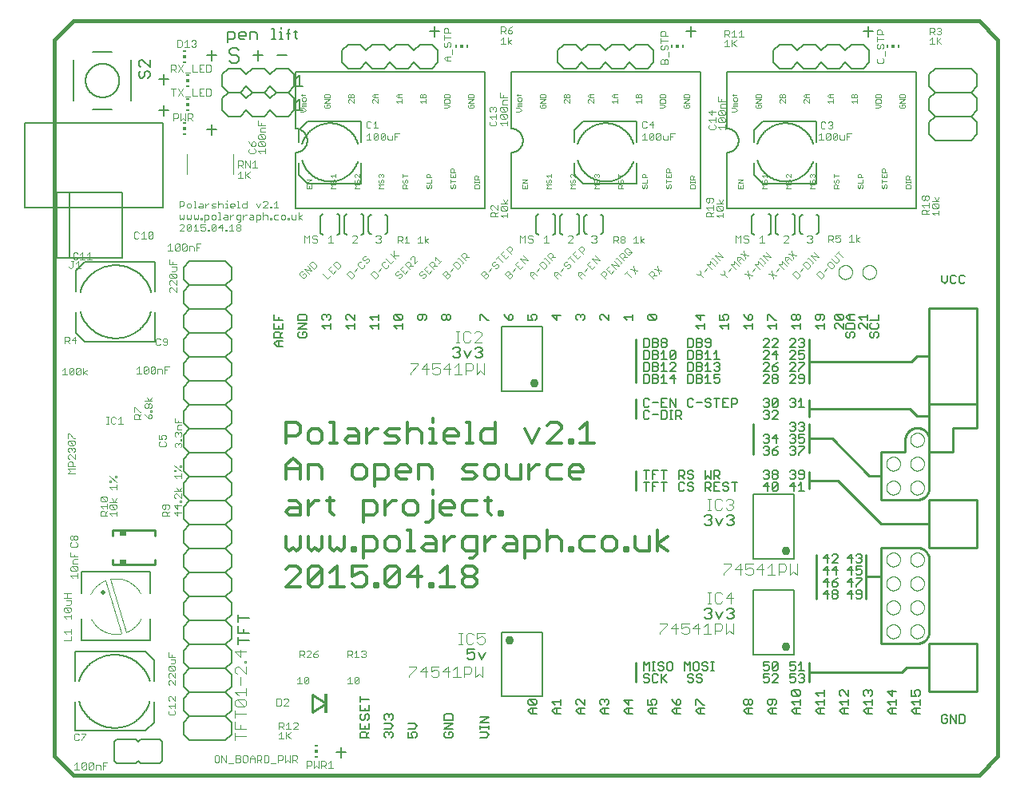
<source format=gto>
G75*
%MOIN*%
%OFA0B0*%
%FSLAX25Y25*%
%IPPOS*%
%LPD*%
%AMOC8*
5,1,8,0,0,1.08239X$1,22.5*
%
%ADD10C,0.01600*%
%ADD11C,0.00600*%
%ADD12C,0.00300*%
%ADD13C,0.00400*%
%ADD14C,0.01200*%
%ADD15C,0.00800*%
%ADD16C,0.00500*%
%ADD17C,0.01000*%
%ADD18R,0.01181X0.00591*%
%ADD19R,0.01181X0.01181*%
%ADD20C,0.00200*%
%ADD21R,0.00591X0.01181*%
%ADD22C,0.01969*%
%ADD23C,0.03619*%
%ADD24R,0.01181X0.08268*%
%ADD25C,0.00000*%
%ADD26R,0.02953X0.01969*%
D10*
X0013573Y0009674D02*
X0021447Y0001800D01*
X0399400Y0001800D01*
X0407274Y0009674D01*
X0407274Y0308887D01*
X0399400Y0316761D01*
X0021447Y0316761D01*
X0013573Y0308887D01*
X0013573Y0308800D02*
X0013573Y0009800D01*
D11*
X0038573Y0007800D02*
X0039573Y0006800D01*
X0047573Y0006800D01*
X0048573Y0007800D01*
X0049573Y0006800D01*
X0057573Y0006800D01*
X0058573Y0007800D01*
X0058573Y0015800D01*
X0057573Y0016800D01*
X0049573Y0016800D01*
X0048573Y0015800D01*
X0047573Y0016800D01*
X0039573Y0016800D01*
X0038573Y0015800D01*
X0038573Y0007800D01*
X0067431Y0018867D02*
X0067431Y0023867D01*
X0069931Y0026367D01*
X0084931Y0026367D01*
X0087431Y0023867D01*
X0087431Y0018867D01*
X0084931Y0016367D01*
X0069931Y0016367D01*
X0067431Y0018867D01*
X0069931Y0026367D02*
X0067431Y0028867D01*
X0067431Y0033867D01*
X0069931Y0036367D01*
X0084931Y0036367D01*
X0087431Y0033867D01*
X0087431Y0028867D01*
X0084931Y0026367D01*
X0084931Y0036367D02*
X0087431Y0038867D01*
X0087431Y0043867D01*
X0084931Y0046367D01*
X0069931Y0046367D01*
X0067431Y0048867D01*
X0067431Y0053867D01*
X0069931Y0056367D01*
X0084931Y0056367D01*
X0087431Y0053867D01*
X0087431Y0048867D01*
X0084931Y0046367D01*
X0084931Y0056367D02*
X0087431Y0058867D01*
X0087431Y0063867D01*
X0084931Y0066367D01*
X0069931Y0066367D01*
X0067431Y0068867D01*
X0067431Y0073867D01*
X0069931Y0076367D01*
X0084931Y0076367D01*
X0087431Y0073867D01*
X0087431Y0068867D01*
X0084931Y0066367D01*
X0084931Y0076367D02*
X0087431Y0078867D01*
X0087431Y0083867D01*
X0084931Y0086367D01*
X0069931Y0086367D01*
X0067431Y0088867D01*
X0067431Y0093867D01*
X0069931Y0096367D01*
X0084931Y0096367D01*
X0087431Y0093867D01*
X0087431Y0088867D01*
X0084931Y0086367D01*
X0084931Y0096367D02*
X0087431Y0098867D01*
X0087431Y0103867D01*
X0084931Y0106367D01*
X0069931Y0106367D01*
X0067431Y0108867D01*
X0067431Y0113867D01*
X0069931Y0116367D01*
X0084931Y0116367D01*
X0087431Y0113867D01*
X0087431Y0108867D01*
X0084931Y0106367D01*
X0084931Y0116367D02*
X0087431Y0118867D01*
X0087431Y0123867D01*
X0084931Y0126367D01*
X0069931Y0126367D01*
X0067431Y0128867D01*
X0067431Y0133867D01*
X0069931Y0136367D01*
X0084931Y0136367D01*
X0087431Y0133867D01*
X0087431Y0128867D01*
X0084931Y0126367D01*
X0084931Y0136367D02*
X0087431Y0138867D01*
X0087431Y0143867D01*
X0084931Y0146367D01*
X0069931Y0146367D01*
X0067431Y0148867D01*
X0067431Y0153867D01*
X0069931Y0156367D01*
X0084931Y0156367D01*
X0087431Y0153867D01*
X0087431Y0148867D01*
X0084931Y0146367D01*
X0084931Y0156367D02*
X0087431Y0158867D01*
X0087431Y0163867D01*
X0084931Y0166367D01*
X0069931Y0166367D01*
X0067431Y0163867D01*
X0067431Y0158867D01*
X0069931Y0156367D01*
X0069931Y0146367D02*
X0067431Y0143867D01*
X0067431Y0138867D01*
X0069931Y0136367D01*
X0069931Y0126367D02*
X0067431Y0123867D01*
X0067431Y0118867D01*
X0069931Y0116367D01*
X0069931Y0106367D02*
X0067431Y0103867D01*
X0067431Y0098867D01*
X0069931Y0096367D01*
X0069931Y0086367D02*
X0067431Y0083867D01*
X0067431Y0078867D01*
X0069931Y0076367D01*
X0069931Y0066367D02*
X0067431Y0063867D01*
X0067431Y0058867D01*
X0069931Y0056367D01*
X0069931Y0046367D02*
X0067431Y0043867D01*
X0067431Y0038867D01*
X0069931Y0036367D01*
X0131003Y0011303D02*
X0135273Y0011303D01*
X0133138Y0013438D02*
X0133138Y0009168D01*
X0185873Y0050834D02*
X0186607Y0050100D01*
X0188075Y0050100D01*
X0188809Y0050834D01*
X0188809Y0052302D01*
X0188075Y0053036D01*
X0187341Y0053036D01*
X0185873Y0052302D01*
X0185873Y0054504D01*
X0188809Y0054504D01*
X0190477Y0053036D02*
X0191945Y0050100D01*
X0193413Y0053036D01*
X0284873Y0067834D02*
X0285607Y0067100D01*
X0287075Y0067100D01*
X0287809Y0067834D01*
X0287809Y0068568D01*
X0287075Y0069302D01*
X0286341Y0069302D01*
X0287075Y0069302D02*
X0287809Y0070036D01*
X0287809Y0070770D01*
X0287075Y0071504D01*
X0285607Y0071504D01*
X0284873Y0070770D01*
X0289477Y0070036D02*
X0290945Y0067100D01*
X0292413Y0070036D01*
X0294081Y0070770D02*
X0294815Y0071504D01*
X0296283Y0071504D01*
X0297017Y0070770D01*
X0297017Y0070036D01*
X0296283Y0069302D01*
X0297017Y0068568D01*
X0297017Y0067834D01*
X0296283Y0067100D01*
X0294815Y0067100D01*
X0294081Y0067834D01*
X0295549Y0069302D02*
X0296283Y0069302D01*
X0296283Y0106100D02*
X0294815Y0106100D01*
X0294081Y0106834D01*
X0295549Y0108302D02*
X0296283Y0108302D01*
X0297017Y0107568D01*
X0297017Y0106834D01*
X0296283Y0106100D01*
X0296283Y0108302D02*
X0297017Y0109036D01*
X0297017Y0109770D01*
X0296283Y0110504D01*
X0294815Y0110504D01*
X0294081Y0109770D01*
X0292413Y0109036D02*
X0290945Y0106100D01*
X0289477Y0109036D01*
X0287809Y0109036D02*
X0287075Y0108302D01*
X0287809Y0107568D01*
X0287809Y0106834D01*
X0287075Y0106100D01*
X0285607Y0106100D01*
X0284873Y0106834D01*
X0286341Y0108302D02*
X0287075Y0108302D01*
X0287809Y0109036D02*
X0287809Y0109770D01*
X0287075Y0110504D01*
X0285607Y0110504D01*
X0284873Y0109770D01*
X0192017Y0176834D02*
X0191283Y0176100D01*
X0189815Y0176100D01*
X0189081Y0176834D01*
X0190549Y0178302D02*
X0191283Y0178302D01*
X0192017Y0177568D01*
X0192017Y0176834D01*
X0191283Y0178302D02*
X0192017Y0179036D01*
X0192017Y0179770D01*
X0191283Y0180504D01*
X0189815Y0180504D01*
X0189081Y0179770D01*
X0187413Y0179036D02*
X0185945Y0176100D01*
X0184477Y0179036D01*
X0182809Y0179036D02*
X0182075Y0178302D01*
X0182809Y0177568D01*
X0182809Y0176834D01*
X0182075Y0176100D01*
X0180607Y0176100D01*
X0179873Y0176834D01*
X0181341Y0178302D02*
X0182075Y0178302D01*
X0182809Y0179036D02*
X0182809Y0179770D01*
X0182075Y0180504D01*
X0180607Y0180504D01*
X0179873Y0179770D01*
X0193073Y0238300D02*
X0114073Y0238300D01*
X0114073Y0261800D01*
X0114213Y0261802D01*
X0114353Y0261808D01*
X0114493Y0261818D01*
X0114633Y0261831D01*
X0114772Y0261849D01*
X0114911Y0261871D01*
X0115048Y0261896D01*
X0115186Y0261925D01*
X0115322Y0261958D01*
X0115457Y0261995D01*
X0115591Y0262036D01*
X0115724Y0262081D01*
X0115856Y0262129D01*
X0115986Y0262181D01*
X0116115Y0262236D01*
X0116242Y0262295D01*
X0116368Y0262358D01*
X0116492Y0262424D01*
X0116613Y0262493D01*
X0116733Y0262566D01*
X0116851Y0262643D01*
X0116966Y0262722D01*
X0117080Y0262805D01*
X0117190Y0262891D01*
X0117299Y0262980D01*
X0117405Y0263072D01*
X0117508Y0263167D01*
X0117609Y0263264D01*
X0117706Y0263365D01*
X0117801Y0263468D01*
X0117893Y0263574D01*
X0117982Y0263683D01*
X0118068Y0263793D01*
X0118151Y0263907D01*
X0118230Y0264022D01*
X0118307Y0264140D01*
X0118380Y0264260D01*
X0118449Y0264381D01*
X0118515Y0264505D01*
X0118578Y0264631D01*
X0118637Y0264758D01*
X0118692Y0264887D01*
X0118744Y0265017D01*
X0118792Y0265149D01*
X0118837Y0265282D01*
X0118878Y0265416D01*
X0118915Y0265551D01*
X0118948Y0265687D01*
X0118977Y0265825D01*
X0119002Y0265962D01*
X0119024Y0266101D01*
X0119042Y0266240D01*
X0119055Y0266380D01*
X0119065Y0266520D01*
X0119071Y0266660D01*
X0119073Y0266800D01*
X0119071Y0266940D01*
X0119065Y0267080D01*
X0119055Y0267220D01*
X0119042Y0267360D01*
X0119024Y0267499D01*
X0119002Y0267638D01*
X0118977Y0267775D01*
X0118948Y0267913D01*
X0118915Y0268049D01*
X0118878Y0268184D01*
X0118837Y0268318D01*
X0118792Y0268451D01*
X0118744Y0268583D01*
X0118692Y0268713D01*
X0118637Y0268842D01*
X0118578Y0268969D01*
X0118515Y0269095D01*
X0118449Y0269219D01*
X0118380Y0269340D01*
X0118307Y0269460D01*
X0118230Y0269578D01*
X0118151Y0269693D01*
X0118068Y0269807D01*
X0117982Y0269917D01*
X0117893Y0270026D01*
X0117801Y0270132D01*
X0117706Y0270235D01*
X0117609Y0270336D01*
X0117508Y0270433D01*
X0117405Y0270528D01*
X0117299Y0270620D01*
X0117190Y0270709D01*
X0117080Y0270795D01*
X0116966Y0270878D01*
X0116851Y0270957D01*
X0116733Y0271034D01*
X0116613Y0271107D01*
X0116492Y0271176D01*
X0116368Y0271242D01*
X0116242Y0271305D01*
X0116115Y0271364D01*
X0115986Y0271419D01*
X0115856Y0271471D01*
X0115724Y0271519D01*
X0115591Y0271564D01*
X0115457Y0271605D01*
X0115322Y0271642D01*
X0115186Y0271675D01*
X0115048Y0271704D01*
X0114911Y0271729D01*
X0114772Y0271751D01*
X0114633Y0271769D01*
X0114493Y0271782D01*
X0114353Y0271792D01*
X0114213Y0271798D01*
X0114073Y0271800D01*
X0114073Y0295300D01*
X0193073Y0295300D01*
X0193073Y0238300D01*
X0204073Y0238300D02*
X0283073Y0238300D01*
X0283073Y0295300D01*
X0204073Y0295300D01*
X0204073Y0271800D01*
X0204213Y0271798D01*
X0204353Y0271792D01*
X0204493Y0271782D01*
X0204633Y0271769D01*
X0204772Y0271751D01*
X0204911Y0271729D01*
X0205048Y0271704D01*
X0205186Y0271675D01*
X0205322Y0271642D01*
X0205457Y0271605D01*
X0205591Y0271564D01*
X0205724Y0271519D01*
X0205856Y0271471D01*
X0205986Y0271419D01*
X0206115Y0271364D01*
X0206242Y0271305D01*
X0206368Y0271242D01*
X0206492Y0271176D01*
X0206613Y0271107D01*
X0206733Y0271034D01*
X0206851Y0270957D01*
X0206966Y0270878D01*
X0207080Y0270795D01*
X0207190Y0270709D01*
X0207299Y0270620D01*
X0207405Y0270528D01*
X0207508Y0270433D01*
X0207609Y0270336D01*
X0207706Y0270235D01*
X0207801Y0270132D01*
X0207893Y0270026D01*
X0207982Y0269917D01*
X0208068Y0269807D01*
X0208151Y0269693D01*
X0208230Y0269578D01*
X0208307Y0269460D01*
X0208380Y0269340D01*
X0208449Y0269219D01*
X0208515Y0269095D01*
X0208578Y0268969D01*
X0208637Y0268842D01*
X0208692Y0268713D01*
X0208744Y0268583D01*
X0208792Y0268451D01*
X0208837Y0268318D01*
X0208878Y0268184D01*
X0208915Y0268049D01*
X0208948Y0267913D01*
X0208977Y0267775D01*
X0209002Y0267638D01*
X0209024Y0267499D01*
X0209042Y0267360D01*
X0209055Y0267220D01*
X0209065Y0267080D01*
X0209071Y0266940D01*
X0209073Y0266800D01*
X0209071Y0266660D01*
X0209065Y0266520D01*
X0209055Y0266380D01*
X0209042Y0266240D01*
X0209024Y0266101D01*
X0209002Y0265962D01*
X0208977Y0265825D01*
X0208948Y0265687D01*
X0208915Y0265551D01*
X0208878Y0265416D01*
X0208837Y0265282D01*
X0208792Y0265149D01*
X0208744Y0265017D01*
X0208692Y0264887D01*
X0208637Y0264758D01*
X0208578Y0264631D01*
X0208515Y0264505D01*
X0208449Y0264381D01*
X0208380Y0264260D01*
X0208307Y0264140D01*
X0208230Y0264022D01*
X0208151Y0263907D01*
X0208068Y0263793D01*
X0207982Y0263683D01*
X0207893Y0263574D01*
X0207801Y0263468D01*
X0207706Y0263365D01*
X0207609Y0263264D01*
X0207508Y0263167D01*
X0207405Y0263072D01*
X0207299Y0262980D01*
X0207190Y0262891D01*
X0207080Y0262805D01*
X0206966Y0262722D01*
X0206851Y0262643D01*
X0206733Y0262566D01*
X0206613Y0262493D01*
X0206492Y0262424D01*
X0206368Y0262358D01*
X0206242Y0262295D01*
X0206115Y0262236D01*
X0205986Y0262181D01*
X0205856Y0262129D01*
X0205724Y0262081D01*
X0205591Y0262036D01*
X0205457Y0261995D01*
X0205322Y0261958D01*
X0205186Y0261925D01*
X0205048Y0261896D01*
X0204911Y0261871D01*
X0204772Y0261849D01*
X0204633Y0261831D01*
X0204493Y0261818D01*
X0204353Y0261808D01*
X0204213Y0261802D01*
X0204073Y0261800D01*
X0204073Y0238300D01*
X0294073Y0238300D02*
X0373073Y0238300D01*
X0373073Y0295300D01*
X0294073Y0295300D01*
X0294073Y0271800D01*
X0294213Y0271798D01*
X0294353Y0271792D01*
X0294493Y0271782D01*
X0294633Y0271769D01*
X0294772Y0271751D01*
X0294911Y0271729D01*
X0295048Y0271704D01*
X0295186Y0271675D01*
X0295322Y0271642D01*
X0295457Y0271605D01*
X0295591Y0271564D01*
X0295724Y0271519D01*
X0295856Y0271471D01*
X0295986Y0271419D01*
X0296115Y0271364D01*
X0296242Y0271305D01*
X0296368Y0271242D01*
X0296492Y0271176D01*
X0296613Y0271107D01*
X0296733Y0271034D01*
X0296851Y0270957D01*
X0296966Y0270878D01*
X0297080Y0270795D01*
X0297190Y0270709D01*
X0297299Y0270620D01*
X0297405Y0270528D01*
X0297508Y0270433D01*
X0297609Y0270336D01*
X0297706Y0270235D01*
X0297801Y0270132D01*
X0297893Y0270026D01*
X0297982Y0269917D01*
X0298068Y0269807D01*
X0298151Y0269693D01*
X0298230Y0269578D01*
X0298307Y0269460D01*
X0298380Y0269340D01*
X0298449Y0269219D01*
X0298515Y0269095D01*
X0298578Y0268969D01*
X0298637Y0268842D01*
X0298692Y0268713D01*
X0298744Y0268583D01*
X0298792Y0268451D01*
X0298837Y0268318D01*
X0298878Y0268184D01*
X0298915Y0268049D01*
X0298948Y0267913D01*
X0298977Y0267775D01*
X0299002Y0267638D01*
X0299024Y0267499D01*
X0299042Y0267360D01*
X0299055Y0267220D01*
X0299065Y0267080D01*
X0299071Y0266940D01*
X0299073Y0266800D01*
X0299071Y0266660D01*
X0299065Y0266520D01*
X0299055Y0266380D01*
X0299042Y0266240D01*
X0299024Y0266101D01*
X0299002Y0265962D01*
X0298977Y0265825D01*
X0298948Y0265687D01*
X0298915Y0265551D01*
X0298878Y0265416D01*
X0298837Y0265282D01*
X0298792Y0265149D01*
X0298744Y0265017D01*
X0298692Y0264887D01*
X0298637Y0264758D01*
X0298578Y0264631D01*
X0298515Y0264505D01*
X0298449Y0264381D01*
X0298380Y0264260D01*
X0298307Y0264140D01*
X0298230Y0264022D01*
X0298151Y0263907D01*
X0298068Y0263793D01*
X0297982Y0263683D01*
X0297893Y0263574D01*
X0297801Y0263468D01*
X0297706Y0263365D01*
X0297609Y0263264D01*
X0297508Y0263167D01*
X0297405Y0263072D01*
X0297299Y0262980D01*
X0297190Y0262891D01*
X0297080Y0262805D01*
X0296966Y0262722D01*
X0296851Y0262643D01*
X0296733Y0262566D01*
X0296613Y0262493D01*
X0296492Y0262424D01*
X0296368Y0262358D01*
X0296242Y0262295D01*
X0296115Y0262236D01*
X0295986Y0262181D01*
X0295856Y0262129D01*
X0295724Y0262081D01*
X0295591Y0262036D01*
X0295457Y0261995D01*
X0295322Y0261958D01*
X0295186Y0261925D01*
X0295048Y0261896D01*
X0294911Y0261871D01*
X0294772Y0261849D01*
X0294633Y0261831D01*
X0294493Y0261818D01*
X0294353Y0261808D01*
X0294213Y0261802D01*
X0294073Y0261800D01*
X0294073Y0238300D01*
X0378573Y0269300D02*
X0381073Y0266800D01*
X0396073Y0266800D01*
X0398573Y0269300D01*
X0398573Y0274300D01*
X0396073Y0276800D01*
X0381073Y0276800D01*
X0378573Y0279300D01*
X0378573Y0284300D01*
X0381073Y0286800D01*
X0378573Y0289300D01*
X0378573Y0294300D01*
X0381073Y0296800D01*
X0396073Y0296800D01*
X0398573Y0294300D01*
X0398573Y0289300D01*
X0396073Y0286800D01*
X0381073Y0286800D01*
X0381073Y0276800D02*
X0378573Y0274300D01*
X0378573Y0269300D01*
X0396073Y0276800D02*
X0398573Y0279300D01*
X0398573Y0284300D01*
X0396073Y0286800D01*
X0355273Y0312303D02*
X0351003Y0312303D01*
X0353138Y0314438D02*
X0353138Y0310168D01*
X0281273Y0312303D02*
X0277003Y0312303D01*
X0279138Y0314438D02*
X0279138Y0310168D01*
X0174273Y0312303D02*
X0170003Y0312303D01*
X0172138Y0314438D02*
X0172138Y0310168D01*
X0114964Y0309100D02*
X0114230Y0309834D01*
X0114230Y0312770D01*
X0113496Y0312036D02*
X0114964Y0312036D01*
X0111895Y0311302D02*
X0110427Y0311302D01*
X0111161Y0312770D02*
X0111161Y0309100D01*
X0108826Y0309100D02*
X0107358Y0309100D01*
X0108092Y0309100D02*
X0108092Y0312036D01*
X0107358Y0312036D01*
X0108092Y0313504D02*
X0108092Y0314238D01*
X0105022Y0313504D02*
X0105022Y0309100D01*
X0104289Y0309100D02*
X0105756Y0309100D01*
X0105022Y0313504D02*
X0104289Y0313504D01*
X0111161Y0312770D02*
X0111895Y0313504D01*
X0098017Y0311302D02*
X0098017Y0309100D01*
X0098017Y0311302D02*
X0097283Y0312036D01*
X0095081Y0312036D01*
X0095081Y0309100D01*
X0093413Y0310568D02*
X0090477Y0310568D01*
X0090477Y0311302D02*
X0091211Y0312036D01*
X0092679Y0312036D01*
X0093413Y0311302D01*
X0093413Y0310568D01*
X0092679Y0309100D02*
X0091211Y0309100D01*
X0090477Y0309834D01*
X0090477Y0311302D01*
X0088809Y0311302D02*
X0088809Y0309834D01*
X0088075Y0309100D01*
X0085873Y0309100D01*
X0085873Y0307632D02*
X0085873Y0312036D01*
X0088075Y0312036D01*
X0088809Y0311302D01*
X0079138Y0304438D02*
X0079138Y0300168D01*
X0081273Y0302303D02*
X0077003Y0302303D01*
X0083573Y0294300D02*
X0083573Y0289300D01*
X0086073Y0286800D01*
X0091073Y0286800D01*
X0093573Y0289300D01*
X0096073Y0286800D01*
X0101073Y0286800D01*
X0103573Y0289300D01*
X0106073Y0286800D01*
X0111073Y0286800D01*
X0113573Y0289300D01*
X0113573Y0294300D01*
X0111073Y0296800D01*
X0106073Y0296800D01*
X0103573Y0294300D01*
X0101073Y0296800D01*
X0096073Y0296800D01*
X0093573Y0294300D01*
X0091073Y0296800D01*
X0086073Y0296800D01*
X0083573Y0294300D01*
X0086073Y0286800D02*
X0091073Y0286800D01*
X0093573Y0284300D01*
X0096073Y0286800D01*
X0101073Y0286800D01*
X0103573Y0284300D01*
X0106073Y0286800D01*
X0111073Y0286800D01*
X0113573Y0284300D01*
X0113573Y0279300D01*
X0111073Y0276800D01*
X0106073Y0276800D01*
X0103573Y0279300D01*
X0101073Y0276800D01*
X0096073Y0276800D01*
X0093573Y0279300D01*
X0091073Y0276800D01*
X0086073Y0276800D01*
X0083573Y0279300D01*
X0083573Y0284300D01*
X0086073Y0286800D01*
X0079138Y0273438D02*
X0079138Y0269168D01*
X0081273Y0271303D02*
X0077003Y0271303D01*
X0061273Y0279303D02*
X0057003Y0279303D01*
X0059138Y0281438D02*
X0059138Y0277168D01*
X0059138Y0290168D02*
X0059138Y0294438D01*
X0061273Y0292303D02*
X0057003Y0292303D01*
X0069931Y0216367D02*
X0084931Y0216367D01*
X0087431Y0213867D01*
X0087431Y0208867D01*
X0084931Y0206367D01*
X0069931Y0206367D01*
X0067431Y0203867D01*
X0067431Y0198867D01*
X0069931Y0196367D01*
X0084931Y0196367D01*
X0087431Y0193867D01*
X0087431Y0188867D01*
X0084931Y0186367D01*
X0069931Y0186367D01*
X0067431Y0183867D01*
X0067431Y0178867D01*
X0069931Y0176367D01*
X0084931Y0176367D01*
X0087431Y0173867D01*
X0087431Y0168867D01*
X0084931Y0166367D01*
X0084931Y0176367D02*
X0087431Y0178867D01*
X0087431Y0183867D01*
X0084931Y0186367D01*
X0084931Y0196367D02*
X0087431Y0198867D01*
X0087431Y0203867D01*
X0084931Y0206367D01*
X0069931Y0206367D02*
X0067431Y0208867D01*
X0067431Y0213867D01*
X0069931Y0216367D01*
X0069931Y0196367D02*
X0067431Y0193867D01*
X0067431Y0188867D01*
X0069931Y0186367D01*
X0069931Y0176367D02*
X0067431Y0173867D01*
X0067431Y0168867D01*
X0069931Y0166367D01*
D12*
X0061507Y0172372D02*
X0059572Y0172372D01*
X0059572Y0169470D01*
X0058560Y0169470D02*
X0058560Y0170921D01*
X0058077Y0171405D01*
X0056625Y0171405D01*
X0056625Y0169470D01*
X0055614Y0169953D02*
X0055130Y0169470D01*
X0054163Y0169470D01*
X0053679Y0169953D01*
X0055614Y0171888D01*
X0055614Y0169953D01*
X0053679Y0169953D02*
X0053679Y0171888D01*
X0054163Y0172372D01*
X0055130Y0172372D01*
X0055614Y0171888D01*
X0052667Y0171888D02*
X0052184Y0172372D01*
X0051216Y0172372D01*
X0050732Y0171888D01*
X0050732Y0169953D01*
X0052667Y0171888D01*
X0052667Y0169953D01*
X0052184Y0169470D01*
X0051216Y0169470D01*
X0050732Y0169953D01*
X0049721Y0169470D02*
X0047786Y0169470D01*
X0048753Y0169470D02*
X0048753Y0172372D01*
X0047786Y0171405D01*
X0059572Y0170921D02*
X0060539Y0170921D01*
X0060165Y0181305D02*
X0060648Y0181789D01*
X0060648Y0183724D01*
X0060165Y0184208D01*
X0059197Y0184208D01*
X0058713Y0183724D01*
X0058713Y0183240D01*
X0059197Y0182756D01*
X0060648Y0182756D01*
X0060165Y0181305D02*
X0059197Y0181305D01*
X0058713Y0181789D01*
X0057702Y0181789D02*
X0057218Y0181305D01*
X0056251Y0181305D01*
X0055767Y0181789D01*
X0055767Y0183724D01*
X0056251Y0184208D01*
X0057218Y0184208D01*
X0057702Y0183724D01*
X0061917Y0203411D02*
X0061434Y0203894D01*
X0061434Y0204862D01*
X0061917Y0205346D01*
X0062401Y0205346D01*
X0064336Y0203411D01*
X0064336Y0205346D01*
X0064336Y0206357D02*
X0062401Y0208292D01*
X0061917Y0208292D01*
X0061434Y0207808D01*
X0061434Y0206841D01*
X0061917Y0206357D01*
X0064336Y0206357D02*
X0064336Y0208292D01*
X0063852Y0209304D02*
X0061917Y0211239D01*
X0063852Y0211239D01*
X0064336Y0210755D01*
X0064336Y0209787D01*
X0063852Y0209304D01*
X0061917Y0209304D01*
X0061434Y0209787D01*
X0061434Y0210755D01*
X0061917Y0211239D01*
X0062401Y0212250D02*
X0063852Y0212250D01*
X0064336Y0212734D01*
X0064336Y0214185D01*
X0062401Y0214185D01*
X0062885Y0215197D02*
X0062885Y0216164D01*
X0064336Y0215197D02*
X0061434Y0215197D01*
X0061434Y0217132D01*
X0061895Y0220730D02*
X0061895Y0223633D01*
X0060927Y0222665D01*
X0060927Y0220730D02*
X0062862Y0220730D01*
X0063874Y0221214D02*
X0065809Y0223149D01*
X0065809Y0221214D01*
X0065325Y0220730D01*
X0064358Y0220730D01*
X0063874Y0221214D01*
X0063874Y0223149D01*
X0064358Y0223633D01*
X0065325Y0223633D01*
X0065809Y0223149D01*
X0066820Y0223149D02*
X0067304Y0223633D01*
X0068272Y0223633D01*
X0068755Y0223149D01*
X0066820Y0221214D01*
X0067304Y0220730D01*
X0068272Y0220730D01*
X0068755Y0221214D01*
X0068755Y0223149D01*
X0069767Y0222665D02*
X0071218Y0222665D01*
X0071702Y0222182D01*
X0071702Y0220730D01*
X0072713Y0220730D02*
X0072713Y0223633D01*
X0074648Y0223633D01*
X0073681Y0222182D02*
X0072713Y0222182D01*
X0069767Y0222665D02*
X0069767Y0220730D01*
X0066820Y0221214D02*
X0066820Y0223149D01*
X0054648Y0226289D02*
X0054165Y0225805D01*
X0053197Y0225805D01*
X0052713Y0226289D01*
X0054648Y0228224D01*
X0054648Y0226289D01*
X0052713Y0226289D02*
X0052713Y0228224D01*
X0053197Y0228708D01*
X0054165Y0228708D01*
X0054648Y0228224D01*
X0051702Y0225805D02*
X0049767Y0225805D01*
X0050734Y0225805D02*
X0050734Y0228708D01*
X0049767Y0227740D01*
X0048755Y0228224D02*
X0048272Y0228708D01*
X0047304Y0228708D01*
X0046820Y0228224D01*
X0046820Y0226289D01*
X0047304Y0225805D01*
X0048272Y0225805D01*
X0048755Y0226289D01*
X0029149Y0217147D02*
X0027214Y0217147D01*
X0028182Y0217147D02*
X0028182Y0220049D01*
X0027214Y0219082D01*
X0026203Y0217147D02*
X0024268Y0217147D01*
X0025235Y0217147D02*
X0025235Y0220049D01*
X0024268Y0219082D01*
X0023256Y0219566D02*
X0022772Y0220049D01*
X0021805Y0220049D01*
X0021321Y0219566D01*
X0021321Y0217631D01*
X0021805Y0217147D01*
X0022772Y0217147D01*
X0023256Y0217631D01*
X0023555Y0216338D02*
X0023555Y0213435D01*
X0024522Y0213435D02*
X0022587Y0213435D01*
X0021092Y0213919D02*
X0021092Y0216338D01*
X0020608Y0216338D02*
X0021576Y0216338D01*
X0022587Y0215370D02*
X0023555Y0216338D01*
X0021092Y0213919D02*
X0020608Y0213435D01*
X0020125Y0213435D01*
X0019641Y0213919D01*
X0019174Y0184852D02*
X0019658Y0184369D01*
X0019658Y0183401D01*
X0019174Y0182917D01*
X0017723Y0182917D01*
X0017723Y0181950D02*
X0017723Y0184852D01*
X0019174Y0184852D01*
X0018690Y0182917D02*
X0019658Y0181950D01*
X0020669Y0183401D02*
X0022604Y0183401D01*
X0022121Y0181950D02*
X0022121Y0184852D01*
X0020669Y0183401D01*
X0021121Y0171852D02*
X0020153Y0171852D01*
X0019669Y0171369D01*
X0019669Y0169434D01*
X0021604Y0171369D01*
X0021604Y0169434D01*
X0021121Y0168950D01*
X0020153Y0168950D01*
X0019669Y0169434D01*
X0018658Y0168950D02*
X0016723Y0168950D01*
X0017690Y0168950D02*
X0017690Y0171852D01*
X0016723Y0170885D01*
X0021121Y0171852D02*
X0021604Y0171369D01*
X0022616Y0171369D02*
X0023100Y0171852D01*
X0024067Y0171852D01*
X0024551Y0171369D01*
X0022616Y0169434D01*
X0023100Y0168950D01*
X0024067Y0168950D01*
X0024551Y0169434D01*
X0024551Y0171369D01*
X0025562Y0171852D02*
X0025562Y0168950D01*
X0025562Y0169917D02*
X0027014Y0168950D01*
X0025562Y0169917D02*
X0027014Y0170885D01*
X0022616Y0171369D02*
X0022616Y0169434D01*
X0035223Y0151352D02*
X0036190Y0151352D01*
X0035707Y0151352D02*
X0035707Y0148450D01*
X0036190Y0148450D02*
X0035223Y0148450D01*
X0037187Y0148934D02*
X0037671Y0148450D01*
X0038638Y0148450D01*
X0039122Y0148934D01*
X0040134Y0148450D02*
X0042069Y0148450D01*
X0041101Y0148450D02*
X0041101Y0151352D01*
X0040134Y0150385D01*
X0039122Y0150869D02*
X0038638Y0151352D01*
X0037671Y0151352D01*
X0037187Y0150869D01*
X0037187Y0148934D01*
X0046720Y0150557D02*
X0046720Y0152008D01*
X0047204Y0152492D01*
X0048172Y0152492D01*
X0048655Y0152008D01*
X0048655Y0150557D01*
X0048655Y0151524D02*
X0049623Y0152492D01*
X0049623Y0153503D02*
X0049139Y0153503D01*
X0047204Y0155438D01*
X0046720Y0155438D01*
X0046720Y0153503D01*
X0046720Y0150557D02*
X0049623Y0150557D01*
X0051704Y0151596D02*
X0052672Y0150628D01*
X0052672Y0152080D01*
X0053155Y0152563D01*
X0053639Y0152563D01*
X0054123Y0152080D01*
X0054123Y0151112D01*
X0053639Y0150628D01*
X0052672Y0150628D01*
X0051704Y0151596D02*
X0051220Y0152563D01*
X0051704Y0155048D02*
X0052188Y0155048D01*
X0052672Y0155532D01*
X0052672Y0156499D01*
X0053155Y0156983D01*
X0053639Y0156983D01*
X0054123Y0156499D01*
X0054123Y0155532D01*
X0053639Y0155048D01*
X0053155Y0155048D01*
X0052672Y0155532D01*
X0052672Y0156499D02*
X0052188Y0156983D01*
X0051704Y0156983D01*
X0051220Y0156499D01*
X0051220Y0155532D01*
X0051704Y0155048D01*
X0053639Y0154059D02*
X0054123Y0154059D01*
X0054123Y0153575D01*
X0053639Y0153575D01*
X0053639Y0154059D01*
X0053155Y0157995D02*
X0052188Y0159446D01*
X0053155Y0157995D02*
X0054123Y0159446D01*
X0054123Y0157995D02*
X0051220Y0157995D01*
X0063740Y0150875D02*
X0063740Y0148940D01*
X0066643Y0148940D01*
X0066643Y0147929D02*
X0065191Y0147929D01*
X0064708Y0147445D01*
X0064708Y0145994D01*
X0066643Y0145994D01*
X0066159Y0144982D02*
X0066643Y0144499D01*
X0066643Y0143531D01*
X0066159Y0143047D01*
X0066159Y0142058D02*
X0066643Y0142058D01*
X0066643Y0141574D01*
X0066159Y0141574D01*
X0066159Y0142058D01*
X0066159Y0140563D02*
X0066643Y0140079D01*
X0066643Y0139111D01*
X0066159Y0138628D01*
X0065191Y0139595D02*
X0065191Y0140079D01*
X0065675Y0140563D01*
X0066159Y0140563D01*
X0065191Y0140079D02*
X0064708Y0140563D01*
X0064224Y0140563D01*
X0063740Y0140079D01*
X0063740Y0139111D01*
X0064224Y0138628D01*
X0060068Y0139478D02*
X0060068Y0140445D01*
X0059584Y0140929D01*
X0059584Y0141940D02*
X0060068Y0142424D01*
X0060068Y0143392D01*
X0059584Y0143875D01*
X0058616Y0143875D01*
X0058133Y0143392D01*
X0058133Y0142908D01*
X0058616Y0141940D01*
X0057165Y0141940D01*
X0057165Y0143875D01*
X0057649Y0140929D02*
X0057165Y0140445D01*
X0057165Y0139478D01*
X0057649Y0138994D01*
X0059584Y0138994D01*
X0060068Y0139478D01*
X0063740Y0143531D02*
X0063740Y0144499D01*
X0064224Y0144982D01*
X0064708Y0144982D01*
X0065191Y0144499D01*
X0065675Y0144982D01*
X0066159Y0144982D01*
X0065191Y0144499D02*
X0065191Y0144015D01*
X0064224Y0143047D02*
X0063740Y0143531D01*
X0065191Y0148940D02*
X0065191Y0149908D01*
X0065939Y0131030D02*
X0066423Y0131030D01*
X0066423Y0130546D01*
X0065939Y0130546D01*
X0065939Y0131030D01*
X0063520Y0131030D02*
X0066423Y0128611D01*
X0066423Y0127600D02*
X0066423Y0125665D01*
X0066423Y0126632D02*
X0063520Y0126632D01*
X0064488Y0125665D01*
X0064004Y0128611D02*
X0063520Y0128611D01*
X0063520Y0129095D01*
X0064004Y0129095D01*
X0064004Y0128611D01*
X0064488Y0121714D02*
X0065455Y0120263D01*
X0066423Y0121714D01*
X0066423Y0120263D02*
X0063520Y0120263D01*
X0064004Y0119251D02*
X0063520Y0118768D01*
X0063520Y0117800D01*
X0064004Y0117316D01*
X0064004Y0119251D02*
X0064488Y0119251D01*
X0066423Y0117316D01*
X0066423Y0119251D01*
X0066423Y0116327D02*
X0065939Y0116327D01*
X0065939Y0115843D01*
X0066423Y0115843D01*
X0066423Y0116327D01*
X0066423Y0114348D02*
X0063520Y0114348D01*
X0064972Y0112897D01*
X0064972Y0114831D01*
X0064972Y0111885D02*
X0064972Y0109950D01*
X0063520Y0111401D01*
X0066423Y0111401D01*
X0061423Y0111885D02*
X0060455Y0110917D01*
X0060455Y0111401D02*
X0060455Y0109950D01*
X0061423Y0109950D02*
X0058520Y0109950D01*
X0058520Y0111401D01*
X0059004Y0111885D01*
X0059972Y0111885D01*
X0060455Y0111401D01*
X0060939Y0112897D02*
X0061423Y0113380D01*
X0061423Y0114348D01*
X0060939Y0114831D01*
X0059004Y0114831D01*
X0058520Y0114348D01*
X0058520Y0113380D01*
X0059004Y0112897D01*
X0059488Y0112897D01*
X0059972Y0113380D01*
X0059972Y0114831D01*
X0039423Y0114348D02*
X0039423Y0113380D01*
X0038939Y0112897D01*
X0037004Y0114831D01*
X0038939Y0114831D01*
X0039423Y0114348D01*
X0039423Y0115843D02*
X0036520Y0115843D01*
X0035623Y0116487D02*
X0035139Y0116003D01*
X0033204Y0117938D01*
X0035139Y0117938D01*
X0035623Y0117455D01*
X0035623Y0116487D01*
X0035139Y0116003D02*
X0033204Y0116003D01*
X0032720Y0116487D01*
X0032720Y0117455D01*
X0033204Y0117938D01*
X0035623Y0114992D02*
X0035623Y0113057D01*
X0036520Y0113380D02*
X0036520Y0114348D01*
X0037004Y0114831D01*
X0036520Y0113380D02*
X0037004Y0112897D01*
X0038939Y0112897D01*
X0039423Y0111885D02*
X0039423Y0109950D01*
X0039423Y0110917D02*
X0036520Y0110917D01*
X0037488Y0109950D01*
X0035623Y0110110D02*
X0032720Y0110110D01*
X0032720Y0111562D01*
X0033204Y0112045D01*
X0034172Y0112045D01*
X0034655Y0111562D01*
X0034655Y0110110D01*
X0034655Y0111078D02*
X0035623Y0112045D01*
X0035623Y0114024D02*
X0032720Y0114024D01*
X0033688Y0113057D01*
X0038455Y0115843D02*
X0037488Y0117294D01*
X0038455Y0115843D02*
X0039423Y0117294D01*
X0039423Y0121245D02*
X0039423Y0123180D01*
X0039423Y0122212D02*
X0036520Y0122212D01*
X0037488Y0121245D01*
X0037004Y0124191D02*
X0036520Y0124191D01*
X0036520Y0124675D01*
X0037004Y0124675D01*
X0037004Y0124191D01*
X0039423Y0124191D02*
X0036520Y0126610D01*
X0038939Y0126610D02*
X0039423Y0126610D01*
X0039423Y0126126D01*
X0038939Y0126126D01*
X0038939Y0126610D01*
X0022123Y0127771D02*
X0019220Y0127771D01*
X0020188Y0128738D01*
X0019220Y0129706D01*
X0022123Y0129706D01*
X0022123Y0130717D02*
X0019220Y0130717D01*
X0019220Y0132169D01*
X0019704Y0132652D01*
X0020672Y0132652D01*
X0021155Y0132169D01*
X0021155Y0130717D01*
X0022123Y0133664D02*
X0020188Y0135599D01*
X0019704Y0135599D01*
X0019220Y0135115D01*
X0019220Y0134148D01*
X0019704Y0133664D01*
X0022123Y0133664D02*
X0022123Y0135599D01*
X0021639Y0136610D02*
X0022123Y0137094D01*
X0022123Y0138062D01*
X0021639Y0138545D01*
X0021155Y0138545D01*
X0020672Y0138062D01*
X0020672Y0137578D01*
X0020672Y0138062D02*
X0020188Y0138545D01*
X0019704Y0138545D01*
X0019220Y0138062D01*
X0019220Y0137094D01*
X0019704Y0136610D01*
X0019704Y0139557D02*
X0019220Y0140041D01*
X0019220Y0141008D01*
X0019704Y0141492D01*
X0021639Y0139557D01*
X0022123Y0140041D01*
X0022123Y0141008D01*
X0021639Y0141492D01*
X0019704Y0141492D01*
X0019220Y0142503D02*
X0019220Y0144438D01*
X0019704Y0144438D01*
X0021639Y0142503D01*
X0022123Y0142503D01*
X0021639Y0139557D02*
X0019704Y0139557D01*
X0020649Y0101875D02*
X0021133Y0101875D01*
X0021616Y0101392D01*
X0021616Y0100424D01*
X0021133Y0099940D01*
X0020649Y0099940D01*
X0020165Y0100424D01*
X0020165Y0101392D01*
X0020649Y0101875D01*
X0021616Y0101392D02*
X0022100Y0101875D01*
X0022584Y0101875D01*
X0023068Y0101392D01*
X0023068Y0100424D01*
X0022584Y0099940D01*
X0022100Y0099940D01*
X0021616Y0100424D01*
X0020649Y0098929D02*
X0020165Y0098445D01*
X0020165Y0097478D01*
X0020649Y0096994D01*
X0022584Y0096994D01*
X0023068Y0097478D01*
X0023068Y0098445D01*
X0022584Y0098929D01*
X0020240Y0094875D02*
X0020240Y0092940D01*
X0023143Y0092940D01*
X0023143Y0091929D02*
X0021691Y0091929D01*
X0021208Y0091445D01*
X0021208Y0089994D01*
X0023143Y0089994D01*
X0022659Y0088982D02*
X0020724Y0088982D01*
X0022659Y0087047D01*
X0023143Y0087531D01*
X0023143Y0088499D01*
X0022659Y0088982D01*
X0022659Y0087047D02*
X0020724Y0087047D01*
X0020240Y0087531D01*
X0020240Y0088499D01*
X0020724Y0088982D01*
X0023143Y0086036D02*
X0023143Y0084101D01*
X0023143Y0085068D02*
X0020240Y0085068D01*
X0021208Y0084101D01*
X0020423Y0077725D02*
X0017520Y0077725D01*
X0018972Y0077725D02*
X0018972Y0075790D01*
X0018488Y0074778D02*
X0020423Y0074778D01*
X0020423Y0073327D01*
X0019939Y0072843D01*
X0018488Y0072843D01*
X0018004Y0071831D02*
X0019939Y0069897D01*
X0020423Y0070380D01*
X0020423Y0071348D01*
X0019939Y0071831D01*
X0018004Y0071831D01*
X0017520Y0071348D01*
X0017520Y0070380D01*
X0018004Y0069897D01*
X0019939Y0069897D01*
X0020423Y0068885D02*
X0020423Y0066950D01*
X0020423Y0067917D02*
X0017520Y0067917D01*
X0018488Y0066950D01*
X0020423Y0062831D02*
X0020423Y0060897D01*
X0020423Y0061864D02*
X0017520Y0061864D01*
X0018488Y0060897D01*
X0020423Y0059885D02*
X0020423Y0057950D01*
X0017520Y0057950D01*
X0017520Y0075790D02*
X0020423Y0075790D01*
X0021691Y0092940D02*
X0021691Y0093908D01*
X0061020Y0053171D02*
X0061020Y0051236D01*
X0063923Y0051236D01*
X0063923Y0050225D02*
X0061988Y0050225D01*
X0062472Y0051236D02*
X0062472Y0052204D01*
X0063923Y0050225D02*
X0063923Y0048773D01*
X0063439Y0048290D01*
X0061988Y0048290D01*
X0061504Y0047278D02*
X0063439Y0045343D01*
X0063923Y0045827D01*
X0063923Y0046794D01*
X0063439Y0047278D01*
X0061504Y0047278D01*
X0061020Y0046794D01*
X0061020Y0045827D01*
X0061504Y0045343D01*
X0063439Y0045343D01*
X0063923Y0044331D02*
X0063923Y0042397D01*
X0061988Y0044331D01*
X0061504Y0044331D01*
X0061020Y0043848D01*
X0061020Y0042880D01*
X0061504Y0042397D01*
X0061504Y0041385D02*
X0061020Y0040901D01*
X0061020Y0039934D01*
X0061504Y0039450D01*
X0061504Y0041385D02*
X0061988Y0041385D01*
X0063923Y0039450D01*
X0063923Y0041385D01*
X0063923Y0034778D02*
X0063923Y0032843D01*
X0061988Y0034778D01*
X0061504Y0034778D01*
X0061020Y0034294D01*
X0061020Y0033327D01*
X0061504Y0032843D01*
X0061020Y0030864D02*
X0063923Y0030864D01*
X0063923Y0029897D02*
X0063923Y0031831D01*
X0061988Y0029897D02*
X0061020Y0030864D01*
X0061504Y0028885D02*
X0061020Y0028401D01*
X0061020Y0027434D01*
X0061504Y0026950D01*
X0063439Y0026950D01*
X0063923Y0027434D01*
X0063923Y0028401D01*
X0063439Y0028885D01*
X0080848Y0010152D02*
X0080365Y0009669D01*
X0080365Y0007734D01*
X0080848Y0007250D01*
X0081816Y0007250D01*
X0082300Y0007734D01*
X0082300Y0009669D01*
X0081816Y0010152D01*
X0080848Y0010152D01*
X0083311Y0010152D02*
X0085246Y0007250D01*
X0085246Y0010152D01*
X0083311Y0010152D02*
X0083311Y0007250D01*
X0086258Y0006766D02*
X0088193Y0006766D01*
X0089204Y0007250D02*
X0090655Y0007250D01*
X0091139Y0007734D01*
X0091139Y0008217D01*
X0090655Y0008701D01*
X0089204Y0008701D01*
X0089204Y0007250D02*
X0089204Y0010152D01*
X0090655Y0010152D01*
X0091139Y0009669D01*
X0091139Y0009185D01*
X0090655Y0008701D01*
X0092151Y0009669D02*
X0092151Y0007734D01*
X0092634Y0007250D01*
X0093602Y0007250D01*
X0094086Y0007734D01*
X0094086Y0009669D01*
X0093602Y0010152D01*
X0092634Y0010152D01*
X0092151Y0009669D01*
X0095097Y0009185D02*
X0096065Y0010152D01*
X0097032Y0009185D01*
X0097032Y0007250D01*
X0098044Y0007250D02*
X0098044Y0010152D01*
X0099495Y0010152D01*
X0099979Y0009669D01*
X0099979Y0008701D01*
X0099495Y0008217D01*
X0098044Y0008217D01*
X0099011Y0008217D02*
X0099979Y0007250D01*
X0100990Y0007250D02*
X0102441Y0007250D01*
X0102925Y0007734D01*
X0102925Y0009669D01*
X0102441Y0010152D01*
X0100990Y0010152D01*
X0100990Y0007250D01*
X0103937Y0006766D02*
X0105872Y0006766D01*
X0106883Y0007250D02*
X0106883Y0010152D01*
X0108335Y0010152D01*
X0108818Y0009669D01*
X0108818Y0008701D01*
X0108335Y0008217D01*
X0106883Y0008217D01*
X0109830Y0007250D02*
X0109830Y0010152D01*
X0111765Y0010152D02*
X0111765Y0007250D01*
X0110797Y0008217D01*
X0109830Y0007250D01*
X0112776Y0007250D02*
X0112776Y0010152D01*
X0114228Y0010152D01*
X0114711Y0009669D01*
X0114711Y0008701D01*
X0114228Y0008217D01*
X0112776Y0008217D01*
X0113744Y0008217D02*
X0114711Y0007250D01*
X0118937Y0007652D02*
X0118937Y0004750D01*
X0118937Y0005717D02*
X0120388Y0005717D01*
X0120872Y0006201D01*
X0120872Y0007169D01*
X0120388Y0007652D01*
X0118937Y0007652D01*
X0121883Y0007652D02*
X0121883Y0004750D01*
X0122851Y0005717D01*
X0123818Y0004750D01*
X0123818Y0007652D01*
X0124830Y0007652D02*
X0124830Y0004750D01*
X0124830Y0005717D02*
X0126281Y0005717D01*
X0126765Y0006201D01*
X0126765Y0007169D01*
X0126281Y0007652D01*
X0124830Y0007652D01*
X0125797Y0005717D02*
X0126765Y0004750D01*
X0127776Y0004750D02*
X0129711Y0004750D01*
X0128744Y0004750D02*
X0128744Y0007652D01*
X0127776Y0006685D01*
X0112104Y0016950D02*
X0110653Y0018401D01*
X0110169Y0017917D02*
X0112104Y0019852D01*
X0112104Y0020950D02*
X0110169Y0020950D01*
X0111137Y0020950D02*
X0111137Y0023852D01*
X0110169Y0022885D01*
X0109158Y0023369D02*
X0109158Y0022401D01*
X0108674Y0021917D01*
X0107223Y0021917D01*
X0107223Y0020950D02*
X0107223Y0023852D01*
X0108674Y0023852D01*
X0109158Y0023369D01*
X0108190Y0021917D02*
X0109158Y0020950D01*
X0108190Y0019852D02*
X0108190Y0016950D01*
X0107223Y0016950D02*
X0109158Y0016950D01*
X0110169Y0016950D02*
X0110169Y0019852D01*
X0108190Y0019852D02*
X0107223Y0018885D01*
X0113116Y0020950D02*
X0115051Y0022885D01*
X0115051Y0023369D01*
X0114567Y0023852D01*
X0113600Y0023852D01*
X0113116Y0023369D01*
X0113116Y0020950D02*
X0115051Y0020950D01*
X0111105Y0030915D02*
X0109170Y0030915D01*
X0111105Y0032850D01*
X0111105Y0033334D01*
X0110621Y0033818D01*
X0109654Y0033818D01*
X0109170Y0033334D01*
X0108158Y0033334D02*
X0107675Y0033818D01*
X0106223Y0033818D01*
X0106223Y0030915D01*
X0107675Y0030915D01*
X0108158Y0031399D01*
X0108158Y0033334D01*
X0114723Y0039950D02*
X0116658Y0039950D01*
X0115690Y0039950D02*
X0115690Y0042852D01*
X0114723Y0041885D01*
X0117669Y0042369D02*
X0117669Y0040434D01*
X0119604Y0042369D01*
X0119604Y0040434D01*
X0119121Y0039950D01*
X0118153Y0039950D01*
X0117669Y0040434D01*
X0117669Y0042369D02*
X0118153Y0042852D01*
X0119121Y0042852D01*
X0119604Y0042369D01*
X0118669Y0050950D02*
X0120604Y0052885D01*
X0120604Y0053369D01*
X0120121Y0053852D01*
X0119153Y0053852D01*
X0118669Y0053369D01*
X0117658Y0053369D02*
X0117658Y0052401D01*
X0117174Y0051917D01*
X0115723Y0051917D01*
X0115723Y0050950D02*
X0115723Y0053852D01*
X0117174Y0053852D01*
X0117658Y0053369D01*
X0116690Y0051917D02*
X0117658Y0050950D01*
X0118669Y0050950D02*
X0120604Y0050950D01*
X0121616Y0051434D02*
X0122100Y0050950D01*
X0123067Y0050950D01*
X0123551Y0051434D01*
X0123551Y0051917D01*
X0123067Y0052401D01*
X0121616Y0052401D01*
X0121616Y0051434D01*
X0121616Y0052401D02*
X0122583Y0053369D01*
X0123551Y0053852D01*
X0135723Y0053852D02*
X0135723Y0050950D01*
X0135723Y0051917D02*
X0137174Y0051917D01*
X0137658Y0052401D01*
X0137658Y0053369D01*
X0137174Y0053852D01*
X0135723Y0053852D01*
X0136690Y0051917D02*
X0137658Y0050950D01*
X0138669Y0050950D02*
X0140604Y0050950D01*
X0139637Y0050950D02*
X0139637Y0053852D01*
X0138669Y0052885D01*
X0141616Y0053369D02*
X0142100Y0053852D01*
X0143067Y0053852D01*
X0143551Y0053369D01*
X0143551Y0052885D01*
X0143067Y0052401D01*
X0143551Y0051917D01*
X0143551Y0051434D01*
X0143067Y0050950D01*
X0142100Y0050950D01*
X0141616Y0051434D01*
X0142583Y0052401D02*
X0143067Y0052401D01*
X0140121Y0042852D02*
X0140604Y0042369D01*
X0138669Y0040434D01*
X0139153Y0039950D01*
X0140121Y0039950D01*
X0140604Y0040434D01*
X0140604Y0042369D01*
X0140121Y0042852D02*
X0139153Y0042852D01*
X0138669Y0042369D01*
X0138669Y0040434D01*
X0137658Y0039950D02*
X0135723Y0039950D01*
X0136690Y0039950D02*
X0136690Y0042852D01*
X0135723Y0041885D01*
X0097032Y0008701D02*
X0095097Y0008701D01*
X0095097Y0009185D02*
X0095097Y0007250D01*
X0035648Y0007133D02*
X0033713Y0007133D01*
X0033713Y0004230D01*
X0032702Y0004230D02*
X0032702Y0005682D01*
X0032218Y0006165D01*
X0030767Y0006165D01*
X0030767Y0004230D01*
X0029755Y0004714D02*
X0029272Y0004230D01*
X0028304Y0004230D01*
X0027820Y0004714D01*
X0029755Y0006649D01*
X0029755Y0004714D01*
X0027820Y0004714D02*
X0027820Y0006649D01*
X0028304Y0007133D01*
X0029272Y0007133D01*
X0029755Y0006649D01*
X0026809Y0006649D02*
X0026809Y0004714D01*
X0026325Y0004230D01*
X0025358Y0004230D01*
X0024874Y0004714D01*
X0026809Y0006649D01*
X0026325Y0007133D01*
X0025358Y0007133D01*
X0024874Y0006649D01*
X0024874Y0004714D01*
X0023862Y0004230D02*
X0021927Y0004230D01*
X0022895Y0004230D02*
X0022895Y0007133D01*
X0021927Y0006165D01*
X0033713Y0005682D02*
X0034681Y0005682D01*
X0024713Y0016305D02*
X0024713Y0016789D01*
X0026648Y0018724D01*
X0026648Y0019208D01*
X0024713Y0019208D01*
X0023702Y0018724D02*
X0023218Y0019208D01*
X0022251Y0019208D01*
X0021767Y0018724D01*
X0021767Y0016789D01*
X0022251Y0016305D01*
X0023218Y0016305D01*
X0023702Y0016789D01*
X0156723Y0223950D02*
X0156723Y0226852D01*
X0158174Y0226852D01*
X0158658Y0226369D01*
X0158658Y0225401D01*
X0158174Y0224917D01*
X0156723Y0224917D01*
X0157690Y0224917D02*
X0158658Y0223950D01*
X0159669Y0223950D02*
X0161604Y0223950D01*
X0160637Y0223950D02*
X0160637Y0226852D01*
X0159669Y0225885D01*
X0165223Y0225885D02*
X0166190Y0226852D01*
X0166190Y0223950D01*
X0165223Y0223950D02*
X0167158Y0223950D01*
X0168169Y0223950D02*
X0168169Y0226852D01*
X0169621Y0225885D02*
X0168169Y0224917D01*
X0169621Y0223950D01*
X0195520Y0234950D02*
X0195520Y0236401D01*
X0196004Y0236885D01*
X0196972Y0236885D01*
X0197455Y0236401D01*
X0197455Y0234950D01*
X0197455Y0235917D02*
X0198423Y0236885D01*
X0198423Y0237897D02*
X0196488Y0239831D01*
X0196004Y0239831D01*
X0195520Y0239348D01*
X0195520Y0238380D01*
X0196004Y0237897D01*
X0198423Y0237897D02*
X0198423Y0239831D01*
X0199720Y0240495D02*
X0202623Y0240495D01*
X0201655Y0240495D02*
X0200688Y0241946D01*
X0201655Y0240495D02*
X0202623Y0241946D01*
X0202139Y0239483D02*
X0202623Y0238999D01*
X0202623Y0238032D01*
X0202139Y0237548D01*
X0200204Y0239483D01*
X0202139Y0239483D01*
X0200204Y0239483D02*
X0199720Y0238999D01*
X0199720Y0238032D01*
X0200204Y0237548D01*
X0202139Y0237548D01*
X0202623Y0236537D02*
X0202623Y0234602D01*
X0202623Y0235569D02*
X0199720Y0235569D01*
X0200688Y0234602D01*
X0198423Y0234950D02*
X0195520Y0234950D01*
X0195504Y0272950D02*
X0195020Y0273434D01*
X0195020Y0274401D01*
X0195504Y0274885D01*
X0195988Y0275897D02*
X0195020Y0276864D01*
X0197923Y0276864D01*
X0197923Y0275897D02*
X0197923Y0277831D01*
X0197439Y0278843D02*
X0197923Y0279327D01*
X0197923Y0280294D01*
X0197439Y0280778D01*
X0196955Y0280778D01*
X0196472Y0280294D01*
X0196472Y0279811D01*
X0196472Y0280294D02*
X0195988Y0280778D01*
X0195504Y0280778D01*
X0195020Y0280294D01*
X0195020Y0279327D01*
X0195504Y0278843D01*
X0199520Y0279327D02*
X0199520Y0280294D01*
X0200004Y0280778D01*
X0201939Y0278843D01*
X0202423Y0279327D01*
X0202423Y0280294D01*
X0201939Y0280778D01*
X0200004Y0280778D01*
X0200488Y0281790D02*
X0200488Y0283241D01*
X0200972Y0283725D01*
X0202423Y0283725D01*
X0202423Y0284736D02*
X0199520Y0284736D01*
X0199520Y0286671D01*
X0200972Y0285704D02*
X0200972Y0284736D01*
X0200488Y0281790D02*
X0202423Y0281790D01*
X0201939Y0278843D02*
X0200004Y0278843D01*
X0199520Y0279327D01*
X0200004Y0277831D02*
X0201939Y0275897D01*
X0202423Y0276380D01*
X0202423Y0277348D01*
X0201939Y0277831D01*
X0200004Y0277831D01*
X0199520Y0277348D01*
X0199520Y0276380D01*
X0200004Y0275897D01*
X0201939Y0275897D01*
X0202423Y0274885D02*
X0202423Y0272950D01*
X0202423Y0273917D02*
X0199520Y0273917D01*
X0200488Y0272950D01*
X0197923Y0273434D02*
X0197923Y0274401D01*
X0197439Y0274885D01*
X0197923Y0273434D02*
X0197439Y0272950D01*
X0195504Y0272950D01*
X0178923Y0299950D02*
X0176988Y0299950D01*
X0176020Y0300917D01*
X0176988Y0301885D01*
X0178923Y0301885D01*
X0179407Y0302897D02*
X0179407Y0304831D01*
X0178439Y0305843D02*
X0178923Y0306327D01*
X0178923Y0307294D01*
X0178439Y0307778D01*
X0177955Y0307778D01*
X0177472Y0307294D01*
X0177472Y0306327D01*
X0176988Y0305843D01*
X0176504Y0305843D01*
X0176020Y0306327D01*
X0176020Y0307294D01*
X0176504Y0307778D01*
X0176020Y0308790D02*
X0176020Y0310725D01*
X0176020Y0309757D02*
X0178923Y0309757D01*
X0178923Y0311736D02*
X0176020Y0311736D01*
X0176020Y0313187D01*
X0176504Y0313671D01*
X0177472Y0313671D01*
X0177955Y0313187D01*
X0177955Y0311736D01*
X0177472Y0301885D02*
X0177472Y0299950D01*
X0199723Y0306950D02*
X0201658Y0306950D01*
X0200690Y0306950D02*
X0200690Y0309852D01*
X0199723Y0308885D01*
X0199723Y0311450D02*
X0199723Y0314352D01*
X0201174Y0314352D01*
X0201658Y0313869D01*
X0201658Y0312901D01*
X0201174Y0312417D01*
X0199723Y0312417D01*
X0200690Y0312417D02*
X0201658Y0311450D01*
X0202669Y0311934D02*
X0203153Y0311450D01*
X0204121Y0311450D01*
X0204604Y0311934D01*
X0204604Y0312417D01*
X0204121Y0312901D01*
X0202669Y0312901D01*
X0202669Y0311934D01*
X0202669Y0312901D02*
X0203637Y0313869D01*
X0204604Y0314352D01*
X0202669Y0309852D02*
X0202669Y0306950D01*
X0202669Y0307917D02*
X0204121Y0308885D01*
X0202669Y0307917D02*
X0204121Y0306950D01*
X0258723Y0274369D02*
X0258723Y0272434D01*
X0259207Y0271950D01*
X0260174Y0271950D01*
X0260658Y0272434D01*
X0261669Y0273401D02*
X0263121Y0274852D01*
X0263121Y0271950D01*
X0263604Y0273401D02*
X0261669Y0273401D01*
X0260658Y0274369D02*
X0260174Y0274852D01*
X0259207Y0274852D01*
X0258723Y0274369D01*
X0259690Y0269852D02*
X0259690Y0266950D01*
X0258723Y0266950D02*
X0260658Y0266950D01*
X0261669Y0267434D02*
X0263604Y0269369D01*
X0263604Y0267434D01*
X0263121Y0266950D01*
X0262153Y0266950D01*
X0261669Y0267434D01*
X0261669Y0269369D01*
X0262153Y0269852D01*
X0263121Y0269852D01*
X0263604Y0269369D01*
X0264616Y0269369D02*
X0265100Y0269852D01*
X0266067Y0269852D01*
X0266551Y0269369D01*
X0264616Y0267434D01*
X0265100Y0266950D01*
X0266067Y0266950D01*
X0266551Y0267434D01*
X0266551Y0269369D01*
X0267562Y0268885D02*
X0267562Y0267434D01*
X0268046Y0266950D01*
X0269497Y0266950D01*
X0269497Y0268885D01*
X0270509Y0268401D02*
X0271476Y0268401D01*
X0270509Y0266950D02*
X0270509Y0269852D01*
X0272444Y0269852D01*
X0264616Y0269369D02*
X0264616Y0267434D01*
X0259690Y0269852D02*
X0258723Y0268885D01*
X0286520Y0271934D02*
X0287004Y0271450D01*
X0288939Y0271450D01*
X0289423Y0271934D01*
X0289423Y0272901D01*
X0288939Y0273385D01*
X0289423Y0274397D02*
X0289423Y0276331D01*
X0289423Y0275364D02*
X0286520Y0275364D01*
X0287488Y0274397D01*
X0287004Y0273385D02*
X0286520Y0272901D01*
X0286520Y0271934D01*
X0290520Y0272417D02*
X0293423Y0272417D01*
X0293423Y0271450D02*
X0293423Y0273385D01*
X0292939Y0274397D02*
X0291004Y0276331D01*
X0292939Y0276331D01*
X0293423Y0275848D01*
X0293423Y0274880D01*
X0292939Y0274397D01*
X0291004Y0274397D01*
X0290520Y0274880D01*
X0290520Y0275848D01*
X0291004Y0276331D01*
X0291004Y0277343D02*
X0290520Y0277827D01*
X0290520Y0278794D01*
X0291004Y0279278D01*
X0292939Y0277343D01*
X0293423Y0277827D01*
X0293423Y0278794D01*
X0292939Y0279278D01*
X0291004Y0279278D01*
X0291488Y0280290D02*
X0291488Y0281741D01*
X0291972Y0282225D01*
X0293423Y0282225D01*
X0293423Y0283236D02*
X0290520Y0283236D01*
X0290520Y0285171D01*
X0291972Y0284204D02*
X0291972Y0283236D01*
X0291488Y0280290D02*
X0293423Y0280290D01*
X0292939Y0277343D02*
X0291004Y0277343D01*
X0289423Y0278794D02*
X0286520Y0278794D01*
X0287972Y0277343D01*
X0287972Y0279278D01*
X0290520Y0272417D02*
X0291488Y0271450D01*
X0269497Y0298717D02*
X0269497Y0300169D01*
X0269013Y0300652D01*
X0268529Y0300652D01*
X0268046Y0300169D01*
X0268046Y0298717D01*
X0269497Y0298717D02*
X0266594Y0298717D01*
X0266594Y0300169D01*
X0267078Y0300652D01*
X0267562Y0300652D01*
X0268046Y0300169D01*
X0269981Y0301664D02*
X0269981Y0303599D01*
X0269013Y0304610D02*
X0269497Y0305094D01*
X0269497Y0306062D01*
X0269013Y0306545D01*
X0268529Y0306545D01*
X0268046Y0306062D01*
X0268046Y0305094D01*
X0267562Y0304610D01*
X0267078Y0304610D01*
X0266594Y0305094D01*
X0266594Y0306062D01*
X0267078Y0306545D01*
X0266594Y0307557D02*
X0266594Y0309492D01*
X0266594Y0308524D02*
X0269497Y0308524D01*
X0269497Y0310503D02*
X0266594Y0310503D01*
X0266594Y0311955D01*
X0267078Y0312438D01*
X0268046Y0312438D01*
X0268529Y0311955D01*
X0268529Y0310503D01*
X0293223Y0310917D02*
X0294674Y0310917D01*
X0295158Y0311401D01*
X0295158Y0312369D01*
X0294674Y0312852D01*
X0293223Y0312852D01*
X0293223Y0309950D01*
X0294190Y0310917D02*
X0295158Y0309950D01*
X0296169Y0309950D02*
X0298104Y0309950D01*
X0297137Y0309950D02*
X0297137Y0312852D01*
X0296169Y0311885D01*
X0299116Y0311885D02*
X0300083Y0312852D01*
X0300083Y0309950D01*
X0299116Y0309950D02*
X0301051Y0309950D01*
X0298104Y0308852D02*
X0296169Y0306917D01*
X0296653Y0307401D02*
X0298104Y0305950D01*
X0296169Y0305950D02*
X0296169Y0308852D01*
X0294190Y0308852D02*
X0294190Y0305950D01*
X0293223Y0305950D02*
X0295158Y0305950D01*
X0293223Y0307885D02*
X0294190Y0308852D01*
X0333376Y0274160D02*
X0333860Y0274644D01*
X0334828Y0274644D01*
X0335311Y0274160D01*
X0336323Y0274160D02*
X0336807Y0274644D01*
X0337774Y0274644D01*
X0338258Y0274160D01*
X0338258Y0273676D01*
X0337774Y0273193D01*
X0338258Y0272709D01*
X0338258Y0272225D01*
X0337774Y0271741D01*
X0336807Y0271741D01*
X0336323Y0272225D01*
X0335311Y0272225D02*
X0334828Y0271741D01*
X0333860Y0271741D01*
X0333376Y0272225D01*
X0333376Y0274160D01*
X0337290Y0273193D02*
X0337774Y0273193D01*
X0336872Y0269885D02*
X0335905Y0269885D01*
X0335421Y0269401D01*
X0335421Y0267466D01*
X0337356Y0269401D01*
X0337356Y0267466D01*
X0336872Y0266982D01*
X0335905Y0266982D01*
X0335421Y0267466D01*
X0334409Y0266982D02*
X0332474Y0266982D01*
X0333442Y0266982D02*
X0333442Y0269885D01*
X0332474Y0268917D01*
X0336872Y0269885D02*
X0337356Y0269401D01*
X0338368Y0269401D02*
X0338851Y0269885D01*
X0339819Y0269885D01*
X0340303Y0269401D01*
X0338368Y0267466D01*
X0338851Y0266982D01*
X0339819Y0266982D01*
X0340303Y0267466D01*
X0340303Y0269401D01*
X0341314Y0268917D02*
X0341314Y0267466D01*
X0341798Y0266982D01*
X0343249Y0266982D01*
X0343249Y0268917D01*
X0344261Y0268434D02*
X0345228Y0268434D01*
X0344261Y0269885D02*
X0346196Y0269885D01*
X0344261Y0269885D02*
X0344261Y0266982D01*
X0338368Y0267466D02*
X0338368Y0269401D01*
X0357204Y0299217D02*
X0356720Y0299701D01*
X0356720Y0300669D01*
X0357204Y0301152D01*
X0357204Y0299217D02*
X0359139Y0299217D01*
X0359623Y0299701D01*
X0359623Y0300669D01*
X0359139Y0301152D01*
X0360107Y0302164D02*
X0360107Y0304099D01*
X0359139Y0305110D02*
X0359623Y0305594D01*
X0359623Y0306562D01*
X0359139Y0307045D01*
X0358655Y0307045D01*
X0358172Y0306562D01*
X0358172Y0305594D01*
X0357688Y0305110D01*
X0357204Y0305110D01*
X0356720Y0305594D01*
X0356720Y0306562D01*
X0357204Y0307045D01*
X0356720Y0308057D02*
X0356720Y0309992D01*
X0356720Y0309024D02*
X0359623Y0309024D01*
X0359623Y0311003D02*
X0356720Y0311003D01*
X0356720Y0312455D01*
X0357204Y0312938D01*
X0358172Y0312938D01*
X0358655Y0312455D01*
X0358655Y0311003D01*
X0378723Y0310950D02*
X0378723Y0313852D01*
X0380174Y0313852D01*
X0380658Y0313369D01*
X0380658Y0312401D01*
X0380174Y0311917D01*
X0378723Y0311917D01*
X0379690Y0311917D02*
X0380658Y0310950D01*
X0381669Y0311434D02*
X0382153Y0310950D01*
X0383121Y0310950D01*
X0383604Y0311434D01*
X0383604Y0311917D01*
X0383121Y0312401D01*
X0382637Y0312401D01*
X0383121Y0312401D02*
X0383604Y0312885D01*
X0383604Y0313369D01*
X0383121Y0313852D01*
X0382153Y0313852D01*
X0381669Y0313369D01*
X0381669Y0309852D02*
X0381669Y0306950D01*
X0381669Y0307917D02*
X0383604Y0309852D01*
X0382153Y0308401D02*
X0383604Y0306950D01*
X0380658Y0306950D02*
X0378723Y0306950D01*
X0379690Y0306950D02*
X0379690Y0309852D01*
X0378723Y0308885D01*
X0377939Y0243778D02*
X0377455Y0243778D01*
X0376972Y0243294D01*
X0376972Y0242327D01*
X0376488Y0241843D01*
X0376004Y0241843D01*
X0375520Y0242327D01*
X0375520Y0243294D01*
X0376004Y0243778D01*
X0376488Y0243778D01*
X0376972Y0243294D01*
X0376972Y0242327D02*
X0377455Y0241843D01*
X0377939Y0241843D01*
X0378423Y0242327D01*
X0378423Y0243294D01*
X0377939Y0243778D01*
X0380688Y0242946D02*
X0381655Y0241495D01*
X0382623Y0242946D01*
X0382623Y0241495D02*
X0379720Y0241495D01*
X0380204Y0240483D02*
X0382139Y0238548D01*
X0382623Y0239032D01*
X0382623Y0239999D01*
X0382139Y0240483D01*
X0380204Y0240483D01*
X0379720Y0239999D01*
X0379720Y0239032D01*
X0380204Y0238548D01*
X0382139Y0238548D01*
X0382623Y0237537D02*
X0382623Y0235602D01*
X0382623Y0236569D02*
X0379720Y0236569D01*
X0380688Y0235602D01*
X0378423Y0235950D02*
X0375520Y0235950D01*
X0375520Y0237401D01*
X0376004Y0237885D01*
X0376972Y0237885D01*
X0377455Y0237401D01*
X0377455Y0235950D01*
X0377455Y0236917D02*
X0378423Y0237885D01*
X0378423Y0238897D02*
X0378423Y0240831D01*
X0378423Y0239864D02*
X0375520Y0239864D01*
X0376488Y0238897D01*
X0349621Y0226385D02*
X0348169Y0225417D01*
X0349621Y0224450D01*
X0348169Y0224450D02*
X0348169Y0227352D01*
X0346190Y0227352D02*
X0346190Y0224450D01*
X0345223Y0224450D02*
X0347158Y0224450D01*
X0345223Y0226385D02*
X0346190Y0227352D01*
X0341336Y0227228D02*
X0339401Y0227228D01*
X0339401Y0225776D01*
X0340368Y0226260D01*
X0340852Y0226260D01*
X0341336Y0225776D01*
X0341336Y0224809D01*
X0340852Y0224325D01*
X0339885Y0224325D01*
X0339401Y0224809D01*
X0338389Y0224325D02*
X0337422Y0225293D01*
X0337906Y0225293D02*
X0336454Y0225293D01*
X0336454Y0224325D02*
X0336454Y0227228D01*
X0337906Y0227228D01*
X0338389Y0226744D01*
X0338389Y0225776D01*
X0337906Y0225293D01*
X0292623Y0234602D02*
X0292623Y0236537D01*
X0292623Y0235569D02*
X0289720Y0235569D01*
X0290688Y0234602D01*
X0288423Y0234950D02*
X0285520Y0234950D01*
X0285520Y0236401D01*
X0286004Y0236885D01*
X0286972Y0236885D01*
X0287455Y0236401D01*
X0287455Y0234950D01*
X0287455Y0235917D02*
X0288423Y0236885D01*
X0288423Y0237897D02*
X0288423Y0239831D01*
X0288423Y0238864D02*
X0285520Y0238864D01*
X0286488Y0237897D01*
X0286488Y0240843D02*
X0286004Y0240843D01*
X0285520Y0241327D01*
X0285520Y0242294D01*
X0286004Y0242778D01*
X0287939Y0242778D01*
X0288423Y0242294D01*
X0288423Y0241327D01*
X0287939Y0240843D01*
X0286972Y0241327D02*
X0286972Y0242778D01*
X0286972Y0241327D02*
X0286488Y0240843D01*
X0289720Y0240495D02*
X0292623Y0240495D01*
X0291655Y0240495D02*
X0290688Y0241946D01*
X0291655Y0240495D02*
X0292623Y0241946D01*
X0292139Y0239483D02*
X0292623Y0238999D01*
X0292623Y0238032D01*
X0292139Y0237548D01*
X0290204Y0239483D01*
X0292139Y0239483D01*
X0290204Y0239483D02*
X0289720Y0238999D01*
X0289720Y0238032D01*
X0290204Y0237548D01*
X0292139Y0237548D01*
X0259621Y0225885D02*
X0258169Y0224917D01*
X0259621Y0223950D01*
X0258169Y0223950D02*
X0258169Y0226852D01*
X0256190Y0226852D02*
X0256190Y0223950D01*
X0255223Y0223950D02*
X0257158Y0223950D01*
X0255223Y0225885D02*
X0256190Y0226852D01*
X0251604Y0226369D02*
X0251604Y0225885D01*
X0251121Y0225401D01*
X0250153Y0225401D01*
X0249669Y0225885D01*
X0249669Y0226369D01*
X0250153Y0226852D01*
X0251121Y0226852D01*
X0251604Y0226369D01*
X0251121Y0225401D02*
X0251604Y0224917D01*
X0251604Y0224434D01*
X0251121Y0223950D01*
X0250153Y0223950D01*
X0249669Y0224434D01*
X0249669Y0224917D01*
X0250153Y0225401D01*
X0248658Y0225401D02*
X0248174Y0224917D01*
X0246723Y0224917D01*
X0246723Y0223950D02*
X0246723Y0226852D01*
X0248174Y0226852D01*
X0248658Y0226369D01*
X0248658Y0225401D01*
X0247690Y0224917D02*
X0248658Y0223950D01*
X0101423Y0261450D02*
X0101423Y0263385D01*
X0101423Y0262417D02*
X0098520Y0262417D01*
X0099488Y0261450D01*
X0097423Y0261934D02*
X0096939Y0261450D01*
X0095004Y0261450D01*
X0094520Y0261934D01*
X0094520Y0262901D01*
X0095004Y0263385D01*
X0095972Y0264397D02*
X0095004Y0265364D01*
X0094520Y0266331D01*
X0095972Y0265848D02*
X0095972Y0264397D01*
X0096939Y0264397D01*
X0097423Y0264880D01*
X0097423Y0265848D01*
X0096939Y0266331D01*
X0096455Y0266331D01*
X0095972Y0265848D01*
X0098520Y0265848D02*
X0099004Y0266331D01*
X0100939Y0264397D01*
X0101423Y0264880D01*
X0101423Y0265848D01*
X0100939Y0266331D01*
X0099004Y0266331D01*
X0098520Y0265848D02*
X0098520Y0264880D01*
X0099004Y0264397D01*
X0100939Y0264397D01*
X0100939Y0267343D02*
X0099004Y0267343D01*
X0098520Y0267827D01*
X0098520Y0268794D01*
X0099004Y0269278D01*
X0100939Y0267343D01*
X0101423Y0267827D01*
X0101423Y0268794D01*
X0100939Y0269278D01*
X0099004Y0269278D01*
X0099488Y0270290D02*
X0099488Y0271741D01*
X0099972Y0272225D01*
X0101423Y0272225D01*
X0101423Y0273236D02*
X0098520Y0273236D01*
X0098520Y0275171D01*
X0099972Y0274204D02*
X0099972Y0273236D01*
X0099488Y0270290D02*
X0101423Y0270290D01*
X0096939Y0263385D02*
X0097423Y0262901D01*
X0097423Y0261934D01*
X0097083Y0258352D02*
X0097083Y0255450D01*
X0096116Y0255450D02*
X0098051Y0255450D01*
X0096116Y0257385D02*
X0097083Y0258352D01*
X0095104Y0258352D02*
X0095104Y0255450D01*
X0093169Y0258352D01*
X0093169Y0255450D01*
X0092158Y0255450D02*
X0091190Y0256417D01*
X0091674Y0256417D02*
X0090223Y0256417D01*
X0090223Y0255450D02*
X0090223Y0258352D01*
X0091674Y0258352D01*
X0092158Y0257869D01*
X0092158Y0256901D01*
X0091674Y0256417D01*
X0091190Y0253852D02*
X0091190Y0250950D01*
X0090223Y0250950D02*
X0092158Y0250950D01*
X0093169Y0250950D02*
X0093169Y0253852D01*
X0093653Y0252401D02*
X0095104Y0250950D01*
X0093169Y0251917D02*
X0095104Y0253852D01*
X0091190Y0253852D02*
X0090223Y0252885D01*
X0071114Y0275170D02*
X0070146Y0276138D01*
X0070630Y0276138D02*
X0069179Y0276138D01*
X0069179Y0275170D02*
X0069179Y0278073D01*
X0070630Y0278073D01*
X0071114Y0277589D01*
X0071114Y0276622D01*
X0070630Y0276138D01*
X0068167Y0275170D02*
X0068167Y0278073D01*
X0066232Y0278073D02*
X0066232Y0275170D01*
X0067200Y0276138D01*
X0068167Y0275170D01*
X0065221Y0276622D02*
X0064737Y0276138D01*
X0063286Y0276138D01*
X0063286Y0275170D02*
X0063286Y0278073D01*
X0064737Y0278073D01*
X0065221Y0277589D01*
X0065221Y0276622D01*
X0065169Y0285450D02*
X0067104Y0288352D01*
X0065169Y0288352D02*
X0067104Y0285450D01*
X0068116Y0284966D02*
X0070051Y0284966D01*
X0071062Y0285450D02*
X0071062Y0288352D01*
X0071062Y0285450D02*
X0072997Y0285450D01*
X0074009Y0285450D02*
X0075944Y0285450D01*
X0076955Y0285450D02*
X0078407Y0285450D01*
X0078890Y0285934D01*
X0078890Y0287869D01*
X0078407Y0288352D01*
X0076955Y0288352D01*
X0076955Y0285450D01*
X0074976Y0286901D02*
X0074009Y0286901D01*
X0074009Y0288352D02*
X0074009Y0285450D01*
X0074009Y0288352D02*
X0075944Y0288352D01*
X0075944Y0295450D02*
X0074009Y0295450D01*
X0074009Y0298352D01*
X0075944Y0298352D01*
X0076955Y0298352D02*
X0078407Y0298352D01*
X0078890Y0297869D01*
X0078890Y0295934D01*
X0078407Y0295450D01*
X0076955Y0295450D01*
X0076955Y0298352D01*
X0074976Y0296901D02*
X0074009Y0296901D01*
X0072997Y0295450D02*
X0071062Y0295450D01*
X0071062Y0298352D01*
X0070051Y0294966D02*
X0068116Y0294966D01*
X0067104Y0295450D02*
X0065169Y0298352D01*
X0064158Y0297869D02*
X0064158Y0296901D01*
X0063674Y0296417D01*
X0062223Y0296417D01*
X0062223Y0295450D02*
X0062223Y0298352D01*
X0063674Y0298352D01*
X0064158Y0297869D01*
X0063190Y0296417D02*
X0064158Y0295450D01*
X0065169Y0295450D02*
X0067104Y0298352D01*
X0064158Y0288352D02*
X0062223Y0288352D01*
X0063190Y0288352D02*
X0063190Y0285450D01*
D13*
X0064874Y0305823D02*
X0066275Y0305823D01*
X0066742Y0306290D01*
X0066742Y0308158D01*
X0066275Y0308625D01*
X0064874Y0308625D01*
X0064874Y0305823D01*
X0067821Y0305823D02*
X0069689Y0305823D01*
X0068755Y0305823D02*
X0068755Y0308625D01*
X0067821Y0307691D01*
X0070767Y0308158D02*
X0071234Y0308625D01*
X0072168Y0308625D01*
X0072635Y0308158D01*
X0072635Y0307691D01*
X0072168Y0307224D01*
X0072635Y0306757D01*
X0072635Y0306290D01*
X0072168Y0305823D01*
X0071234Y0305823D01*
X0070767Y0306290D01*
X0071701Y0307224D02*
X0072168Y0307224D01*
X0068829Y0260934D02*
X0068829Y0252666D01*
X0067174Y0241402D02*
X0065773Y0241402D01*
X0065773Y0238600D01*
X0065773Y0239534D02*
X0067174Y0239534D01*
X0067641Y0240001D01*
X0067641Y0240935D01*
X0067174Y0241402D01*
X0068719Y0240001D02*
X0068719Y0239067D01*
X0069186Y0238600D01*
X0070121Y0238600D01*
X0070588Y0239067D01*
X0070588Y0240001D01*
X0070121Y0240468D01*
X0069186Y0240468D01*
X0068719Y0240001D01*
X0071666Y0238600D02*
X0072600Y0238600D01*
X0072133Y0238600D02*
X0072133Y0241402D01*
X0071666Y0241402D01*
X0074097Y0240468D02*
X0075031Y0240468D01*
X0075498Y0240001D01*
X0075498Y0238600D01*
X0074097Y0238600D01*
X0073630Y0239067D01*
X0074097Y0239534D01*
X0075498Y0239534D01*
X0076577Y0239534D02*
X0077511Y0240468D01*
X0077978Y0240468D01*
X0079032Y0240001D02*
X0079499Y0240468D01*
X0080900Y0240468D01*
X0080433Y0239534D02*
X0079499Y0239534D01*
X0079032Y0240001D01*
X0079032Y0238600D02*
X0080433Y0238600D01*
X0080900Y0239067D01*
X0080433Y0239534D01*
X0081979Y0240001D02*
X0082446Y0240468D01*
X0083380Y0240468D01*
X0083847Y0240001D01*
X0083847Y0238600D01*
X0084925Y0238600D02*
X0085859Y0238600D01*
X0085392Y0238600D02*
X0085392Y0240468D01*
X0084925Y0240468D01*
X0085392Y0241402D02*
X0085392Y0241869D01*
X0086890Y0240001D02*
X0087357Y0240468D01*
X0088291Y0240468D01*
X0088758Y0240001D01*
X0088758Y0239534D01*
X0086890Y0239534D01*
X0086890Y0239067D02*
X0086890Y0240001D01*
X0086890Y0239067D02*
X0087357Y0238600D01*
X0088291Y0238600D01*
X0089836Y0238600D02*
X0090770Y0238600D01*
X0090303Y0238600D02*
X0090303Y0241402D01*
X0089836Y0241402D01*
X0091800Y0240001D02*
X0091800Y0239067D01*
X0092267Y0238600D01*
X0093669Y0238600D01*
X0093669Y0241402D01*
X0093669Y0240468D02*
X0092267Y0240468D01*
X0091800Y0240001D01*
X0097693Y0240468D02*
X0098628Y0238600D01*
X0099562Y0240468D01*
X0100640Y0240935D02*
X0101107Y0241402D01*
X0102041Y0241402D01*
X0102508Y0240935D01*
X0102508Y0240468D01*
X0100640Y0238600D01*
X0102508Y0238600D01*
X0103586Y0238600D02*
X0104054Y0238600D01*
X0104054Y0239067D01*
X0103586Y0239067D01*
X0103586Y0238600D01*
X0105060Y0238600D02*
X0106928Y0238600D01*
X0105994Y0238600D02*
X0105994Y0241402D01*
X0105060Y0240468D01*
X0100640Y0236602D02*
X0100640Y0233800D01*
X0099562Y0234267D02*
X0099095Y0233800D01*
X0097693Y0233800D01*
X0097693Y0232866D02*
X0097693Y0235668D01*
X0099095Y0235668D01*
X0099562Y0235201D01*
X0099562Y0234267D01*
X0100640Y0235201D02*
X0101107Y0235668D01*
X0102041Y0235668D01*
X0102508Y0235201D01*
X0102508Y0233800D01*
X0103586Y0233800D02*
X0104054Y0233800D01*
X0104054Y0234267D01*
X0103586Y0234267D01*
X0103586Y0233800D01*
X0105060Y0234267D02*
X0105527Y0233800D01*
X0106928Y0233800D01*
X0108006Y0234267D02*
X0108473Y0233800D01*
X0109407Y0233800D01*
X0109874Y0234267D01*
X0109874Y0235201D01*
X0109407Y0235668D01*
X0108473Y0235668D01*
X0108006Y0235201D01*
X0108006Y0234267D01*
X0106928Y0235668D02*
X0105527Y0235668D01*
X0105060Y0235201D01*
X0105060Y0234267D01*
X0110953Y0234267D02*
X0111420Y0234267D01*
X0111420Y0233800D01*
X0110953Y0233800D01*
X0110953Y0234267D01*
X0112426Y0234267D02*
X0112893Y0233800D01*
X0114294Y0233800D01*
X0114294Y0235668D01*
X0115373Y0234734D02*
X0116774Y0235668D01*
X0115373Y0234734D02*
X0116774Y0233800D01*
X0115373Y0233800D02*
X0115373Y0236602D01*
X0112426Y0235668D02*
X0112426Y0234267D01*
X0117773Y0227203D02*
X0118840Y0226135D01*
X0119908Y0227203D01*
X0119908Y0224000D01*
X0121088Y0224534D02*
X0121621Y0224000D01*
X0122689Y0224000D01*
X0123223Y0224534D01*
X0123223Y0225068D01*
X0122689Y0225601D01*
X0121621Y0225601D01*
X0121088Y0226135D01*
X0121088Y0226669D01*
X0121621Y0227203D01*
X0122689Y0227203D01*
X0123223Y0226669D01*
X0127717Y0226135D02*
X0128785Y0227203D01*
X0128785Y0224000D01*
X0129852Y0224000D02*
X0127717Y0224000D01*
X0117773Y0224000D02*
X0117773Y0227203D01*
X0120749Y0216222D02*
X0119758Y0215231D01*
X0121740Y0213250D01*
X0122731Y0214241D01*
X0122731Y0214901D01*
X0121410Y0216222D01*
X0120749Y0216222D01*
X0118996Y0214469D02*
X0120977Y0212487D01*
X0117675Y0213148D01*
X0119656Y0211166D01*
X0118564Y0210734D02*
X0117903Y0211395D01*
X0117243Y0210734D01*
X0118564Y0210734D02*
X0118564Y0210074D01*
X0117903Y0209413D01*
X0117243Y0209413D01*
X0115922Y0210734D01*
X0115922Y0211395D01*
X0116582Y0212055D01*
X0117243Y0212055D01*
X0125591Y0211064D02*
X0127573Y0209083D01*
X0128894Y0210404D01*
X0129656Y0211166D02*
X0127675Y0213148D01*
X0128996Y0214469D01*
X0129758Y0215231D02*
X0130749Y0216222D01*
X0131410Y0216222D01*
X0132731Y0214901D01*
X0132731Y0214241D01*
X0131740Y0213250D01*
X0129758Y0215231D01*
X0129326Y0212818D02*
X0128666Y0212157D01*
X0129656Y0211166D02*
X0130977Y0212487D01*
X0135591Y0211064D02*
X0136582Y0212055D01*
X0137243Y0212055D01*
X0138564Y0210734D01*
X0138564Y0210074D01*
X0137573Y0209083D01*
X0135591Y0211064D01*
X0138666Y0212157D02*
X0139987Y0213478D01*
X0140089Y0214901D02*
X0141410Y0213580D01*
X0142070Y0213580D01*
X0142731Y0214241D01*
X0142731Y0214901D01*
X0143493Y0215664D02*
X0144154Y0215664D01*
X0144814Y0216324D01*
X0144814Y0216985D01*
X0144484Y0217315D01*
X0143823Y0217315D01*
X0143163Y0216654D01*
X0142502Y0216654D01*
X0142172Y0216985D01*
X0142172Y0217645D01*
X0142833Y0218306D01*
X0143493Y0218306D01*
X0141410Y0216222D02*
X0140749Y0216222D01*
X0140089Y0215562D01*
X0140089Y0214901D01*
X0145591Y0211064D02*
X0147573Y0209083D01*
X0148564Y0210074D01*
X0148564Y0210734D01*
X0147243Y0212055D01*
X0146582Y0212055D01*
X0145591Y0211064D01*
X0148666Y0212157D02*
X0149987Y0213478D01*
X0151410Y0213580D02*
X0152070Y0213580D01*
X0152731Y0214241D01*
X0152731Y0214901D01*
X0153823Y0215333D02*
X0151842Y0217315D01*
X0151410Y0216222D02*
X0150749Y0216222D01*
X0150089Y0215562D01*
X0150089Y0214901D01*
X0151410Y0213580D01*
X0153823Y0215333D02*
X0155144Y0216654D01*
X0155907Y0217417D02*
X0153925Y0219398D01*
X0155246Y0218738D02*
X0157228Y0218738D01*
X0155246Y0218077D02*
X0155246Y0220719D01*
X0149741Y0224534D02*
X0149208Y0224000D01*
X0148140Y0224000D01*
X0147606Y0224534D01*
X0148674Y0225601D02*
X0149208Y0225601D01*
X0149741Y0225068D01*
X0149741Y0224534D01*
X0149208Y0225601D02*
X0149741Y0226135D01*
X0149741Y0226669D01*
X0149208Y0227203D01*
X0148140Y0227203D01*
X0147606Y0226669D01*
X0139797Y0226669D02*
X0139797Y0226135D01*
X0137662Y0224000D01*
X0139797Y0224000D01*
X0139797Y0226669D02*
X0139263Y0227203D01*
X0138196Y0227203D01*
X0137662Y0226669D01*
X0155922Y0211395D02*
X0155922Y0210734D01*
X0156252Y0210404D01*
X0156912Y0210404D01*
X0157573Y0211064D01*
X0158233Y0211064D01*
X0158564Y0210734D01*
X0158564Y0210074D01*
X0157903Y0209413D01*
X0157243Y0209413D01*
X0155922Y0211395D02*
X0156582Y0212055D01*
X0157243Y0212055D01*
X0157675Y0213148D02*
X0159656Y0211166D01*
X0160977Y0212487D01*
X0161740Y0213250D02*
X0159758Y0215231D01*
X0160749Y0216222D01*
X0161410Y0216222D01*
X0162070Y0215562D01*
X0162070Y0214901D01*
X0161079Y0213910D01*
X0161740Y0214571D02*
X0163061Y0214571D01*
X0163823Y0215333D02*
X0163823Y0217975D01*
X0163493Y0218306D01*
X0162833Y0218306D01*
X0162172Y0217645D01*
X0162172Y0216985D01*
X0163823Y0215333D02*
X0165144Y0216654D01*
X0167675Y0213148D02*
X0169656Y0211166D01*
X0170977Y0212487D01*
X0171740Y0213250D02*
X0169758Y0215231D01*
X0170749Y0216222D01*
X0171410Y0216222D01*
X0172070Y0215562D01*
X0172070Y0214901D01*
X0171079Y0213910D01*
X0171740Y0214571D02*
X0173061Y0214571D01*
X0173823Y0215333D02*
X0175144Y0216654D01*
X0174484Y0215994D02*
X0172502Y0217975D01*
X0172502Y0216654D01*
X0168996Y0214469D02*
X0167675Y0213148D01*
X0167243Y0212055D02*
X0166582Y0212055D01*
X0165922Y0211395D01*
X0165922Y0210734D01*
X0166252Y0210404D01*
X0166912Y0210404D01*
X0167573Y0211064D01*
X0168233Y0211064D01*
X0168564Y0210734D01*
X0168564Y0210074D01*
X0167903Y0209413D01*
X0167243Y0209413D01*
X0168666Y0212157D02*
X0169326Y0212818D01*
X0175591Y0211064D02*
X0177573Y0209083D01*
X0178564Y0210074D01*
X0178564Y0210734D01*
X0178233Y0211064D01*
X0177573Y0211064D01*
X0176582Y0210074D01*
X0175591Y0211064D02*
X0176582Y0212055D01*
X0177243Y0212055D01*
X0177573Y0211725D01*
X0177573Y0211064D01*
X0178666Y0212157D02*
X0179987Y0213478D01*
X0181740Y0213250D02*
X0182731Y0214241D01*
X0182731Y0214901D01*
X0181410Y0216222D01*
X0180749Y0216222D01*
X0179758Y0215231D01*
X0181740Y0213250D01*
X0183823Y0215333D02*
X0184484Y0215994D01*
X0184154Y0215664D02*
X0182172Y0217645D01*
X0181842Y0217315D02*
X0182502Y0217975D01*
X0183231Y0218704D02*
X0185212Y0216722D01*
X0184552Y0217383D02*
X0185543Y0218374D01*
X0185543Y0219034D01*
X0184882Y0219695D01*
X0184222Y0219695D01*
X0183231Y0218704D01*
X0185212Y0218043D02*
X0186533Y0218043D01*
X0192582Y0212055D02*
X0193243Y0212055D01*
X0193573Y0211725D01*
X0193573Y0211064D01*
X0192582Y0210074D01*
X0191591Y0211064D02*
X0193573Y0209083D01*
X0194564Y0210074D01*
X0194564Y0210734D01*
X0194233Y0211064D01*
X0193573Y0211064D01*
X0192582Y0212055D02*
X0191591Y0211064D01*
X0194666Y0212157D02*
X0195987Y0213478D01*
X0196419Y0214571D02*
X0197079Y0214571D01*
X0197740Y0215231D01*
X0198400Y0215231D01*
X0198731Y0214901D01*
X0198731Y0214241D01*
X0198070Y0213580D01*
X0197410Y0213580D01*
X0196419Y0214571D02*
X0196089Y0214901D01*
X0196089Y0215562D01*
X0196749Y0216222D01*
X0197410Y0216222D01*
X0197842Y0217315D02*
X0199163Y0218636D01*
X0198502Y0217975D02*
X0200484Y0215994D01*
X0201907Y0217417D02*
X0203228Y0218738D01*
X0203990Y0219500D02*
X0202009Y0221482D01*
X0203000Y0222473D01*
X0203660Y0222473D01*
X0204321Y0221812D01*
X0204321Y0221152D01*
X0203330Y0220161D01*
X0201577Y0219068D02*
X0200916Y0218408D01*
X0199925Y0219398D02*
X0201907Y0217417D01*
X0199925Y0219398D02*
X0201246Y0220719D01*
X0205758Y0215231D02*
X0207740Y0213250D01*
X0209061Y0214571D01*
X0209823Y0215333D02*
X0207842Y0217315D01*
X0211144Y0216654D01*
X0209163Y0218636D01*
X0207079Y0216552D02*
X0205758Y0215231D01*
X0206749Y0214241D02*
X0207410Y0214901D01*
X0205987Y0213478D02*
X0204666Y0212157D01*
X0204233Y0211064D02*
X0204564Y0210734D01*
X0204564Y0210074D01*
X0203573Y0209083D01*
X0201591Y0211064D01*
X0202582Y0212055D01*
X0203243Y0212055D01*
X0203573Y0211725D01*
X0203573Y0211064D01*
X0202582Y0210074D01*
X0203573Y0211064D02*
X0204233Y0211064D01*
X0212252Y0210404D02*
X0212252Y0211725D01*
X0213573Y0211725D01*
X0214894Y0210404D01*
X0213903Y0211395D02*
X0212582Y0210074D01*
X0212252Y0210404D02*
X0213573Y0209083D01*
X0214666Y0212157D02*
X0215987Y0213478D01*
X0217740Y0213250D02*
X0218731Y0214241D01*
X0218731Y0214901D01*
X0217410Y0216222D01*
X0216749Y0216222D01*
X0215758Y0215231D01*
X0217740Y0213250D01*
X0219823Y0215333D02*
X0220484Y0215994D01*
X0220154Y0215664D02*
X0218172Y0217645D01*
X0217842Y0217315D02*
X0218502Y0217975D01*
X0219231Y0218704D02*
X0220222Y0219695D01*
X0220882Y0219695D01*
X0221543Y0219034D01*
X0221543Y0218374D01*
X0220552Y0217383D01*
X0221212Y0218043D02*
X0222533Y0218043D01*
X0221212Y0216722D02*
X0219231Y0218704D01*
X0218785Y0224000D02*
X0218785Y0227203D01*
X0217717Y0226135D01*
X0217717Y0224000D02*
X0219852Y0224000D01*
X0213223Y0224534D02*
X0212689Y0224000D01*
X0211621Y0224000D01*
X0211088Y0224534D01*
X0211621Y0225601D02*
X0212689Y0225601D01*
X0213223Y0225068D01*
X0213223Y0224534D01*
X0211621Y0225601D02*
X0211088Y0226135D01*
X0211088Y0226669D01*
X0211621Y0227203D01*
X0212689Y0227203D01*
X0213223Y0226669D01*
X0209908Y0227203D02*
X0209908Y0224000D01*
X0207773Y0224000D02*
X0207773Y0227203D01*
X0208840Y0226135D01*
X0209908Y0227203D01*
X0227662Y0226669D02*
X0228196Y0227203D01*
X0229263Y0227203D01*
X0229797Y0226669D01*
X0229797Y0226135D01*
X0227662Y0224000D01*
X0229797Y0224000D01*
X0232009Y0221482D02*
X0233000Y0222473D01*
X0233660Y0222473D01*
X0234321Y0221812D01*
X0234321Y0221152D01*
X0233330Y0220161D01*
X0233990Y0219500D02*
X0232009Y0221482D01*
X0231246Y0220719D02*
X0229925Y0219398D01*
X0231907Y0217417D01*
X0233228Y0218738D01*
X0231577Y0219068D02*
X0230916Y0218408D01*
X0229163Y0218636D02*
X0227842Y0217315D01*
X0228502Y0217975D02*
X0230484Y0215994D01*
X0228731Y0214901D02*
X0228731Y0214241D01*
X0228070Y0213580D01*
X0227410Y0213580D01*
X0227079Y0214571D02*
X0227740Y0215231D01*
X0228400Y0215231D01*
X0228731Y0214901D01*
X0227079Y0214571D02*
X0226419Y0214571D01*
X0226089Y0214901D01*
X0226089Y0215562D01*
X0226749Y0216222D01*
X0227410Y0216222D01*
X0225987Y0213478D02*
X0224666Y0212157D01*
X0223903Y0211395D02*
X0222582Y0210074D01*
X0222252Y0210404D02*
X0222252Y0211725D01*
X0223573Y0211725D01*
X0224894Y0210404D01*
X0223573Y0209083D02*
X0222252Y0210404D01*
X0232252Y0210404D02*
X0232252Y0211725D01*
X0233573Y0211725D01*
X0234894Y0210404D01*
X0233903Y0211395D02*
X0232582Y0210074D01*
X0232252Y0210404D02*
X0233573Y0209083D01*
X0234666Y0212157D02*
X0235987Y0213478D01*
X0236749Y0214241D02*
X0237410Y0214901D01*
X0237740Y0213250D02*
X0239061Y0214571D01*
X0239823Y0215333D02*
X0237842Y0217315D01*
X0241144Y0216654D01*
X0239163Y0218636D01*
X0237079Y0216552D02*
X0235758Y0215231D01*
X0237740Y0213250D01*
X0241591Y0211064D02*
X0243573Y0209083D01*
X0242912Y0209743D02*
X0243903Y0210734D01*
X0243903Y0211395D01*
X0243243Y0212055D01*
X0242582Y0212055D01*
X0241591Y0211064D01*
X0243675Y0213148D02*
X0245656Y0211166D01*
X0246977Y0212487D01*
X0247740Y0213250D02*
X0245758Y0215231D01*
X0249061Y0214571D01*
X0247079Y0216552D01*
X0247842Y0217315D02*
X0248502Y0217975D01*
X0248172Y0217645D02*
X0250154Y0215664D01*
X0250484Y0215994D02*
X0249823Y0215333D01*
X0251212Y0216722D02*
X0249231Y0218704D01*
X0250222Y0219695D01*
X0250882Y0219695D01*
X0251543Y0219034D01*
X0251543Y0218374D01*
X0250552Y0217383D01*
X0251212Y0218043D02*
X0252533Y0218043D01*
X0252966Y0219136D02*
X0253626Y0219136D01*
X0254287Y0219797D01*
X0254287Y0220457D01*
X0252966Y0221778D01*
X0252305Y0221778D01*
X0251645Y0221118D01*
X0251645Y0220457D01*
X0252966Y0219136D01*
X0253296Y0220127D02*
X0254617Y0220127D01*
X0254996Y0214469D02*
X0255656Y0211166D01*
X0256977Y0212487D02*
X0253675Y0213148D01*
X0252912Y0212385D02*
X0251591Y0211064D01*
X0252252Y0211725D02*
X0254233Y0209743D01*
X0261591Y0211064D02*
X0263573Y0209083D01*
X0262912Y0209743D02*
X0263903Y0210734D01*
X0263903Y0211395D01*
X0263243Y0212055D01*
X0262582Y0212055D01*
X0261591Y0211064D01*
X0263573Y0210404D02*
X0264894Y0210404D01*
X0265656Y0211166D02*
X0264996Y0214469D01*
X0263675Y0213148D02*
X0266977Y0212487D01*
X0281591Y0211064D02*
X0281922Y0210734D01*
X0283243Y0210734D01*
X0284233Y0209743D01*
X0283243Y0210734D02*
X0283243Y0212055D01*
X0282912Y0212385D01*
X0284666Y0212157D02*
X0285987Y0213478D01*
X0287740Y0213250D02*
X0285758Y0215231D01*
X0287079Y0215231D01*
X0287079Y0216552D01*
X0289061Y0214571D01*
X0289823Y0215333D02*
X0290484Y0215994D01*
X0290154Y0215664D02*
X0288172Y0217645D01*
X0287842Y0217315D02*
X0288502Y0217975D01*
X0289231Y0218704D02*
X0292533Y0218043D01*
X0290552Y0220025D01*
X0289231Y0218704D02*
X0291212Y0216722D01*
X0292912Y0212385D02*
X0293243Y0212055D01*
X0293243Y0210734D01*
X0294233Y0209743D01*
X0293243Y0210734D02*
X0291922Y0210734D01*
X0291591Y0211064D01*
X0294666Y0212157D02*
X0295987Y0213478D01*
X0297740Y0213250D02*
X0295758Y0215231D01*
X0297079Y0215231D01*
X0297079Y0216552D01*
X0299061Y0214571D01*
X0299823Y0215333D02*
X0298502Y0216654D01*
X0298502Y0217975D01*
X0299823Y0217975D01*
X0301144Y0216654D01*
X0301907Y0217417D02*
X0301246Y0220719D01*
X0299925Y0219398D02*
X0303228Y0218738D01*
X0300154Y0217645D02*
X0298833Y0216324D01*
X0302912Y0212385D02*
X0303573Y0209083D01*
X0304894Y0210404D02*
X0301591Y0211064D01*
X0304666Y0212157D02*
X0305987Y0213478D01*
X0307740Y0213250D02*
X0305758Y0215231D01*
X0307079Y0215231D01*
X0307079Y0216552D01*
X0309061Y0214571D01*
X0309823Y0215333D02*
X0310484Y0215994D01*
X0310154Y0215664D02*
X0308172Y0217645D01*
X0307842Y0217315D02*
X0308502Y0217975D01*
X0309231Y0218704D02*
X0312533Y0218043D01*
X0310552Y0220025D01*
X0309231Y0218704D02*
X0311212Y0216722D01*
X0312912Y0212385D02*
X0313573Y0209083D01*
X0314894Y0210404D02*
X0311591Y0211064D01*
X0314666Y0212157D02*
X0315987Y0213478D01*
X0317740Y0213250D02*
X0315758Y0215231D01*
X0317079Y0215231D01*
X0317079Y0216552D01*
X0319061Y0214571D01*
X0319823Y0215333D02*
X0318502Y0216654D01*
X0318502Y0217975D01*
X0319823Y0217975D01*
X0321144Y0216654D01*
X0321907Y0217417D02*
X0321246Y0220719D01*
X0319925Y0219398D02*
X0323228Y0218738D01*
X0320154Y0217645D02*
X0318833Y0216324D01*
X0322582Y0212055D02*
X0321591Y0211064D01*
X0323573Y0209083D01*
X0324564Y0210074D01*
X0324564Y0210734D01*
X0323243Y0212055D01*
X0322582Y0212055D01*
X0324666Y0212157D02*
X0325987Y0213478D01*
X0327740Y0213250D02*
X0328731Y0214241D01*
X0328731Y0214901D01*
X0327410Y0216222D01*
X0326749Y0216222D01*
X0325758Y0215231D01*
X0327740Y0213250D01*
X0329823Y0215333D02*
X0330484Y0215994D01*
X0330154Y0215664D02*
X0328172Y0217645D01*
X0327842Y0217315D02*
X0328502Y0217975D01*
X0329231Y0218704D02*
X0332533Y0218043D01*
X0330552Y0220025D01*
X0329231Y0218704D02*
X0331212Y0216722D01*
X0332582Y0212055D02*
X0331591Y0211064D01*
X0333573Y0209083D01*
X0334564Y0210074D01*
X0334564Y0210734D01*
X0333243Y0212055D01*
X0332582Y0212055D01*
X0334666Y0212157D02*
X0335987Y0213478D01*
X0336089Y0214901D02*
X0337410Y0213580D01*
X0338070Y0213580D01*
X0338731Y0214241D01*
X0338731Y0214901D01*
X0337410Y0216222D01*
X0336749Y0216222D01*
X0336089Y0215562D01*
X0336089Y0214901D01*
X0337842Y0217315D02*
X0339493Y0215664D01*
X0340154Y0215664D01*
X0340814Y0216324D01*
X0340814Y0216985D01*
X0339163Y0218636D01*
X0339925Y0219398D02*
X0341246Y0220719D01*
X0340586Y0220059D02*
X0342567Y0218077D01*
X0329741Y0224534D02*
X0329208Y0224000D01*
X0328140Y0224000D01*
X0327606Y0224534D01*
X0328674Y0225601D02*
X0329208Y0225601D01*
X0329741Y0225068D01*
X0329741Y0224534D01*
X0329208Y0225601D02*
X0329741Y0226135D01*
X0329741Y0226669D01*
X0329208Y0227203D01*
X0328140Y0227203D01*
X0327606Y0226669D01*
X0319797Y0226669D02*
X0319797Y0226135D01*
X0317662Y0224000D01*
X0319797Y0224000D01*
X0319797Y0226669D02*
X0319263Y0227203D01*
X0318196Y0227203D01*
X0317662Y0226669D01*
X0309852Y0224000D02*
X0307717Y0224000D01*
X0308785Y0224000D02*
X0308785Y0227203D01*
X0307717Y0226135D01*
X0303223Y0226669D02*
X0302689Y0227203D01*
X0301621Y0227203D01*
X0301088Y0226669D01*
X0301088Y0226135D01*
X0301621Y0225601D01*
X0302689Y0225601D01*
X0303223Y0225068D01*
X0303223Y0224534D01*
X0302689Y0224000D01*
X0301621Y0224000D01*
X0301088Y0224534D01*
X0299908Y0224000D02*
X0299908Y0227203D01*
X0298840Y0226135D01*
X0297773Y0227203D01*
X0297773Y0224000D01*
X0245326Y0212818D02*
X0244666Y0212157D01*
X0243675Y0213148D02*
X0244996Y0214469D01*
X0239208Y0224000D02*
X0238140Y0224000D01*
X0237606Y0224534D01*
X0238674Y0225601D02*
X0239208Y0225601D01*
X0239741Y0225068D01*
X0239741Y0224534D01*
X0239208Y0224000D01*
X0239208Y0225601D02*
X0239741Y0226135D01*
X0239741Y0226669D01*
X0239208Y0227203D01*
X0238140Y0227203D01*
X0237606Y0226669D01*
X0191754Y0186321D02*
X0190987Y0187088D01*
X0189452Y0187088D01*
X0188685Y0186321D01*
X0187150Y0186321D02*
X0186383Y0187088D01*
X0184848Y0187088D01*
X0184081Y0186321D01*
X0184081Y0183252D01*
X0184848Y0182484D01*
X0186383Y0182484D01*
X0187150Y0183252D01*
X0188685Y0182484D02*
X0191754Y0185554D01*
X0191754Y0186321D01*
X0191754Y0182484D02*
X0188685Y0182484D01*
X0182546Y0182484D02*
X0181011Y0182484D01*
X0181779Y0182484D02*
X0181779Y0187088D01*
X0182546Y0187088D02*
X0181011Y0187088D01*
X0182011Y0173738D02*
X0182011Y0169134D01*
X0180477Y0169134D02*
X0183546Y0169134D01*
X0185081Y0169134D02*
X0185081Y0173738D01*
X0187383Y0173738D01*
X0188150Y0172970D01*
X0188150Y0171436D01*
X0187383Y0170668D01*
X0185081Y0170668D01*
X0182011Y0173738D02*
X0180477Y0172203D01*
X0178942Y0171436D02*
X0175873Y0171436D01*
X0178175Y0173738D01*
X0178175Y0169134D01*
X0174338Y0169901D02*
X0173571Y0169134D01*
X0172036Y0169134D01*
X0171269Y0169901D01*
X0171269Y0171436D02*
X0172804Y0172203D01*
X0173571Y0172203D01*
X0174338Y0171436D01*
X0174338Y0169901D01*
X0171269Y0171436D02*
X0171269Y0173738D01*
X0174338Y0173738D01*
X0169734Y0171436D02*
X0166665Y0171436D01*
X0168967Y0173738D01*
X0168967Y0169134D01*
X0165130Y0172970D02*
X0162061Y0169901D01*
X0162061Y0169134D01*
X0162061Y0173738D02*
X0165130Y0173738D01*
X0165130Y0172970D01*
X0189685Y0173738D02*
X0189685Y0169134D01*
X0191219Y0170668D01*
X0192754Y0169134D01*
X0192754Y0173738D01*
X0158666Y0212157D02*
X0159326Y0212818D01*
X0158996Y0214469D02*
X0157675Y0213148D01*
X0096615Y0233800D02*
X0095214Y0233800D01*
X0094747Y0234267D01*
X0095214Y0234734D01*
X0096615Y0234734D01*
X0096615Y0235201D02*
X0096615Y0233800D01*
X0096615Y0235201D02*
X0096148Y0235668D01*
X0095214Y0235668D01*
X0093693Y0235668D02*
X0093226Y0235668D01*
X0092291Y0234734D01*
X0092291Y0233800D02*
X0092291Y0235668D01*
X0091213Y0235668D02*
X0089812Y0235668D01*
X0089345Y0235201D01*
X0089345Y0234267D01*
X0089812Y0233800D01*
X0091213Y0233800D01*
X0091213Y0233333D02*
X0091213Y0235668D01*
X0091213Y0233333D02*
X0090746Y0232866D01*
X0090279Y0232866D01*
X0089812Y0231802D02*
X0090746Y0231802D01*
X0091213Y0231335D01*
X0091213Y0230868D01*
X0090746Y0230401D01*
X0089812Y0230401D01*
X0089345Y0230868D01*
X0089345Y0231335D01*
X0089812Y0231802D01*
X0089812Y0230401D02*
X0089345Y0229934D01*
X0089345Y0229467D01*
X0089812Y0229000D01*
X0090746Y0229000D01*
X0091213Y0229467D01*
X0091213Y0229934D01*
X0090746Y0230401D01*
X0088267Y0229000D02*
X0086398Y0229000D01*
X0087333Y0229000D02*
X0087333Y0231802D01*
X0086398Y0230868D01*
X0085392Y0229467D02*
X0085392Y0229000D01*
X0084925Y0229000D01*
X0084925Y0229467D01*
X0085392Y0229467D01*
X0083847Y0230401D02*
X0081979Y0230401D01*
X0083380Y0231802D01*
X0083380Y0229000D01*
X0080900Y0229467D02*
X0080900Y0231335D01*
X0079032Y0229467D01*
X0079499Y0229000D01*
X0080433Y0229000D01*
X0080900Y0229467D01*
X0079032Y0229467D02*
X0079032Y0231335D01*
X0079499Y0231802D01*
X0080433Y0231802D01*
X0080900Y0231335D01*
X0080433Y0233800D02*
X0080900Y0234267D01*
X0080900Y0235201D01*
X0080433Y0235668D01*
X0079499Y0235668D01*
X0079032Y0235201D01*
X0079032Y0234267D01*
X0079499Y0233800D01*
X0080433Y0233800D01*
X0081979Y0233800D02*
X0082913Y0233800D01*
X0082446Y0233800D02*
X0082446Y0236602D01*
X0081979Y0236602D01*
X0081979Y0238600D02*
X0081979Y0241402D01*
X0076577Y0240468D02*
X0076577Y0238600D01*
X0076086Y0235668D02*
X0077487Y0235668D01*
X0077954Y0235201D01*
X0077954Y0234267D01*
X0077487Y0233800D01*
X0076086Y0233800D01*
X0076086Y0232866D02*
X0076086Y0235668D01*
X0075079Y0234267D02*
X0075079Y0233800D01*
X0074612Y0233800D01*
X0074612Y0234267D01*
X0075079Y0234267D01*
X0073534Y0234267D02*
X0073534Y0235668D01*
X0073534Y0234267D02*
X0073067Y0233800D01*
X0072600Y0234267D01*
X0072133Y0233800D01*
X0071666Y0234267D01*
X0071666Y0235668D01*
X0070588Y0235668D02*
X0070588Y0234267D01*
X0070121Y0233800D01*
X0069653Y0234267D01*
X0069186Y0233800D01*
X0068719Y0234267D01*
X0068719Y0235668D01*
X0067641Y0235668D02*
X0067641Y0234267D01*
X0067174Y0233800D01*
X0066707Y0234267D01*
X0066240Y0233800D01*
X0065773Y0234267D01*
X0065773Y0235668D01*
X0066240Y0231802D02*
X0065773Y0231335D01*
X0066240Y0231802D02*
X0067174Y0231802D01*
X0067641Y0231335D01*
X0067641Y0230868D01*
X0065773Y0229000D01*
X0067641Y0229000D01*
X0068719Y0229467D02*
X0070588Y0231335D01*
X0070588Y0229467D01*
X0070121Y0229000D01*
X0069186Y0229000D01*
X0068719Y0229467D01*
X0068719Y0231335D01*
X0069186Y0231802D01*
X0070121Y0231802D01*
X0070588Y0231335D01*
X0071666Y0230868D02*
X0072600Y0231802D01*
X0072600Y0229000D01*
X0071666Y0229000D02*
X0073534Y0229000D01*
X0074612Y0229467D02*
X0075079Y0229000D01*
X0076014Y0229000D01*
X0076481Y0229467D01*
X0076481Y0230401D01*
X0076014Y0230868D01*
X0075547Y0230868D01*
X0074612Y0230401D01*
X0074612Y0231802D01*
X0076481Y0231802D01*
X0077559Y0229467D02*
X0078026Y0229467D01*
X0078026Y0229000D01*
X0077559Y0229000D01*
X0077559Y0229467D01*
X0083943Y0234267D02*
X0084410Y0234734D01*
X0085811Y0234734D01*
X0085811Y0235201D02*
X0085811Y0233800D01*
X0084410Y0233800D01*
X0083943Y0234267D01*
X0084410Y0235668D02*
X0085344Y0235668D01*
X0085811Y0235201D01*
X0086890Y0234734D02*
X0087824Y0235668D01*
X0088291Y0235668D01*
X0086890Y0235668D02*
X0086890Y0233800D01*
X0088317Y0252666D02*
X0088317Y0260934D01*
X0143773Y0267000D02*
X0145641Y0267000D01*
X0144707Y0267000D02*
X0144707Y0269802D01*
X0143773Y0268868D01*
X0146719Y0269335D02*
X0146719Y0267467D01*
X0148588Y0269335D01*
X0148588Y0267467D01*
X0148121Y0267000D01*
X0147186Y0267000D01*
X0146719Y0267467D01*
X0146719Y0269335D02*
X0147186Y0269802D01*
X0148121Y0269802D01*
X0148588Y0269335D01*
X0149666Y0269335D02*
X0149666Y0267467D01*
X0151534Y0269335D01*
X0151534Y0267467D01*
X0151067Y0267000D01*
X0150133Y0267000D01*
X0149666Y0267467D01*
X0149666Y0269335D02*
X0150133Y0269802D01*
X0151067Y0269802D01*
X0151534Y0269335D01*
X0152612Y0268868D02*
X0152612Y0267467D01*
X0153079Y0267000D01*
X0154481Y0267000D01*
X0154481Y0268868D01*
X0155559Y0268401D02*
X0156493Y0268401D01*
X0155559Y0267000D02*
X0155559Y0269802D01*
X0157427Y0269802D01*
X0148588Y0272000D02*
X0146719Y0272000D01*
X0147653Y0272000D02*
X0147653Y0274802D01*
X0146719Y0273868D01*
X0145641Y0274335D02*
X0145174Y0274802D01*
X0144240Y0274802D01*
X0143773Y0274335D01*
X0143773Y0272467D01*
X0144240Y0272000D01*
X0145174Y0272000D01*
X0145641Y0272467D01*
X0286011Y0117088D02*
X0287546Y0117088D01*
X0286779Y0117088D02*
X0286779Y0112484D01*
X0287546Y0112484D02*
X0286011Y0112484D01*
X0289081Y0113252D02*
X0289081Y0116321D01*
X0289848Y0117088D01*
X0291383Y0117088D01*
X0292150Y0116321D01*
X0293685Y0116321D02*
X0294452Y0117088D01*
X0295987Y0117088D01*
X0296754Y0116321D01*
X0296754Y0115554D01*
X0295987Y0114786D01*
X0296754Y0114019D01*
X0296754Y0113252D01*
X0295987Y0112484D01*
X0294452Y0112484D01*
X0293685Y0113252D01*
X0292150Y0113252D02*
X0291383Y0112484D01*
X0289848Y0112484D01*
X0289081Y0113252D01*
X0295219Y0114786D02*
X0295987Y0114786D01*
X0295826Y0089970D02*
X0292757Y0089970D01*
X0295826Y0089970D02*
X0295826Y0089203D01*
X0292757Y0086133D01*
X0292757Y0085366D01*
X0297361Y0087668D02*
X0300430Y0087668D01*
X0301965Y0087668D02*
X0303500Y0088435D01*
X0304267Y0088435D01*
X0305034Y0087668D01*
X0305034Y0086133D01*
X0304267Y0085366D01*
X0302732Y0085366D01*
X0301965Y0086133D01*
X0301965Y0087668D02*
X0301965Y0089970D01*
X0305034Y0089970D01*
X0306569Y0087668D02*
X0309638Y0087668D01*
X0311173Y0088435D02*
X0312707Y0089970D01*
X0312707Y0085366D01*
X0311173Y0085366D02*
X0314242Y0085366D01*
X0315777Y0085366D02*
X0315777Y0089970D01*
X0318079Y0089970D01*
X0318846Y0089203D01*
X0318846Y0087668D01*
X0318079Y0086901D01*
X0315777Y0086901D01*
X0320381Y0085366D02*
X0321915Y0086901D01*
X0323450Y0085366D01*
X0323450Y0089970D01*
X0320381Y0089970D02*
X0320381Y0085366D01*
X0308871Y0085366D02*
X0308871Y0089970D01*
X0306569Y0087668D01*
X0299663Y0085366D02*
X0299663Y0089970D01*
X0297361Y0087668D01*
X0295987Y0078088D02*
X0293685Y0075786D01*
X0296754Y0075786D01*
X0295987Y0073484D02*
X0295987Y0078088D01*
X0292150Y0077321D02*
X0291383Y0078088D01*
X0289848Y0078088D01*
X0289081Y0077321D01*
X0289081Y0074252D01*
X0289848Y0073484D01*
X0291383Y0073484D01*
X0292150Y0074252D01*
X0287546Y0073484D02*
X0286011Y0073484D01*
X0286779Y0073484D02*
X0286779Y0078088D01*
X0287546Y0078088D02*
X0286011Y0078088D01*
X0286011Y0065238D02*
X0286011Y0060634D01*
X0284477Y0060634D02*
X0287546Y0060634D01*
X0289081Y0060634D02*
X0289081Y0065238D01*
X0291383Y0065238D01*
X0292150Y0064470D01*
X0292150Y0062936D01*
X0291383Y0062168D01*
X0289081Y0062168D01*
X0286011Y0065238D02*
X0284477Y0063703D01*
X0282942Y0062936D02*
X0279873Y0062936D01*
X0282175Y0065238D01*
X0282175Y0060634D01*
X0278338Y0061401D02*
X0277571Y0060634D01*
X0276036Y0060634D01*
X0275269Y0061401D01*
X0275269Y0062936D02*
X0276804Y0063703D01*
X0277571Y0063703D01*
X0278338Y0062936D01*
X0278338Y0061401D01*
X0275269Y0062936D02*
X0275269Y0065238D01*
X0278338Y0065238D01*
X0273734Y0062936D02*
X0270665Y0062936D01*
X0272967Y0065238D01*
X0272967Y0060634D01*
X0269130Y0064470D02*
X0266061Y0061401D01*
X0266061Y0060634D01*
X0266061Y0065238D02*
X0269130Y0065238D01*
X0269130Y0064470D01*
X0293685Y0065238D02*
X0293685Y0060634D01*
X0295219Y0062168D01*
X0296754Y0060634D01*
X0296754Y0065238D01*
X0193000Y0061120D02*
X0189930Y0061120D01*
X0189930Y0058818D01*
X0191465Y0059585D01*
X0192232Y0059585D01*
X0193000Y0058818D01*
X0193000Y0057283D01*
X0192232Y0056516D01*
X0190698Y0056516D01*
X0189930Y0057283D01*
X0188396Y0057283D02*
X0187628Y0056516D01*
X0186094Y0056516D01*
X0185326Y0057283D01*
X0185326Y0060352D01*
X0186094Y0061120D01*
X0187628Y0061120D01*
X0188396Y0060352D01*
X0183792Y0061120D02*
X0182257Y0061120D01*
X0183024Y0061120D02*
X0183024Y0056516D01*
X0182257Y0056516D02*
X0183792Y0056516D01*
X0184581Y0047238D02*
X0186883Y0047238D01*
X0187650Y0046470D01*
X0187650Y0044936D01*
X0186883Y0044168D01*
X0184581Y0044168D01*
X0184581Y0042634D02*
X0184581Y0047238D01*
X0181511Y0047238D02*
X0181511Y0042634D01*
X0179977Y0042634D02*
X0183046Y0042634D01*
X0179977Y0045703D02*
X0181511Y0047238D01*
X0177675Y0047238D02*
X0177675Y0042634D01*
X0178442Y0044936D02*
X0175373Y0044936D01*
X0177675Y0047238D01*
X0173838Y0047238D02*
X0170769Y0047238D01*
X0170769Y0044936D01*
X0172304Y0045703D01*
X0173071Y0045703D01*
X0173838Y0044936D01*
X0173838Y0043401D01*
X0173071Y0042634D01*
X0171536Y0042634D01*
X0170769Y0043401D01*
X0169234Y0044936D02*
X0166165Y0044936D01*
X0168467Y0047238D01*
X0168467Y0042634D01*
X0164630Y0046470D02*
X0161561Y0043401D01*
X0161561Y0042634D01*
X0161561Y0047238D02*
X0164630Y0047238D01*
X0164630Y0046470D01*
X0189185Y0047238D02*
X0189185Y0042634D01*
X0190719Y0044168D01*
X0192254Y0042634D01*
X0192254Y0047238D01*
X0093503Y0047205D02*
X0093503Y0044135D01*
X0090433Y0047205D01*
X0089666Y0047205D01*
X0088899Y0046437D01*
X0088899Y0044903D01*
X0089666Y0044135D01*
X0091201Y0042601D02*
X0091201Y0039531D01*
X0093503Y0037997D02*
X0093503Y0034928D01*
X0093503Y0036462D02*
X0088899Y0036462D01*
X0090433Y0034928D01*
X0089666Y0033393D02*
X0092735Y0030324D01*
X0093503Y0031091D01*
X0093503Y0032626D01*
X0092735Y0033393D01*
X0089666Y0033393D01*
X0088899Y0032626D01*
X0088899Y0031091D01*
X0089666Y0030324D01*
X0092735Y0030324D01*
X0093503Y0027254D02*
X0088899Y0027254D01*
X0088899Y0025720D02*
X0088899Y0028789D01*
X0088899Y0024185D02*
X0088899Y0021116D01*
X0093503Y0021116D01*
X0091201Y0021116D02*
X0091201Y0022650D01*
X0088899Y0019581D02*
X0088899Y0016512D01*
X0088899Y0018046D02*
X0093503Y0018046D01*
X0093503Y0048739D02*
X0093503Y0049507D01*
X0092735Y0049507D01*
X0092735Y0048739D01*
X0093503Y0048739D01*
X0091201Y0051041D02*
X0091201Y0054111D01*
X0093503Y0053343D02*
X0088899Y0053343D01*
X0091201Y0051041D01*
X0043593Y0061485D02*
X0036703Y0083631D01*
X0034734Y0083139D02*
X0041624Y0060993D01*
X0028632Y0077332D02*
X0028758Y0077590D01*
X0028891Y0077844D01*
X0029030Y0078096D01*
X0029174Y0078344D01*
X0029325Y0078588D01*
X0029482Y0078829D01*
X0029645Y0079066D01*
X0029813Y0079298D01*
X0029987Y0079527D01*
X0030167Y0079751D01*
X0030352Y0079971D01*
X0030542Y0080186D01*
X0030737Y0080396D01*
X0030938Y0080602D01*
X0031144Y0080802D01*
X0031354Y0080998D01*
X0031569Y0081188D01*
X0031789Y0081373D01*
X0032013Y0081552D01*
X0032242Y0081726D01*
X0032475Y0081894D01*
X0032712Y0082057D01*
X0032952Y0082213D01*
X0033197Y0082364D01*
X0033445Y0082509D01*
X0033696Y0082647D01*
X0033951Y0082779D01*
X0034209Y0082906D01*
X0034471Y0083025D01*
X0034734Y0083138D01*
X0049695Y0067292D02*
X0049569Y0067034D01*
X0049436Y0066780D01*
X0049297Y0066528D01*
X0049153Y0066280D01*
X0049002Y0066036D01*
X0048845Y0065795D01*
X0048682Y0065558D01*
X0048514Y0065326D01*
X0048340Y0065097D01*
X0048160Y0064873D01*
X0047975Y0064653D01*
X0047785Y0064438D01*
X0047590Y0064228D01*
X0047389Y0064022D01*
X0047183Y0063822D01*
X0046973Y0063626D01*
X0046758Y0063436D01*
X0046538Y0063251D01*
X0046314Y0063072D01*
X0046085Y0062898D01*
X0045852Y0062730D01*
X0045615Y0062567D01*
X0045375Y0062411D01*
X0045130Y0062260D01*
X0044882Y0062115D01*
X0044631Y0061977D01*
X0044376Y0061845D01*
X0044118Y0061718D01*
X0043856Y0061599D01*
X0043593Y0061486D01*
X0041624Y0060993D02*
X0041346Y0060936D01*
X0041067Y0060886D01*
X0040787Y0060843D01*
X0040505Y0060807D01*
X0040223Y0060777D01*
X0039940Y0060755D01*
X0039657Y0060739D01*
X0039373Y0060731D01*
X0039090Y0060729D01*
X0038806Y0060735D01*
X0038522Y0060747D01*
X0038239Y0060766D01*
X0037957Y0060792D01*
X0037675Y0060825D01*
X0037394Y0060865D01*
X0037114Y0060912D01*
X0036836Y0060966D01*
X0036559Y0061027D01*
X0036283Y0061094D01*
X0036009Y0061168D01*
X0035737Y0061248D01*
X0035467Y0061336D01*
X0035199Y0061430D01*
X0034934Y0061530D01*
X0034671Y0061637D01*
X0034411Y0061750D01*
X0034154Y0061870D01*
X0033900Y0061996D01*
X0033648Y0062128D01*
X0033401Y0062266D01*
X0033156Y0062411D01*
X0032916Y0062561D01*
X0032679Y0062717D01*
X0032446Y0062879D01*
X0032217Y0063046D01*
X0031992Y0063219D01*
X0031771Y0063398D01*
X0031555Y0063581D01*
X0031344Y0063770D01*
X0031137Y0063965D01*
X0030935Y0064164D01*
X0030738Y0064368D01*
X0030545Y0064577D01*
X0030359Y0064790D01*
X0030177Y0065008D01*
X0030001Y0065231D01*
X0029830Y0065457D01*
X0029665Y0065688D01*
X0029506Y0065923D01*
X0029352Y0066161D01*
X0029204Y0066403D01*
X0029063Y0066649D01*
X0028927Y0066898D01*
X0036703Y0083631D02*
X0036981Y0083688D01*
X0037260Y0083738D01*
X0037540Y0083781D01*
X0037822Y0083817D01*
X0038104Y0083847D01*
X0038387Y0083869D01*
X0038670Y0083885D01*
X0038954Y0083893D01*
X0039237Y0083895D01*
X0039521Y0083889D01*
X0039805Y0083877D01*
X0040088Y0083858D01*
X0040370Y0083832D01*
X0040652Y0083799D01*
X0040933Y0083759D01*
X0041213Y0083712D01*
X0041491Y0083658D01*
X0041768Y0083597D01*
X0042044Y0083530D01*
X0042318Y0083456D01*
X0042590Y0083376D01*
X0042860Y0083288D01*
X0043128Y0083194D01*
X0043393Y0083094D01*
X0043656Y0082987D01*
X0043916Y0082874D01*
X0044173Y0082754D01*
X0044427Y0082628D01*
X0044679Y0082496D01*
X0044926Y0082358D01*
X0045171Y0082213D01*
X0045411Y0082063D01*
X0045648Y0081907D01*
X0045881Y0081745D01*
X0046110Y0081578D01*
X0046335Y0081405D01*
X0046556Y0081226D01*
X0046772Y0081043D01*
X0046983Y0080854D01*
X0047190Y0080659D01*
X0047392Y0080460D01*
X0047589Y0080256D01*
X0047782Y0080047D01*
X0047968Y0079834D01*
X0048150Y0079616D01*
X0048326Y0079393D01*
X0048497Y0079167D01*
X0048662Y0078936D01*
X0048821Y0078701D01*
X0048975Y0078463D01*
X0049123Y0078221D01*
X0049264Y0077975D01*
X0049400Y0077726D01*
D14*
X0110173Y0080400D02*
X0116045Y0086272D01*
X0116045Y0087740D01*
X0114577Y0089208D01*
X0111641Y0089208D01*
X0110173Y0087740D01*
X0110173Y0080400D02*
X0116045Y0080400D01*
X0119381Y0081868D02*
X0125252Y0087740D01*
X0125252Y0081868D01*
X0123784Y0080400D01*
X0120849Y0080400D01*
X0119381Y0081868D01*
X0119381Y0087740D01*
X0120849Y0089208D01*
X0123784Y0089208D01*
X0125252Y0087740D01*
X0128589Y0086272D02*
X0131524Y0089208D01*
X0131524Y0080400D01*
X0128589Y0080400D02*
X0134460Y0080400D01*
X0137796Y0081868D02*
X0139264Y0080400D01*
X0142200Y0080400D01*
X0143668Y0081868D01*
X0143668Y0084804D01*
X0142200Y0086272D01*
X0140732Y0086272D01*
X0137796Y0084804D01*
X0137796Y0089208D01*
X0143668Y0089208D01*
X0142400Y0092464D02*
X0142400Y0101272D01*
X0146804Y0101272D01*
X0148272Y0099804D01*
X0148272Y0096868D01*
X0146804Y0095400D01*
X0142400Y0095400D01*
X0139264Y0095400D02*
X0139264Y0096868D01*
X0137796Y0096868D01*
X0137796Y0095400D01*
X0139264Y0095400D01*
X0134460Y0096868D02*
X0134460Y0101272D01*
X0134460Y0096868D02*
X0132992Y0095400D01*
X0131524Y0096868D01*
X0130056Y0095400D01*
X0128589Y0096868D01*
X0128589Y0101272D01*
X0125252Y0101272D02*
X0125252Y0096868D01*
X0123784Y0095400D01*
X0122317Y0096868D01*
X0120849Y0095400D01*
X0119381Y0096868D01*
X0119381Y0101272D01*
X0116045Y0101272D02*
X0116045Y0096868D01*
X0114577Y0095400D01*
X0113109Y0096868D01*
X0111641Y0095400D01*
X0110173Y0096868D01*
X0110173Y0101272D01*
X0111641Y0110400D02*
X0110173Y0111868D01*
X0111641Y0113336D01*
X0116045Y0113336D01*
X0116045Y0114804D02*
X0116045Y0110400D01*
X0111641Y0110400D01*
X0116045Y0114804D02*
X0114577Y0116272D01*
X0111641Y0116272D01*
X0119381Y0116272D02*
X0119381Y0110400D01*
X0119381Y0113336D02*
X0122317Y0116272D01*
X0123784Y0116272D01*
X0127054Y0116272D02*
X0129990Y0116272D01*
X0128522Y0117740D02*
X0128522Y0111868D01*
X0129990Y0110400D01*
X0142400Y0110400D02*
X0146804Y0110400D01*
X0148272Y0111868D01*
X0148272Y0114804D01*
X0146804Y0116272D01*
X0142400Y0116272D01*
X0142400Y0107464D01*
X0151608Y0110400D02*
X0151608Y0116272D01*
X0151608Y0113336D02*
X0154544Y0116272D01*
X0156012Y0116272D01*
X0159281Y0114804D02*
X0159281Y0111868D01*
X0160749Y0110400D01*
X0163685Y0110400D01*
X0165153Y0111868D01*
X0165153Y0114804D01*
X0163685Y0116272D01*
X0160749Y0116272D01*
X0159281Y0114804D01*
X0168489Y0107464D02*
X0169957Y0107464D01*
X0171425Y0108932D01*
X0171425Y0116272D01*
X0171425Y0119208D02*
X0171425Y0120675D01*
X0176096Y0116272D02*
X0179032Y0116272D01*
X0180500Y0114804D01*
X0180500Y0113336D01*
X0174628Y0113336D01*
X0174628Y0114804D02*
X0176096Y0116272D01*
X0174628Y0114804D02*
X0174628Y0111868D01*
X0176096Y0110400D01*
X0179032Y0110400D01*
X0183836Y0111868D02*
X0185304Y0110400D01*
X0189707Y0110400D01*
X0194511Y0111868D02*
X0195979Y0110400D01*
X0194511Y0111868D02*
X0194511Y0117740D01*
X0193044Y0116272D02*
X0195979Y0116272D01*
X0199182Y0111868D02*
X0200650Y0111868D01*
X0200650Y0110400D01*
X0199182Y0110400D01*
X0199182Y0111868D01*
X0189707Y0116272D02*
X0185304Y0116272D01*
X0183836Y0114804D01*
X0183836Y0111868D01*
X0185304Y0101272D02*
X0183836Y0099804D01*
X0183836Y0096868D01*
X0185304Y0095400D01*
X0189707Y0095400D01*
X0189707Y0093932D02*
X0189707Y0101272D01*
X0185304Y0101272D01*
X0180566Y0101272D02*
X0179098Y0101272D01*
X0176162Y0098336D01*
X0176162Y0095400D02*
X0176162Y0101272D01*
X0172826Y0099804D02*
X0172826Y0095400D01*
X0168423Y0095400D01*
X0166955Y0096868D01*
X0168423Y0098336D01*
X0172826Y0098336D01*
X0172826Y0099804D02*
X0171358Y0101272D01*
X0168423Y0101272D01*
X0162284Y0104208D02*
X0162284Y0095400D01*
X0160816Y0095400D02*
X0163752Y0095400D01*
X0165220Y0089208D02*
X0160816Y0084804D01*
X0166688Y0084804D01*
X0170024Y0081868D02*
X0171492Y0081868D01*
X0171492Y0080400D01*
X0170024Y0080400D01*
X0170024Y0081868D01*
X0165220Y0080400D02*
X0165220Y0089208D01*
X0157480Y0087740D02*
X0157480Y0081868D01*
X0156012Y0080400D01*
X0153076Y0080400D01*
X0151608Y0081868D01*
X0157480Y0087740D01*
X0156012Y0089208D01*
X0153076Y0089208D01*
X0151608Y0087740D01*
X0151608Y0081868D01*
X0148472Y0081868D02*
X0148472Y0080400D01*
X0147004Y0080400D01*
X0147004Y0081868D01*
X0148472Y0081868D01*
X0153076Y0095400D02*
X0151608Y0096868D01*
X0151608Y0099804D01*
X0153076Y0101272D01*
X0156012Y0101272D01*
X0157480Y0099804D01*
X0157480Y0096868D01*
X0156012Y0095400D01*
X0153076Y0095400D01*
X0160816Y0104208D02*
X0162284Y0104208D01*
X0177564Y0089208D02*
X0177564Y0080400D01*
X0174628Y0080400D02*
X0180500Y0080400D01*
X0183836Y0081868D02*
X0183836Y0083336D01*
X0185304Y0084804D01*
X0188239Y0084804D01*
X0189707Y0083336D01*
X0189707Y0081868D01*
X0188239Y0080400D01*
X0185304Y0080400D01*
X0183836Y0081868D01*
X0185304Y0084804D02*
X0183836Y0086272D01*
X0183836Y0087740D01*
X0185304Y0089208D01*
X0188239Y0089208D01*
X0189707Y0087740D01*
X0189707Y0086272D01*
X0188239Y0084804D01*
X0188239Y0092464D02*
X0186772Y0092464D01*
X0188239Y0092464D02*
X0189707Y0093932D01*
X0193044Y0095400D02*
X0193044Y0101272D01*
X0195979Y0101272D02*
X0193044Y0098336D01*
X0195979Y0101272D02*
X0197447Y0101272D01*
X0202185Y0101272D02*
X0205121Y0101272D01*
X0206588Y0099804D01*
X0206588Y0095400D01*
X0202185Y0095400D01*
X0200717Y0096868D01*
X0202185Y0098336D01*
X0206588Y0098336D01*
X0209925Y0101272D02*
X0214328Y0101272D01*
X0215796Y0099804D01*
X0215796Y0096868D01*
X0214328Y0095400D01*
X0209925Y0095400D01*
X0209925Y0092464D02*
X0209925Y0101272D01*
X0219133Y0099804D02*
X0220600Y0101272D01*
X0223536Y0101272D01*
X0225004Y0099804D01*
X0225004Y0095400D01*
X0228340Y0095400D02*
X0228340Y0096868D01*
X0229808Y0096868D01*
X0229808Y0095400D01*
X0228340Y0095400D01*
X0232944Y0096868D02*
X0234412Y0095400D01*
X0238816Y0095400D01*
X0242152Y0096868D02*
X0243620Y0095400D01*
X0246556Y0095400D01*
X0248024Y0096868D01*
X0248024Y0099804D01*
X0246556Y0101272D01*
X0243620Y0101272D01*
X0242152Y0099804D01*
X0242152Y0096868D01*
X0238816Y0101272D02*
X0234412Y0101272D01*
X0232944Y0099804D01*
X0232944Y0096868D01*
X0219133Y0095400D02*
X0219133Y0104208D01*
X0220600Y0125400D02*
X0219133Y0126868D01*
X0219133Y0129804D01*
X0220600Y0131272D01*
X0225004Y0131272D01*
X0228340Y0129804D02*
X0229808Y0131272D01*
X0232744Y0131272D01*
X0234212Y0129804D01*
X0234212Y0128336D01*
X0228340Y0128336D01*
X0228340Y0126868D02*
X0228340Y0129804D01*
X0228340Y0126868D02*
X0229808Y0125400D01*
X0232744Y0125400D01*
X0225004Y0125400D02*
X0220600Y0125400D01*
X0215863Y0131272D02*
X0214395Y0131272D01*
X0211459Y0128336D01*
X0211459Y0125400D02*
X0211459Y0131272D01*
X0208123Y0131272D02*
X0208123Y0125400D01*
X0203719Y0125400D01*
X0202251Y0126868D01*
X0202251Y0131272D01*
X0198915Y0129804D02*
X0197447Y0131272D01*
X0194512Y0131272D01*
X0193044Y0129804D01*
X0193044Y0126868D01*
X0194512Y0125400D01*
X0197447Y0125400D01*
X0198915Y0126868D01*
X0198915Y0129804D01*
X0189707Y0131272D02*
X0185304Y0131272D01*
X0183836Y0129804D01*
X0185304Y0128336D01*
X0188239Y0128336D01*
X0189707Y0126868D01*
X0188239Y0125400D01*
X0183836Y0125400D01*
X0171292Y0125400D02*
X0171292Y0129804D01*
X0169824Y0131272D01*
X0165420Y0131272D01*
X0165420Y0125400D01*
X0162084Y0128336D02*
X0156212Y0128336D01*
X0156212Y0129804D02*
X0157680Y0131272D01*
X0160616Y0131272D01*
X0162084Y0129804D01*
X0162084Y0128336D01*
X0160616Y0125400D02*
X0157680Y0125400D01*
X0156212Y0126868D01*
X0156212Y0129804D01*
X0152876Y0129804D02*
X0152876Y0126868D01*
X0151408Y0125400D01*
X0147004Y0125400D01*
X0147004Y0122464D02*
X0147004Y0131272D01*
X0151408Y0131272D01*
X0152876Y0129804D01*
X0143668Y0129804D02*
X0143668Y0126868D01*
X0142200Y0125400D01*
X0139264Y0125400D01*
X0137796Y0126868D01*
X0137796Y0129804D01*
X0139264Y0131272D01*
X0142200Y0131272D01*
X0143668Y0129804D01*
X0143935Y0140400D02*
X0143935Y0146272D01*
X0143935Y0143336D02*
X0146871Y0146272D01*
X0148339Y0146272D01*
X0151608Y0144804D02*
X0153076Y0143336D01*
X0156012Y0143336D01*
X0157480Y0141868D01*
X0156012Y0140400D01*
X0151608Y0140400D01*
X0151608Y0144804D02*
X0153076Y0146272D01*
X0157480Y0146272D01*
X0160816Y0144804D02*
X0162284Y0146272D01*
X0165220Y0146272D01*
X0166688Y0144804D01*
X0166688Y0140400D01*
X0170024Y0140400D02*
X0172960Y0140400D01*
X0171492Y0140400D02*
X0171492Y0146272D01*
X0170024Y0146272D01*
X0171492Y0149208D02*
X0171492Y0150675D01*
X0176162Y0144804D02*
X0177630Y0146272D01*
X0180566Y0146272D01*
X0182034Y0144804D01*
X0182034Y0143336D01*
X0176162Y0143336D01*
X0176162Y0141868D02*
X0176162Y0144804D01*
X0176162Y0141868D02*
X0177630Y0140400D01*
X0180566Y0140400D01*
X0185370Y0140400D02*
X0188306Y0140400D01*
X0186838Y0140400D02*
X0186838Y0149208D01*
X0185370Y0149208D01*
X0191509Y0144804D02*
X0191509Y0141868D01*
X0192977Y0140400D01*
X0197381Y0140400D01*
X0197381Y0149208D01*
X0197381Y0146272D02*
X0192977Y0146272D01*
X0191509Y0144804D01*
X0209925Y0146272D02*
X0212860Y0140400D01*
X0215796Y0146272D01*
X0219133Y0147740D02*
X0220600Y0149208D01*
X0223536Y0149208D01*
X0225004Y0147740D01*
X0225004Y0146272D01*
X0219133Y0140400D01*
X0225004Y0140400D01*
X0228340Y0140400D02*
X0228340Y0141868D01*
X0229808Y0141868D01*
X0229808Y0140400D01*
X0228340Y0140400D01*
X0232944Y0140400D02*
X0238816Y0140400D01*
X0235880Y0140400D02*
X0235880Y0149208D01*
X0232944Y0146272D01*
X0265172Y0104208D02*
X0265172Y0095400D01*
X0265172Y0098336D02*
X0269576Y0101272D01*
X0265172Y0098336D02*
X0269576Y0095400D01*
X0261836Y0095400D02*
X0261836Y0101272D01*
X0261836Y0095400D02*
X0257432Y0095400D01*
X0255964Y0096868D01*
X0255964Y0101272D01*
X0252828Y0096868D02*
X0252828Y0095400D01*
X0251360Y0095400D01*
X0251360Y0096868D01*
X0252828Y0096868D01*
X0177564Y0089208D02*
X0174628Y0086272D01*
X0125252Y0125400D02*
X0125252Y0129804D01*
X0123784Y0131272D01*
X0119381Y0131272D01*
X0119381Y0125400D01*
X0116045Y0125400D02*
X0116045Y0131272D01*
X0113109Y0134208D01*
X0110173Y0131272D01*
X0110173Y0125400D01*
X0110173Y0129804D02*
X0116045Y0129804D01*
X0120849Y0140400D02*
X0119381Y0141868D01*
X0119381Y0144804D01*
X0120849Y0146272D01*
X0123784Y0146272D01*
X0125252Y0144804D01*
X0125252Y0141868D01*
X0123784Y0140400D01*
X0120849Y0140400D01*
X0128589Y0140400D02*
X0131524Y0140400D01*
X0130056Y0140400D02*
X0130056Y0149208D01*
X0128589Y0149208D01*
X0136195Y0146272D02*
X0139131Y0146272D01*
X0140599Y0144804D01*
X0140599Y0140400D01*
X0136195Y0140400D01*
X0134727Y0141868D01*
X0136195Y0143336D01*
X0140599Y0143336D01*
X0160816Y0140400D02*
X0160816Y0149208D01*
X0116045Y0147740D02*
X0116045Y0144804D01*
X0114577Y0143336D01*
X0110173Y0143336D01*
X0110173Y0140400D02*
X0110173Y0149208D01*
X0114577Y0149208D01*
X0116045Y0147740D01*
D15*
X0055620Y0182902D02*
X0026093Y0182902D01*
X0022549Y0186446D01*
X0022549Y0195107D01*
X0022549Y0203769D02*
X0022549Y0212430D01*
X0026093Y0215973D01*
X0055620Y0215973D01*
X0055620Y0203769D01*
X0055620Y0195107D02*
X0055620Y0182902D01*
X0053848Y0203571D02*
X0053741Y0203930D01*
X0053625Y0204285D01*
X0053500Y0204638D01*
X0053366Y0204988D01*
X0053224Y0205334D01*
X0053074Y0205677D01*
X0052916Y0206016D01*
X0052749Y0206351D01*
X0052574Y0206682D01*
X0052391Y0207008D01*
X0052200Y0207330D01*
X0052001Y0207648D01*
X0051795Y0207960D01*
X0051581Y0208267D01*
X0051360Y0208569D01*
X0051131Y0208865D01*
X0050896Y0209156D01*
X0050653Y0209441D01*
X0050403Y0209720D01*
X0050147Y0209993D01*
X0049884Y0210259D01*
X0049615Y0210519D01*
X0049339Y0210772D01*
X0049058Y0211019D01*
X0048770Y0211258D01*
X0048477Y0211491D01*
X0048178Y0211716D01*
X0047874Y0211934D01*
X0047564Y0212144D01*
X0047250Y0212347D01*
X0046930Y0212542D01*
X0046606Y0212729D01*
X0046278Y0212909D01*
X0045945Y0213080D01*
X0045608Y0213243D01*
X0045267Y0213398D01*
X0044923Y0213544D01*
X0044575Y0213682D01*
X0044224Y0213812D01*
X0043870Y0213933D01*
X0043513Y0214045D01*
X0043153Y0214148D01*
X0042791Y0214243D01*
X0042427Y0214329D01*
X0042060Y0214406D01*
X0041692Y0214474D01*
X0041323Y0214533D01*
X0040952Y0214583D01*
X0040580Y0214624D01*
X0040207Y0214656D01*
X0039833Y0214679D01*
X0039459Y0214692D01*
X0039085Y0214697D01*
X0038711Y0214692D01*
X0038337Y0214679D01*
X0037963Y0214656D01*
X0037590Y0214624D01*
X0037218Y0214583D01*
X0036847Y0214533D01*
X0036478Y0214474D01*
X0036110Y0214406D01*
X0035743Y0214329D01*
X0035379Y0214243D01*
X0035017Y0214148D01*
X0034657Y0214045D01*
X0034300Y0213933D01*
X0033946Y0213812D01*
X0033595Y0213682D01*
X0033247Y0213544D01*
X0032903Y0213398D01*
X0032562Y0213243D01*
X0032225Y0213080D01*
X0031892Y0212909D01*
X0031564Y0212729D01*
X0031240Y0212542D01*
X0030920Y0212347D01*
X0030606Y0212144D01*
X0030296Y0211934D01*
X0029992Y0211716D01*
X0029693Y0211491D01*
X0029400Y0211258D01*
X0029112Y0211019D01*
X0028831Y0210772D01*
X0028555Y0210519D01*
X0028286Y0210259D01*
X0028023Y0209993D01*
X0027767Y0209720D01*
X0027517Y0209441D01*
X0027274Y0209156D01*
X0027039Y0208865D01*
X0026810Y0208569D01*
X0026589Y0208267D01*
X0026375Y0207960D01*
X0026169Y0207648D01*
X0025970Y0207330D01*
X0025779Y0207008D01*
X0025596Y0206682D01*
X0025421Y0206351D01*
X0025254Y0206016D01*
X0025096Y0205677D01*
X0024946Y0205334D01*
X0024804Y0204988D01*
X0024670Y0204638D01*
X0024545Y0204285D01*
X0024429Y0203930D01*
X0024322Y0203571D01*
X0024322Y0195304D02*
X0024429Y0194945D01*
X0024545Y0194590D01*
X0024670Y0194237D01*
X0024804Y0193887D01*
X0024946Y0193541D01*
X0025096Y0193198D01*
X0025254Y0192859D01*
X0025421Y0192524D01*
X0025596Y0192193D01*
X0025779Y0191867D01*
X0025970Y0191545D01*
X0026169Y0191227D01*
X0026375Y0190915D01*
X0026589Y0190608D01*
X0026810Y0190306D01*
X0027039Y0190010D01*
X0027274Y0189719D01*
X0027517Y0189434D01*
X0027767Y0189155D01*
X0028023Y0188882D01*
X0028286Y0188616D01*
X0028555Y0188356D01*
X0028831Y0188103D01*
X0029112Y0187856D01*
X0029400Y0187617D01*
X0029693Y0187384D01*
X0029992Y0187159D01*
X0030296Y0186941D01*
X0030606Y0186731D01*
X0030920Y0186528D01*
X0031240Y0186333D01*
X0031564Y0186146D01*
X0031892Y0185966D01*
X0032225Y0185795D01*
X0032562Y0185632D01*
X0032903Y0185477D01*
X0033247Y0185331D01*
X0033595Y0185193D01*
X0033946Y0185063D01*
X0034300Y0184942D01*
X0034657Y0184830D01*
X0035017Y0184727D01*
X0035379Y0184632D01*
X0035743Y0184546D01*
X0036110Y0184469D01*
X0036478Y0184401D01*
X0036847Y0184342D01*
X0037218Y0184292D01*
X0037590Y0184251D01*
X0037963Y0184219D01*
X0038337Y0184196D01*
X0038711Y0184183D01*
X0039085Y0184178D01*
X0039459Y0184183D01*
X0039833Y0184196D01*
X0040207Y0184219D01*
X0040580Y0184251D01*
X0040952Y0184292D01*
X0041323Y0184342D01*
X0041692Y0184401D01*
X0042060Y0184469D01*
X0042427Y0184546D01*
X0042791Y0184632D01*
X0043153Y0184727D01*
X0043513Y0184830D01*
X0043870Y0184942D01*
X0044224Y0185063D01*
X0044575Y0185193D01*
X0044923Y0185331D01*
X0045267Y0185477D01*
X0045608Y0185632D01*
X0045945Y0185795D01*
X0046278Y0185966D01*
X0046606Y0186146D01*
X0046930Y0186333D01*
X0047250Y0186528D01*
X0047564Y0186731D01*
X0047874Y0186941D01*
X0048178Y0187159D01*
X0048477Y0187384D01*
X0048770Y0187617D01*
X0049058Y0187856D01*
X0049339Y0188103D01*
X0049615Y0188356D01*
X0049884Y0188616D01*
X0050147Y0188882D01*
X0050403Y0189155D01*
X0050653Y0189434D01*
X0050896Y0189719D01*
X0051131Y0190010D01*
X0051360Y0190306D01*
X0051581Y0190608D01*
X0051795Y0190915D01*
X0052001Y0191227D01*
X0052200Y0191545D01*
X0052391Y0191867D01*
X0052574Y0192193D01*
X0052749Y0192524D01*
X0052916Y0192859D01*
X0053074Y0193198D01*
X0053224Y0193541D01*
X0053366Y0193887D01*
X0053500Y0194237D01*
X0053625Y0194590D01*
X0053741Y0194945D01*
X0053848Y0195304D01*
X0115581Y0252351D02*
X0119124Y0248808D01*
X0141565Y0248808D01*
X0141565Y0257469D01*
X0141565Y0266131D02*
X0141565Y0274792D01*
X0119124Y0274792D01*
X0115581Y0271249D01*
X0115581Y0266131D01*
X0115581Y0257469D02*
X0115581Y0252351D01*
X0116959Y0265540D02*
X0117053Y0265821D01*
X0117155Y0266100D01*
X0117263Y0266376D01*
X0117378Y0266649D01*
X0117499Y0266920D01*
X0117627Y0267187D01*
X0117762Y0267452D01*
X0117903Y0267713D01*
X0118050Y0267970D01*
X0118203Y0268224D01*
X0118363Y0268474D01*
X0118528Y0268720D01*
X0118700Y0268962D01*
X0118877Y0269199D01*
X0119060Y0269433D01*
X0119249Y0269661D01*
X0119444Y0269886D01*
X0119643Y0270105D01*
X0119848Y0270319D01*
X0120058Y0270528D01*
X0120273Y0270732D01*
X0120494Y0270931D01*
X0120718Y0271125D01*
X0120948Y0271312D01*
X0121182Y0271495D01*
X0121420Y0271671D01*
X0121663Y0271842D01*
X0121909Y0272006D01*
X0122160Y0272165D01*
X0122414Y0272317D01*
X0122673Y0272463D01*
X0122934Y0272603D01*
X0123199Y0272737D01*
X0123467Y0272864D01*
X0123738Y0272984D01*
X0124012Y0273098D01*
X0124288Y0273205D01*
X0124568Y0273305D01*
X0124849Y0273398D01*
X0125133Y0273485D01*
X0125418Y0273564D01*
X0125706Y0273637D01*
X0125995Y0273703D01*
X0126286Y0273761D01*
X0126578Y0273812D01*
X0126871Y0273857D01*
X0127165Y0273894D01*
X0127460Y0273924D01*
X0127756Y0273947D01*
X0128052Y0273962D01*
X0128349Y0273970D01*
X0128645Y0273972D01*
X0128942Y0273965D01*
X0129238Y0273952D01*
X0129534Y0273932D01*
X0129829Y0273904D01*
X0130123Y0273869D01*
X0130417Y0273827D01*
X0130709Y0273777D01*
X0131001Y0273721D01*
X0131290Y0273658D01*
X0131578Y0273587D01*
X0131865Y0273510D01*
X0132149Y0273425D01*
X0132431Y0273334D01*
X0132711Y0273236D01*
X0132988Y0273131D01*
X0133263Y0273019D01*
X0133535Y0272901D01*
X0133804Y0272776D01*
X0134070Y0272644D01*
X0134332Y0272507D01*
X0134591Y0272362D01*
X0134847Y0272212D01*
X0135099Y0272055D01*
X0135347Y0271892D01*
X0135590Y0271724D01*
X0135830Y0271549D01*
X0136065Y0271368D01*
X0136296Y0271182D01*
X0136523Y0270991D01*
X0136744Y0270794D01*
X0136961Y0270591D01*
X0137172Y0270383D01*
X0137379Y0270171D01*
X0137580Y0269953D01*
X0137776Y0269730D01*
X0137967Y0269503D01*
X0138152Y0269271D01*
X0138331Y0269035D01*
X0138504Y0268794D01*
X0138671Y0268549D01*
X0138833Y0268300D01*
X0138988Y0268048D01*
X0139137Y0267791D01*
X0139280Y0267532D01*
X0139417Y0267268D01*
X0139547Y0267002D01*
X0139670Y0266732D01*
X0139787Y0266460D01*
X0139897Y0266184D01*
X0140000Y0265906D01*
X0140097Y0265626D01*
X0140187Y0265343D01*
X0140187Y0258060D02*
X0140093Y0257779D01*
X0139991Y0257500D01*
X0139883Y0257224D01*
X0139768Y0256951D01*
X0139647Y0256680D01*
X0139519Y0256413D01*
X0139384Y0256148D01*
X0139243Y0255887D01*
X0139096Y0255630D01*
X0138943Y0255376D01*
X0138783Y0255126D01*
X0138618Y0254880D01*
X0138446Y0254638D01*
X0138269Y0254401D01*
X0138086Y0254167D01*
X0137897Y0253939D01*
X0137702Y0253714D01*
X0137503Y0253495D01*
X0137298Y0253281D01*
X0137088Y0253072D01*
X0136873Y0252868D01*
X0136652Y0252669D01*
X0136428Y0252475D01*
X0136198Y0252288D01*
X0135964Y0252105D01*
X0135726Y0251929D01*
X0135483Y0251758D01*
X0135237Y0251594D01*
X0134986Y0251435D01*
X0134732Y0251283D01*
X0134473Y0251137D01*
X0134212Y0250997D01*
X0133947Y0250863D01*
X0133679Y0250736D01*
X0133408Y0250616D01*
X0133134Y0250502D01*
X0132858Y0250395D01*
X0132578Y0250295D01*
X0132297Y0250202D01*
X0132013Y0250115D01*
X0131728Y0250036D01*
X0131440Y0249963D01*
X0131151Y0249897D01*
X0130860Y0249839D01*
X0130568Y0249788D01*
X0130275Y0249743D01*
X0129981Y0249706D01*
X0129686Y0249676D01*
X0129390Y0249653D01*
X0129094Y0249638D01*
X0128797Y0249630D01*
X0128501Y0249628D01*
X0128204Y0249635D01*
X0127908Y0249648D01*
X0127612Y0249668D01*
X0127317Y0249696D01*
X0127023Y0249731D01*
X0126729Y0249773D01*
X0126437Y0249823D01*
X0126145Y0249879D01*
X0125856Y0249942D01*
X0125568Y0250013D01*
X0125281Y0250090D01*
X0124997Y0250175D01*
X0124715Y0250266D01*
X0124435Y0250364D01*
X0124158Y0250469D01*
X0123883Y0250581D01*
X0123611Y0250699D01*
X0123342Y0250824D01*
X0123076Y0250956D01*
X0122814Y0251093D01*
X0122555Y0251238D01*
X0122299Y0251388D01*
X0122047Y0251545D01*
X0121799Y0251708D01*
X0121556Y0251876D01*
X0121316Y0252051D01*
X0121081Y0252232D01*
X0120850Y0252418D01*
X0120623Y0252609D01*
X0120402Y0252806D01*
X0120185Y0253009D01*
X0119974Y0253217D01*
X0119767Y0253429D01*
X0119566Y0253647D01*
X0119370Y0253870D01*
X0119179Y0254097D01*
X0118994Y0254329D01*
X0118815Y0254565D01*
X0118642Y0254806D01*
X0118475Y0255051D01*
X0118313Y0255300D01*
X0118158Y0255552D01*
X0118009Y0255809D01*
X0117866Y0256068D01*
X0117729Y0256332D01*
X0117599Y0256598D01*
X0117476Y0256868D01*
X0117359Y0257140D01*
X0117249Y0257416D01*
X0117146Y0257694D01*
X0117049Y0257974D01*
X0116959Y0258257D01*
X0124573Y0235050D02*
X0124573Y0228550D01*
X0124575Y0228490D01*
X0124580Y0228429D01*
X0124589Y0228370D01*
X0124602Y0228311D01*
X0124618Y0228252D01*
X0124638Y0228195D01*
X0124661Y0228140D01*
X0124688Y0228085D01*
X0124717Y0228033D01*
X0124750Y0227982D01*
X0124786Y0227933D01*
X0124824Y0227887D01*
X0124866Y0227843D01*
X0124910Y0227801D01*
X0124956Y0227763D01*
X0125005Y0227727D01*
X0125056Y0227694D01*
X0125108Y0227665D01*
X0125163Y0227638D01*
X0125218Y0227615D01*
X0125275Y0227595D01*
X0125334Y0227579D01*
X0125393Y0227566D01*
X0125452Y0227557D01*
X0125513Y0227552D01*
X0125573Y0227550D01*
X0131573Y0227550D02*
X0131633Y0227552D01*
X0131694Y0227557D01*
X0131753Y0227566D01*
X0131812Y0227579D01*
X0131871Y0227595D01*
X0131928Y0227615D01*
X0131983Y0227638D01*
X0132038Y0227665D01*
X0132090Y0227694D01*
X0132141Y0227727D01*
X0132190Y0227763D01*
X0132236Y0227801D01*
X0132280Y0227843D01*
X0132322Y0227887D01*
X0132360Y0227933D01*
X0132396Y0227982D01*
X0132429Y0228033D01*
X0132458Y0228085D01*
X0132485Y0228140D01*
X0132508Y0228195D01*
X0132528Y0228252D01*
X0132544Y0228311D01*
X0132557Y0228370D01*
X0132566Y0228429D01*
X0132571Y0228490D01*
X0132573Y0228550D01*
X0132573Y0235050D01*
X0132571Y0235110D01*
X0132566Y0235171D01*
X0132557Y0235230D01*
X0132544Y0235289D01*
X0132528Y0235348D01*
X0132508Y0235405D01*
X0132485Y0235460D01*
X0132458Y0235515D01*
X0132429Y0235567D01*
X0132396Y0235618D01*
X0132360Y0235667D01*
X0132322Y0235713D01*
X0132280Y0235757D01*
X0132236Y0235799D01*
X0132190Y0235837D01*
X0132141Y0235873D01*
X0132090Y0235906D01*
X0132038Y0235935D01*
X0131983Y0235962D01*
X0131928Y0235985D01*
X0131871Y0236005D01*
X0131812Y0236021D01*
X0131753Y0236034D01*
X0131694Y0236043D01*
X0131633Y0236048D01*
X0131573Y0236050D01*
X0134573Y0235050D02*
X0134573Y0228550D01*
X0134575Y0228490D01*
X0134580Y0228429D01*
X0134589Y0228370D01*
X0134602Y0228311D01*
X0134618Y0228252D01*
X0134638Y0228195D01*
X0134661Y0228140D01*
X0134688Y0228085D01*
X0134717Y0228033D01*
X0134750Y0227982D01*
X0134786Y0227933D01*
X0134824Y0227887D01*
X0134866Y0227843D01*
X0134910Y0227801D01*
X0134956Y0227763D01*
X0135005Y0227727D01*
X0135056Y0227694D01*
X0135108Y0227665D01*
X0135163Y0227638D01*
X0135218Y0227615D01*
X0135275Y0227595D01*
X0135334Y0227579D01*
X0135393Y0227566D01*
X0135452Y0227557D01*
X0135513Y0227552D01*
X0135573Y0227550D01*
X0141573Y0227550D02*
X0141633Y0227552D01*
X0141694Y0227557D01*
X0141753Y0227566D01*
X0141812Y0227579D01*
X0141871Y0227595D01*
X0141928Y0227615D01*
X0141983Y0227638D01*
X0142038Y0227665D01*
X0142090Y0227694D01*
X0142141Y0227727D01*
X0142190Y0227763D01*
X0142236Y0227801D01*
X0142280Y0227843D01*
X0142322Y0227887D01*
X0142360Y0227933D01*
X0142396Y0227982D01*
X0142429Y0228033D01*
X0142458Y0228085D01*
X0142485Y0228140D01*
X0142508Y0228195D01*
X0142528Y0228252D01*
X0142544Y0228311D01*
X0142557Y0228370D01*
X0142566Y0228429D01*
X0142571Y0228490D01*
X0142573Y0228550D01*
X0142573Y0235050D01*
X0142571Y0235110D01*
X0142566Y0235171D01*
X0142557Y0235230D01*
X0142544Y0235289D01*
X0142528Y0235348D01*
X0142508Y0235405D01*
X0142485Y0235460D01*
X0142458Y0235515D01*
X0142429Y0235567D01*
X0142396Y0235618D01*
X0142360Y0235667D01*
X0142322Y0235713D01*
X0142280Y0235757D01*
X0142236Y0235799D01*
X0142190Y0235837D01*
X0142141Y0235873D01*
X0142090Y0235906D01*
X0142038Y0235935D01*
X0141983Y0235962D01*
X0141928Y0235985D01*
X0141871Y0236005D01*
X0141812Y0236021D01*
X0141753Y0236034D01*
X0141694Y0236043D01*
X0141633Y0236048D01*
X0141573Y0236050D01*
X0144636Y0234950D02*
X0144636Y0228650D01*
X0144635Y0228650D02*
X0144650Y0228589D01*
X0144668Y0228528D01*
X0144690Y0228469D01*
X0144715Y0228411D01*
X0144745Y0228356D01*
X0144777Y0228302D01*
X0144813Y0228250D01*
X0144852Y0228200D01*
X0144894Y0228153D01*
X0144939Y0228109D01*
X0144987Y0228068D01*
X0145037Y0228030D01*
X0145090Y0227995D01*
X0145144Y0227963D01*
X0145201Y0227935D01*
X0145259Y0227910D01*
X0145318Y0227889D01*
X0145379Y0227872D01*
X0145441Y0227859D01*
X0145503Y0227850D01*
X0145566Y0227844D01*
X0145629Y0227843D01*
X0145692Y0227846D01*
X0145755Y0227852D01*
X0145817Y0227862D01*
X0151329Y0227862D02*
X0151389Y0227852D01*
X0151449Y0227846D01*
X0151510Y0227843D01*
X0151570Y0227844D01*
X0151631Y0227848D01*
X0151691Y0227857D01*
X0151750Y0227868D01*
X0151809Y0227884D01*
X0151867Y0227903D01*
X0151923Y0227925D01*
X0151978Y0227951D01*
X0152031Y0227980D01*
X0152083Y0228012D01*
X0152132Y0228047D01*
X0152180Y0228085D01*
X0152224Y0228126D01*
X0152267Y0228169D01*
X0152306Y0228215D01*
X0152343Y0228263D01*
X0152377Y0228314D01*
X0152407Y0228366D01*
X0152435Y0228420D01*
X0152459Y0228476D01*
X0152480Y0228533D01*
X0152497Y0228591D01*
X0152511Y0228650D01*
X0152510Y0228650D02*
X0152510Y0234950D01*
X0152511Y0234950D02*
X0152497Y0235009D01*
X0152480Y0235067D01*
X0152459Y0235124D01*
X0152435Y0235180D01*
X0152407Y0235234D01*
X0152377Y0235286D01*
X0152343Y0235337D01*
X0152306Y0235385D01*
X0152267Y0235431D01*
X0152224Y0235474D01*
X0152180Y0235515D01*
X0152132Y0235553D01*
X0152083Y0235588D01*
X0152031Y0235620D01*
X0151978Y0235649D01*
X0151923Y0235675D01*
X0151867Y0235697D01*
X0151809Y0235716D01*
X0151750Y0235732D01*
X0151691Y0235743D01*
X0151631Y0235752D01*
X0151570Y0235756D01*
X0151510Y0235757D01*
X0151449Y0235754D01*
X0151389Y0235748D01*
X0151329Y0235738D01*
X0145817Y0235738D02*
X0145755Y0235748D01*
X0145692Y0235754D01*
X0145629Y0235757D01*
X0145566Y0235756D01*
X0145503Y0235750D01*
X0145441Y0235741D01*
X0145379Y0235728D01*
X0145318Y0235711D01*
X0145259Y0235690D01*
X0145201Y0235665D01*
X0145144Y0235637D01*
X0145090Y0235605D01*
X0145037Y0235570D01*
X0144987Y0235532D01*
X0144939Y0235491D01*
X0144894Y0235447D01*
X0144852Y0235400D01*
X0144813Y0235350D01*
X0144777Y0235298D01*
X0144745Y0235244D01*
X0144715Y0235189D01*
X0144690Y0235131D01*
X0144668Y0235072D01*
X0144650Y0235011D01*
X0144635Y0234950D01*
X0135573Y0236050D02*
X0135513Y0236048D01*
X0135452Y0236043D01*
X0135393Y0236034D01*
X0135334Y0236021D01*
X0135275Y0236005D01*
X0135218Y0235985D01*
X0135163Y0235962D01*
X0135108Y0235935D01*
X0135056Y0235906D01*
X0135005Y0235873D01*
X0134956Y0235837D01*
X0134910Y0235799D01*
X0134866Y0235757D01*
X0134824Y0235713D01*
X0134786Y0235667D01*
X0134750Y0235618D01*
X0134717Y0235567D01*
X0134688Y0235515D01*
X0134661Y0235460D01*
X0134638Y0235405D01*
X0134618Y0235348D01*
X0134602Y0235289D01*
X0134589Y0235230D01*
X0134580Y0235171D01*
X0134575Y0235110D01*
X0134573Y0235050D01*
X0125573Y0236050D02*
X0125513Y0236048D01*
X0125452Y0236043D01*
X0125393Y0236034D01*
X0125334Y0236021D01*
X0125275Y0236005D01*
X0125218Y0235985D01*
X0125163Y0235962D01*
X0125108Y0235935D01*
X0125056Y0235906D01*
X0125005Y0235873D01*
X0124956Y0235837D01*
X0124910Y0235799D01*
X0124866Y0235757D01*
X0124824Y0235713D01*
X0124786Y0235667D01*
X0124750Y0235618D01*
X0124717Y0235567D01*
X0124688Y0235515D01*
X0124661Y0235460D01*
X0124638Y0235405D01*
X0124618Y0235348D01*
X0124602Y0235289D01*
X0124589Y0235230D01*
X0124580Y0235171D01*
X0124575Y0235110D01*
X0124573Y0235050D01*
X0200108Y0188946D02*
X0217037Y0188946D01*
X0217037Y0162154D01*
X0200108Y0162154D01*
X0200108Y0188946D01*
X0214573Y0228550D02*
X0214573Y0235050D01*
X0214575Y0235110D01*
X0214580Y0235171D01*
X0214589Y0235230D01*
X0214602Y0235289D01*
X0214618Y0235348D01*
X0214638Y0235405D01*
X0214661Y0235460D01*
X0214688Y0235515D01*
X0214717Y0235567D01*
X0214750Y0235618D01*
X0214786Y0235667D01*
X0214824Y0235713D01*
X0214866Y0235757D01*
X0214910Y0235799D01*
X0214956Y0235837D01*
X0215005Y0235873D01*
X0215056Y0235906D01*
X0215108Y0235935D01*
X0215163Y0235962D01*
X0215218Y0235985D01*
X0215275Y0236005D01*
X0215334Y0236021D01*
X0215393Y0236034D01*
X0215452Y0236043D01*
X0215513Y0236048D01*
X0215573Y0236050D01*
X0221573Y0236050D02*
X0221633Y0236048D01*
X0221694Y0236043D01*
X0221753Y0236034D01*
X0221812Y0236021D01*
X0221871Y0236005D01*
X0221928Y0235985D01*
X0221983Y0235962D01*
X0222038Y0235935D01*
X0222090Y0235906D01*
X0222141Y0235873D01*
X0222190Y0235837D01*
X0222236Y0235799D01*
X0222280Y0235757D01*
X0222322Y0235713D01*
X0222360Y0235667D01*
X0222396Y0235618D01*
X0222429Y0235567D01*
X0222458Y0235515D01*
X0222485Y0235460D01*
X0222508Y0235405D01*
X0222528Y0235348D01*
X0222544Y0235289D01*
X0222557Y0235230D01*
X0222566Y0235171D01*
X0222571Y0235110D01*
X0222573Y0235050D01*
X0222573Y0228550D01*
X0222571Y0228490D01*
X0222566Y0228429D01*
X0222557Y0228370D01*
X0222544Y0228311D01*
X0222528Y0228252D01*
X0222508Y0228195D01*
X0222485Y0228140D01*
X0222458Y0228085D01*
X0222429Y0228033D01*
X0222396Y0227982D01*
X0222360Y0227933D01*
X0222322Y0227887D01*
X0222280Y0227843D01*
X0222236Y0227801D01*
X0222190Y0227763D01*
X0222141Y0227727D01*
X0222090Y0227694D01*
X0222038Y0227665D01*
X0221983Y0227638D01*
X0221928Y0227615D01*
X0221871Y0227595D01*
X0221812Y0227579D01*
X0221753Y0227566D01*
X0221694Y0227557D01*
X0221633Y0227552D01*
X0221573Y0227550D01*
X0224573Y0228550D02*
X0224573Y0235050D01*
X0224575Y0235110D01*
X0224580Y0235171D01*
X0224589Y0235230D01*
X0224602Y0235289D01*
X0224618Y0235348D01*
X0224638Y0235405D01*
X0224661Y0235460D01*
X0224688Y0235515D01*
X0224717Y0235567D01*
X0224750Y0235618D01*
X0224786Y0235667D01*
X0224824Y0235713D01*
X0224866Y0235757D01*
X0224910Y0235799D01*
X0224956Y0235837D01*
X0225005Y0235873D01*
X0225056Y0235906D01*
X0225108Y0235935D01*
X0225163Y0235962D01*
X0225218Y0235985D01*
X0225275Y0236005D01*
X0225334Y0236021D01*
X0225393Y0236034D01*
X0225452Y0236043D01*
X0225513Y0236048D01*
X0225573Y0236050D01*
X0231573Y0236050D02*
X0231633Y0236048D01*
X0231694Y0236043D01*
X0231753Y0236034D01*
X0231812Y0236021D01*
X0231871Y0236005D01*
X0231928Y0235985D01*
X0231983Y0235962D01*
X0232038Y0235935D01*
X0232090Y0235906D01*
X0232141Y0235873D01*
X0232190Y0235837D01*
X0232236Y0235799D01*
X0232280Y0235757D01*
X0232322Y0235713D01*
X0232360Y0235667D01*
X0232396Y0235618D01*
X0232429Y0235567D01*
X0232458Y0235515D01*
X0232485Y0235460D01*
X0232508Y0235405D01*
X0232528Y0235348D01*
X0232544Y0235289D01*
X0232557Y0235230D01*
X0232566Y0235171D01*
X0232571Y0235110D01*
X0232573Y0235050D01*
X0232573Y0228550D01*
X0232571Y0228490D01*
X0232566Y0228429D01*
X0232557Y0228370D01*
X0232544Y0228311D01*
X0232528Y0228252D01*
X0232508Y0228195D01*
X0232485Y0228140D01*
X0232458Y0228085D01*
X0232429Y0228033D01*
X0232396Y0227982D01*
X0232360Y0227933D01*
X0232322Y0227887D01*
X0232280Y0227843D01*
X0232236Y0227801D01*
X0232190Y0227763D01*
X0232141Y0227727D01*
X0232090Y0227694D01*
X0232038Y0227665D01*
X0231983Y0227638D01*
X0231928Y0227615D01*
X0231871Y0227595D01*
X0231812Y0227579D01*
X0231753Y0227566D01*
X0231694Y0227557D01*
X0231633Y0227552D01*
X0231573Y0227550D01*
X0234636Y0228650D02*
X0234636Y0234950D01*
X0234635Y0234950D02*
X0234650Y0235011D01*
X0234668Y0235072D01*
X0234690Y0235131D01*
X0234715Y0235189D01*
X0234745Y0235244D01*
X0234777Y0235298D01*
X0234813Y0235350D01*
X0234852Y0235400D01*
X0234894Y0235447D01*
X0234939Y0235491D01*
X0234987Y0235532D01*
X0235037Y0235570D01*
X0235090Y0235605D01*
X0235144Y0235637D01*
X0235201Y0235665D01*
X0235259Y0235690D01*
X0235318Y0235711D01*
X0235379Y0235728D01*
X0235441Y0235741D01*
X0235503Y0235750D01*
X0235566Y0235756D01*
X0235629Y0235757D01*
X0235692Y0235754D01*
X0235755Y0235748D01*
X0235817Y0235738D01*
X0241329Y0235738D02*
X0241389Y0235748D01*
X0241449Y0235754D01*
X0241510Y0235757D01*
X0241570Y0235756D01*
X0241631Y0235752D01*
X0241691Y0235743D01*
X0241750Y0235732D01*
X0241809Y0235716D01*
X0241867Y0235697D01*
X0241923Y0235675D01*
X0241978Y0235649D01*
X0242031Y0235620D01*
X0242083Y0235588D01*
X0242132Y0235553D01*
X0242180Y0235515D01*
X0242224Y0235474D01*
X0242267Y0235431D01*
X0242306Y0235385D01*
X0242343Y0235337D01*
X0242377Y0235286D01*
X0242407Y0235234D01*
X0242435Y0235180D01*
X0242459Y0235124D01*
X0242480Y0235067D01*
X0242497Y0235009D01*
X0242511Y0234950D01*
X0242510Y0234950D02*
X0242510Y0228650D01*
X0242511Y0228650D02*
X0242497Y0228591D01*
X0242480Y0228533D01*
X0242459Y0228476D01*
X0242435Y0228420D01*
X0242407Y0228366D01*
X0242377Y0228314D01*
X0242343Y0228263D01*
X0242306Y0228215D01*
X0242267Y0228169D01*
X0242224Y0228126D01*
X0242180Y0228085D01*
X0242132Y0228047D01*
X0242083Y0228012D01*
X0242031Y0227980D01*
X0241978Y0227951D01*
X0241923Y0227925D01*
X0241867Y0227903D01*
X0241809Y0227884D01*
X0241750Y0227868D01*
X0241691Y0227857D01*
X0241631Y0227848D01*
X0241570Y0227844D01*
X0241510Y0227843D01*
X0241449Y0227846D01*
X0241389Y0227852D01*
X0241329Y0227862D01*
X0235817Y0227862D02*
X0235755Y0227852D01*
X0235692Y0227846D01*
X0235629Y0227843D01*
X0235566Y0227844D01*
X0235503Y0227850D01*
X0235441Y0227859D01*
X0235379Y0227872D01*
X0235318Y0227889D01*
X0235259Y0227910D01*
X0235201Y0227935D01*
X0235144Y0227963D01*
X0235090Y0227995D01*
X0235037Y0228030D01*
X0234987Y0228068D01*
X0234939Y0228109D01*
X0234894Y0228153D01*
X0234852Y0228200D01*
X0234813Y0228250D01*
X0234777Y0228302D01*
X0234745Y0228356D01*
X0234715Y0228411D01*
X0234690Y0228469D01*
X0234668Y0228528D01*
X0234650Y0228589D01*
X0234635Y0228650D01*
X0225573Y0227550D02*
X0225513Y0227552D01*
X0225452Y0227557D01*
X0225393Y0227566D01*
X0225334Y0227579D01*
X0225275Y0227595D01*
X0225218Y0227615D01*
X0225163Y0227638D01*
X0225108Y0227665D01*
X0225056Y0227694D01*
X0225005Y0227727D01*
X0224956Y0227763D01*
X0224910Y0227801D01*
X0224866Y0227843D01*
X0224824Y0227887D01*
X0224786Y0227933D01*
X0224750Y0227982D01*
X0224717Y0228033D01*
X0224688Y0228085D01*
X0224661Y0228140D01*
X0224638Y0228195D01*
X0224618Y0228252D01*
X0224602Y0228311D01*
X0224589Y0228370D01*
X0224580Y0228429D01*
X0224575Y0228490D01*
X0224573Y0228550D01*
X0215573Y0227550D02*
X0215513Y0227552D01*
X0215452Y0227557D01*
X0215393Y0227566D01*
X0215334Y0227579D01*
X0215275Y0227595D01*
X0215218Y0227615D01*
X0215163Y0227638D01*
X0215108Y0227665D01*
X0215056Y0227694D01*
X0215005Y0227727D01*
X0214956Y0227763D01*
X0214910Y0227801D01*
X0214866Y0227843D01*
X0214824Y0227887D01*
X0214786Y0227933D01*
X0214750Y0227982D01*
X0214717Y0228033D01*
X0214688Y0228085D01*
X0214661Y0228140D01*
X0214638Y0228195D01*
X0214618Y0228252D01*
X0214602Y0228311D01*
X0214589Y0228370D01*
X0214580Y0228429D01*
X0214575Y0228490D01*
X0214573Y0228550D01*
X0234124Y0248808D02*
X0230581Y0252351D01*
X0230581Y0257469D01*
X0230581Y0266131D02*
X0230581Y0271249D01*
X0234124Y0274792D01*
X0256565Y0274792D01*
X0256565Y0266131D01*
X0256565Y0257469D02*
X0256565Y0248808D01*
X0234124Y0248808D01*
X0231959Y0265540D02*
X0232053Y0265821D01*
X0232155Y0266100D01*
X0232263Y0266376D01*
X0232378Y0266649D01*
X0232499Y0266920D01*
X0232627Y0267187D01*
X0232762Y0267452D01*
X0232903Y0267713D01*
X0233050Y0267970D01*
X0233203Y0268224D01*
X0233363Y0268474D01*
X0233528Y0268720D01*
X0233700Y0268962D01*
X0233877Y0269199D01*
X0234060Y0269433D01*
X0234249Y0269661D01*
X0234444Y0269886D01*
X0234643Y0270105D01*
X0234848Y0270319D01*
X0235058Y0270528D01*
X0235273Y0270732D01*
X0235494Y0270931D01*
X0235718Y0271125D01*
X0235948Y0271312D01*
X0236182Y0271495D01*
X0236420Y0271671D01*
X0236663Y0271842D01*
X0236909Y0272006D01*
X0237160Y0272165D01*
X0237414Y0272317D01*
X0237673Y0272463D01*
X0237934Y0272603D01*
X0238199Y0272737D01*
X0238467Y0272864D01*
X0238738Y0272984D01*
X0239012Y0273098D01*
X0239288Y0273205D01*
X0239568Y0273305D01*
X0239849Y0273398D01*
X0240133Y0273485D01*
X0240418Y0273564D01*
X0240706Y0273637D01*
X0240995Y0273703D01*
X0241286Y0273761D01*
X0241578Y0273812D01*
X0241871Y0273857D01*
X0242165Y0273894D01*
X0242460Y0273924D01*
X0242756Y0273947D01*
X0243052Y0273962D01*
X0243349Y0273970D01*
X0243645Y0273972D01*
X0243942Y0273965D01*
X0244238Y0273952D01*
X0244534Y0273932D01*
X0244829Y0273904D01*
X0245123Y0273869D01*
X0245417Y0273827D01*
X0245709Y0273777D01*
X0246001Y0273721D01*
X0246290Y0273658D01*
X0246578Y0273587D01*
X0246865Y0273510D01*
X0247149Y0273425D01*
X0247431Y0273334D01*
X0247711Y0273236D01*
X0247988Y0273131D01*
X0248263Y0273019D01*
X0248535Y0272901D01*
X0248804Y0272776D01*
X0249070Y0272644D01*
X0249332Y0272507D01*
X0249591Y0272362D01*
X0249847Y0272212D01*
X0250099Y0272055D01*
X0250347Y0271892D01*
X0250590Y0271724D01*
X0250830Y0271549D01*
X0251065Y0271368D01*
X0251296Y0271182D01*
X0251523Y0270991D01*
X0251744Y0270794D01*
X0251961Y0270591D01*
X0252172Y0270383D01*
X0252379Y0270171D01*
X0252580Y0269953D01*
X0252776Y0269730D01*
X0252967Y0269503D01*
X0253152Y0269271D01*
X0253331Y0269035D01*
X0253504Y0268794D01*
X0253671Y0268549D01*
X0253833Y0268300D01*
X0253988Y0268048D01*
X0254137Y0267791D01*
X0254280Y0267532D01*
X0254417Y0267268D01*
X0254547Y0267002D01*
X0254670Y0266732D01*
X0254787Y0266460D01*
X0254897Y0266184D01*
X0255000Y0265906D01*
X0255097Y0265626D01*
X0255187Y0265343D01*
X0255187Y0258060D02*
X0255093Y0257779D01*
X0254991Y0257500D01*
X0254883Y0257224D01*
X0254768Y0256951D01*
X0254647Y0256680D01*
X0254519Y0256413D01*
X0254384Y0256148D01*
X0254243Y0255887D01*
X0254096Y0255630D01*
X0253943Y0255376D01*
X0253783Y0255126D01*
X0253618Y0254880D01*
X0253446Y0254638D01*
X0253269Y0254401D01*
X0253086Y0254167D01*
X0252897Y0253939D01*
X0252702Y0253714D01*
X0252503Y0253495D01*
X0252298Y0253281D01*
X0252088Y0253072D01*
X0251873Y0252868D01*
X0251652Y0252669D01*
X0251428Y0252475D01*
X0251198Y0252288D01*
X0250964Y0252105D01*
X0250726Y0251929D01*
X0250483Y0251758D01*
X0250237Y0251594D01*
X0249986Y0251435D01*
X0249732Y0251283D01*
X0249473Y0251137D01*
X0249212Y0250997D01*
X0248947Y0250863D01*
X0248679Y0250736D01*
X0248408Y0250616D01*
X0248134Y0250502D01*
X0247858Y0250395D01*
X0247578Y0250295D01*
X0247297Y0250202D01*
X0247013Y0250115D01*
X0246728Y0250036D01*
X0246440Y0249963D01*
X0246151Y0249897D01*
X0245860Y0249839D01*
X0245568Y0249788D01*
X0245275Y0249743D01*
X0244981Y0249706D01*
X0244686Y0249676D01*
X0244390Y0249653D01*
X0244094Y0249638D01*
X0243797Y0249630D01*
X0243501Y0249628D01*
X0243204Y0249635D01*
X0242908Y0249648D01*
X0242612Y0249668D01*
X0242317Y0249696D01*
X0242023Y0249731D01*
X0241729Y0249773D01*
X0241437Y0249823D01*
X0241145Y0249879D01*
X0240856Y0249942D01*
X0240568Y0250013D01*
X0240281Y0250090D01*
X0239997Y0250175D01*
X0239715Y0250266D01*
X0239435Y0250364D01*
X0239158Y0250469D01*
X0238883Y0250581D01*
X0238611Y0250699D01*
X0238342Y0250824D01*
X0238076Y0250956D01*
X0237814Y0251093D01*
X0237555Y0251238D01*
X0237299Y0251388D01*
X0237047Y0251545D01*
X0236799Y0251708D01*
X0236556Y0251876D01*
X0236316Y0252051D01*
X0236081Y0252232D01*
X0235850Y0252418D01*
X0235623Y0252609D01*
X0235402Y0252806D01*
X0235185Y0253009D01*
X0234974Y0253217D01*
X0234767Y0253429D01*
X0234566Y0253647D01*
X0234370Y0253870D01*
X0234179Y0254097D01*
X0233994Y0254329D01*
X0233815Y0254565D01*
X0233642Y0254806D01*
X0233475Y0255051D01*
X0233313Y0255300D01*
X0233158Y0255552D01*
X0233009Y0255809D01*
X0232866Y0256068D01*
X0232729Y0256332D01*
X0232599Y0256598D01*
X0232476Y0256868D01*
X0232359Y0257140D01*
X0232249Y0257416D01*
X0232146Y0257694D01*
X0232049Y0257974D01*
X0231959Y0258257D01*
X0231073Y0296800D02*
X0226073Y0296800D01*
X0223573Y0299300D01*
X0223573Y0304300D01*
X0226073Y0306800D01*
X0231073Y0306800D01*
X0233573Y0304300D01*
X0236073Y0306800D01*
X0241073Y0306800D01*
X0243573Y0304300D01*
X0246073Y0306800D01*
X0251073Y0306800D01*
X0253573Y0304300D01*
X0256073Y0306800D01*
X0261073Y0306800D01*
X0263573Y0304300D01*
X0263573Y0299300D01*
X0261073Y0296800D01*
X0256073Y0296800D01*
X0253573Y0299300D01*
X0251073Y0296800D01*
X0246073Y0296800D01*
X0243573Y0299300D01*
X0241073Y0296800D01*
X0236073Y0296800D01*
X0233573Y0299300D01*
X0231073Y0296800D01*
X0173573Y0299300D02*
X0173573Y0304300D01*
X0171073Y0306800D01*
X0166073Y0306800D01*
X0163573Y0304300D01*
X0161073Y0306800D01*
X0156073Y0306800D01*
X0153573Y0304300D01*
X0151073Y0306800D01*
X0146073Y0306800D01*
X0143573Y0304300D01*
X0141073Y0306800D01*
X0136073Y0306800D01*
X0133573Y0304300D01*
X0133573Y0299300D01*
X0136073Y0296800D01*
X0141073Y0296800D01*
X0143573Y0299300D01*
X0146073Y0296800D01*
X0151073Y0296800D01*
X0153573Y0299300D01*
X0156073Y0296800D01*
X0161073Y0296800D01*
X0163573Y0299300D01*
X0166073Y0296800D01*
X0171073Y0296800D01*
X0173573Y0299300D01*
X0110610Y0302303D02*
X0106473Y0302303D01*
X0100610Y0302303D02*
X0096473Y0302303D01*
X0098541Y0304371D02*
X0098541Y0300234D01*
X0090610Y0300234D02*
X0089575Y0299200D01*
X0087507Y0299200D01*
X0086473Y0300234D01*
X0087507Y0302303D02*
X0086473Y0303337D01*
X0086473Y0304371D01*
X0087507Y0305405D01*
X0089575Y0305405D01*
X0090610Y0304371D01*
X0089575Y0302303D02*
X0090610Y0301268D01*
X0090610Y0300234D01*
X0089575Y0302303D02*
X0087507Y0302303D01*
X0045573Y0300300D02*
X0045573Y0283300D01*
X0037502Y0279800D02*
X0029573Y0279800D01*
X0021573Y0283300D02*
X0021573Y0300300D01*
X0029573Y0303800D02*
X0037620Y0303800D01*
X0026573Y0291800D02*
X0026575Y0291972D01*
X0026581Y0292143D01*
X0026592Y0292315D01*
X0026607Y0292486D01*
X0026626Y0292657D01*
X0026649Y0292827D01*
X0026676Y0292997D01*
X0026708Y0293166D01*
X0026743Y0293334D01*
X0026783Y0293501D01*
X0026827Y0293667D01*
X0026874Y0293832D01*
X0026926Y0293996D01*
X0026982Y0294158D01*
X0027042Y0294319D01*
X0027106Y0294479D01*
X0027174Y0294637D01*
X0027245Y0294793D01*
X0027320Y0294947D01*
X0027400Y0295100D01*
X0027482Y0295250D01*
X0027569Y0295399D01*
X0027659Y0295545D01*
X0027753Y0295689D01*
X0027850Y0295831D01*
X0027951Y0295970D01*
X0028055Y0296107D01*
X0028162Y0296241D01*
X0028273Y0296372D01*
X0028386Y0296501D01*
X0028503Y0296627D01*
X0028623Y0296750D01*
X0028746Y0296870D01*
X0028872Y0296987D01*
X0029001Y0297100D01*
X0029132Y0297211D01*
X0029266Y0297318D01*
X0029403Y0297422D01*
X0029542Y0297523D01*
X0029684Y0297620D01*
X0029828Y0297714D01*
X0029974Y0297804D01*
X0030123Y0297891D01*
X0030273Y0297973D01*
X0030426Y0298053D01*
X0030580Y0298128D01*
X0030736Y0298199D01*
X0030894Y0298267D01*
X0031054Y0298331D01*
X0031215Y0298391D01*
X0031377Y0298447D01*
X0031541Y0298499D01*
X0031706Y0298546D01*
X0031872Y0298590D01*
X0032039Y0298630D01*
X0032207Y0298665D01*
X0032376Y0298697D01*
X0032546Y0298724D01*
X0032716Y0298747D01*
X0032887Y0298766D01*
X0033058Y0298781D01*
X0033230Y0298792D01*
X0033401Y0298798D01*
X0033573Y0298800D01*
X0033745Y0298798D01*
X0033916Y0298792D01*
X0034088Y0298781D01*
X0034259Y0298766D01*
X0034430Y0298747D01*
X0034600Y0298724D01*
X0034770Y0298697D01*
X0034939Y0298665D01*
X0035107Y0298630D01*
X0035274Y0298590D01*
X0035440Y0298546D01*
X0035605Y0298499D01*
X0035769Y0298447D01*
X0035931Y0298391D01*
X0036092Y0298331D01*
X0036252Y0298267D01*
X0036410Y0298199D01*
X0036566Y0298128D01*
X0036720Y0298053D01*
X0036873Y0297973D01*
X0037023Y0297891D01*
X0037172Y0297804D01*
X0037318Y0297714D01*
X0037462Y0297620D01*
X0037604Y0297523D01*
X0037743Y0297422D01*
X0037880Y0297318D01*
X0038014Y0297211D01*
X0038145Y0297100D01*
X0038274Y0296987D01*
X0038400Y0296870D01*
X0038523Y0296750D01*
X0038643Y0296627D01*
X0038760Y0296501D01*
X0038873Y0296372D01*
X0038984Y0296241D01*
X0039091Y0296107D01*
X0039195Y0295970D01*
X0039296Y0295831D01*
X0039393Y0295689D01*
X0039487Y0295545D01*
X0039577Y0295399D01*
X0039664Y0295250D01*
X0039746Y0295100D01*
X0039826Y0294947D01*
X0039901Y0294793D01*
X0039972Y0294637D01*
X0040040Y0294479D01*
X0040104Y0294319D01*
X0040164Y0294158D01*
X0040220Y0293996D01*
X0040272Y0293832D01*
X0040319Y0293667D01*
X0040363Y0293501D01*
X0040403Y0293334D01*
X0040438Y0293166D01*
X0040470Y0292997D01*
X0040497Y0292827D01*
X0040520Y0292657D01*
X0040539Y0292486D01*
X0040554Y0292315D01*
X0040565Y0292143D01*
X0040571Y0291972D01*
X0040573Y0291800D01*
X0040571Y0291628D01*
X0040565Y0291457D01*
X0040554Y0291285D01*
X0040539Y0291114D01*
X0040520Y0290943D01*
X0040497Y0290773D01*
X0040470Y0290603D01*
X0040438Y0290434D01*
X0040403Y0290266D01*
X0040363Y0290099D01*
X0040319Y0289933D01*
X0040272Y0289768D01*
X0040220Y0289604D01*
X0040164Y0289442D01*
X0040104Y0289281D01*
X0040040Y0289121D01*
X0039972Y0288963D01*
X0039901Y0288807D01*
X0039826Y0288653D01*
X0039746Y0288500D01*
X0039664Y0288350D01*
X0039577Y0288201D01*
X0039487Y0288055D01*
X0039393Y0287911D01*
X0039296Y0287769D01*
X0039195Y0287630D01*
X0039091Y0287493D01*
X0038984Y0287359D01*
X0038873Y0287228D01*
X0038760Y0287099D01*
X0038643Y0286973D01*
X0038523Y0286850D01*
X0038400Y0286730D01*
X0038274Y0286613D01*
X0038145Y0286500D01*
X0038014Y0286389D01*
X0037880Y0286282D01*
X0037743Y0286178D01*
X0037604Y0286077D01*
X0037462Y0285980D01*
X0037318Y0285886D01*
X0037172Y0285796D01*
X0037023Y0285709D01*
X0036873Y0285627D01*
X0036720Y0285547D01*
X0036566Y0285472D01*
X0036410Y0285401D01*
X0036252Y0285333D01*
X0036092Y0285269D01*
X0035931Y0285209D01*
X0035769Y0285153D01*
X0035605Y0285101D01*
X0035440Y0285054D01*
X0035274Y0285010D01*
X0035107Y0284970D01*
X0034939Y0284935D01*
X0034770Y0284903D01*
X0034600Y0284876D01*
X0034430Y0284853D01*
X0034259Y0284834D01*
X0034088Y0284819D01*
X0033916Y0284808D01*
X0033745Y0284802D01*
X0033573Y0284800D01*
X0033401Y0284802D01*
X0033230Y0284808D01*
X0033058Y0284819D01*
X0032887Y0284834D01*
X0032716Y0284853D01*
X0032546Y0284876D01*
X0032376Y0284903D01*
X0032207Y0284935D01*
X0032039Y0284970D01*
X0031872Y0285010D01*
X0031706Y0285054D01*
X0031541Y0285101D01*
X0031377Y0285153D01*
X0031215Y0285209D01*
X0031054Y0285269D01*
X0030894Y0285333D01*
X0030736Y0285401D01*
X0030580Y0285472D01*
X0030426Y0285547D01*
X0030273Y0285627D01*
X0030123Y0285709D01*
X0029974Y0285796D01*
X0029828Y0285886D01*
X0029684Y0285980D01*
X0029542Y0286077D01*
X0029403Y0286178D01*
X0029266Y0286282D01*
X0029132Y0286389D01*
X0029001Y0286500D01*
X0028872Y0286613D01*
X0028746Y0286730D01*
X0028623Y0286850D01*
X0028503Y0286973D01*
X0028386Y0287099D01*
X0028273Y0287228D01*
X0028162Y0287359D01*
X0028055Y0287493D01*
X0027951Y0287630D01*
X0027850Y0287769D01*
X0027753Y0287911D01*
X0027659Y0288055D01*
X0027569Y0288201D01*
X0027482Y0288350D01*
X0027400Y0288500D01*
X0027320Y0288653D01*
X0027245Y0288807D01*
X0027174Y0288963D01*
X0027106Y0289121D01*
X0027042Y0289281D01*
X0026982Y0289442D01*
X0026926Y0289604D01*
X0026874Y0289768D01*
X0026827Y0289933D01*
X0026783Y0290099D01*
X0026743Y0290266D01*
X0026708Y0290434D01*
X0026676Y0290603D01*
X0026649Y0290773D01*
X0026626Y0290943D01*
X0026607Y0291114D01*
X0026592Y0291285D01*
X0026581Y0291457D01*
X0026575Y0291628D01*
X0026573Y0291800D01*
X0024793Y0086682D02*
X0024793Y0077627D01*
X0024793Y0086682D02*
X0053533Y0086682D01*
X0053533Y0077627D01*
X0053533Y0066997D02*
X0053533Y0057942D01*
X0024793Y0057942D01*
X0024793Y0066997D01*
X0022037Y0053335D02*
X0051565Y0053335D01*
X0055108Y0049792D01*
X0055108Y0041131D01*
X0055108Y0032469D02*
X0055108Y0023808D01*
X0051565Y0020265D01*
X0022037Y0020265D01*
X0022037Y0032469D01*
X0022037Y0041131D02*
X0022037Y0053335D01*
X0023810Y0032666D02*
X0023917Y0032307D01*
X0024033Y0031952D01*
X0024158Y0031599D01*
X0024292Y0031249D01*
X0024434Y0030903D01*
X0024584Y0030560D01*
X0024742Y0030221D01*
X0024909Y0029886D01*
X0025084Y0029555D01*
X0025267Y0029229D01*
X0025458Y0028907D01*
X0025657Y0028589D01*
X0025863Y0028277D01*
X0026077Y0027970D01*
X0026298Y0027668D01*
X0026527Y0027372D01*
X0026762Y0027081D01*
X0027005Y0026796D01*
X0027255Y0026517D01*
X0027511Y0026244D01*
X0027774Y0025978D01*
X0028043Y0025718D01*
X0028319Y0025465D01*
X0028600Y0025218D01*
X0028888Y0024979D01*
X0029181Y0024746D01*
X0029480Y0024521D01*
X0029784Y0024303D01*
X0030094Y0024093D01*
X0030408Y0023890D01*
X0030728Y0023695D01*
X0031052Y0023508D01*
X0031380Y0023328D01*
X0031713Y0023157D01*
X0032050Y0022994D01*
X0032391Y0022839D01*
X0032735Y0022693D01*
X0033083Y0022555D01*
X0033434Y0022425D01*
X0033788Y0022304D01*
X0034145Y0022192D01*
X0034505Y0022089D01*
X0034867Y0021994D01*
X0035231Y0021908D01*
X0035598Y0021831D01*
X0035966Y0021763D01*
X0036335Y0021704D01*
X0036706Y0021654D01*
X0037078Y0021613D01*
X0037451Y0021581D01*
X0037825Y0021558D01*
X0038199Y0021545D01*
X0038573Y0021540D01*
X0038947Y0021545D01*
X0039321Y0021558D01*
X0039695Y0021581D01*
X0040068Y0021613D01*
X0040440Y0021654D01*
X0040811Y0021704D01*
X0041180Y0021763D01*
X0041548Y0021831D01*
X0041915Y0021908D01*
X0042279Y0021994D01*
X0042641Y0022089D01*
X0043001Y0022192D01*
X0043358Y0022304D01*
X0043712Y0022425D01*
X0044063Y0022555D01*
X0044411Y0022693D01*
X0044755Y0022839D01*
X0045096Y0022994D01*
X0045433Y0023157D01*
X0045766Y0023328D01*
X0046094Y0023508D01*
X0046418Y0023695D01*
X0046738Y0023890D01*
X0047052Y0024093D01*
X0047362Y0024303D01*
X0047666Y0024521D01*
X0047965Y0024746D01*
X0048258Y0024979D01*
X0048546Y0025218D01*
X0048827Y0025465D01*
X0049103Y0025718D01*
X0049372Y0025978D01*
X0049635Y0026244D01*
X0049891Y0026517D01*
X0050141Y0026796D01*
X0050384Y0027081D01*
X0050619Y0027372D01*
X0050848Y0027668D01*
X0051069Y0027970D01*
X0051283Y0028277D01*
X0051489Y0028589D01*
X0051688Y0028907D01*
X0051879Y0029229D01*
X0052062Y0029555D01*
X0052237Y0029886D01*
X0052404Y0030221D01*
X0052562Y0030560D01*
X0052712Y0030903D01*
X0052854Y0031249D01*
X0052988Y0031599D01*
X0053113Y0031952D01*
X0053229Y0032307D01*
X0053336Y0032666D01*
X0053336Y0040934D02*
X0053229Y0041293D01*
X0053113Y0041648D01*
X0052988Y0042001D01*
X0052854Y0042351D01*
X0052712Y0042697D01*
X0052562Y0043040D01*
X0052404Y0043379D01*
X0052237Y0043714D01*
X0052062Y0044045D01*
X0051879Y0044371D01*
X0051688Y0044693D01*
X0051489Y0045011D01*
X0051283Y0045323D01*
X0051069Y0045630D01*
X0050848Y0045932D01*
X0050619Y0046228D01*
X0050384Y0046519D01*
X0050141Y0046804D01*
X0049891Y0047083D01*
X0049635Y0047356D01*
X0049372Y0047622D01*
X0049103Y0047882D01*
X0048827Y0048135D01*
X0048546Y0048382D01*
X0048258Y0048621D01*
X0047965Y0048854D01*
X0047666Y0049079D01*
X0047362Y0049297D01*
X0047052Y0049507D01*
X0046738Y0049710D01*
X0046418Y0049905D01*
X0046094Y0050092D01*
X0045766Y0050272D01*
X0045433Y0050443D01*
X0045096Y0050606D01*
X0044755Y0050761D01*
X0044411Y0050907D01*
X0044063Y0051045D01*
X0043712Y0051175D01*
X0043358Y0051296D01*
X0043001Y0051408D01*
X0042641Y0051511D01*
X0042279Y0051606D01*
X0041915Y0051692D01*
X0041548Y0051769D01*
X0041180Y0051837D01*
X0040811Y0051896D01*
X0040440Y0051946D01*
X0040068Y0051987D01*
X0039695Y0052019D01*
X0039321Y0052042D01*
X0038947Y0052055D01*
X0038573Y0052060D01*
X0038199Y0052055D01*
X0037825Y0052042D01*
X0037451Y0052019D01*
X0037078Y0051987D01*
X0036706Y0051946D01*
X0036335Y0051896D01*
X0035966Y0051837D01*
X0035598Y0051769D01*
X0035231Y0051692D01*
X0034867Y0051606D01*
X0034505Y0051511D01*
X0034145Y0051408D01*
X0033788Y0051296D01*
X0033434Y0051175D01*
X0033083Y0051045D01*
X0032735Y0050907D01*
X0032391Y0050761D01*
X0032050Y0050606D01*
X0031713Y0050443D01*
X0031380Y0050272D01*
X0031052Y0050092D01*
X0030728Y0049905D01*
X0030408Y0049710D01*
X0030094Y0049507D01*
X0029784Y0049297D01*
X0029480Y0049079D01*
X0029181Y0048854D01*
X0028888Y0048621D01*
X0028600Y0048382D01*
X0028319Y0048135D01*
X0028043Y0047882D01*
X0027774Y0047622D01*
X0027511Y0047356D01*
X0027255Y0047083D01*
X0027005Y0046804D01*
X0026762Y0046519D01*
X0026527Y0046228D01*
X0026298Y0045932D01*
X0026077Y0045630D01*
X0025863Y0045323D01*
X0025657Y0045011D01*
X0025458Y0044693D01*
X0025267Y0044371D01*
X0025084Y0044045D01*
X0024909Y0043714D01*
X0024742Y0043379D01*
X0024584Y0043040D01*
X0024434Y0042697D01*
X0024292Y0042351D01*
X0024158Y0042001D01*
X0024033Y0041648D01*
X0023917Y0041293D01*
X0023810Y0040934D01*
X0200108Y0034654D02*
X0200108Y0061446D01*
X0217037Y0061446D01*
X0217037Y0034654D01*
X0200108Y0034654D01*
X0305108Y0052154D02*
X0322037Y0052154D01*
X0322037Y0078946D01*
X0305108Y0078946D01*
X0305108Y0052154D01*
X0305108Y0092154D02*
X0322037Y0092154D01*
X0322037Y0118946D01*
X0305108Y0118946D01*
X0305108Y0092154D01*
X0305573Y0227550D02*
X0305513Y0227552D01*
X0305452Y0227557D01*
X0305393Y0227566D01*
X0305334Y0227579D01*
X0305275Y0227595D01*
X0305218Y0227615D01*
X0305163Y0227638D01*
X0305108Y0227665D01*
X0305056Y0227694D01*
X0305005Y0227727D01*
X0304956Y0227763D01*
X0304910Y0227801D01*
X0304866Y0227843D01*
X0304824Y0227887D01*
X0304786Y0227933D01*
X0304750Y0227982D01*
X0304717Y0228033D01*
X0304688Y0228085D01*
X0304661Y0228140D01*
X0304638Y0228195D01*
X0304618Y0228252D01*
X0304602Y0228311D01*
X0304589Y0228370D01*
X0304580Y0228429D01*
X0304575Y0228490D01*
X0304573Y0228550D01*
X0304573Y0235050D01*
X0304575Y0235110D01*
X0304580Y0235171D01*
X0304589Y0235230D01*
X0304602Y0235289D01*
X0304618Y0235348D01*
X0304638Y0235405D01*
X0304661Y0235460D01*
X0304688Y0235515D01*
X0304717Y0235567D01*
X0304750Y0235618D01*
X0304786Y0235667D01*
X0304824Y0235713D01*
X0304866Y0235757D01*
X0304910Y0235799D01*
X0304956Y0235837D01*
X0305005Y0235873D01*
X0305056Y0235906D01*
X0305108Y0235935D01*
X0305163Y0235962D01*
X0305218Y0235985D01*
X0305275Y0236005D01*
X0305334Y0236021D01*
X0305393Y0236034D01*
X0305452Y0236043D01*
X0305513Y0236048D01*
X0305573Y0236050D01*
X0311573Y0236050D02*
X0311633Y0236048D01*
X0311694Y0236043D01*
X0311753Y0236034D01*
X0311812Y0236021D01*
X0311871Y0236005D01*
X0311928Y0235985D01*
X0311983Y0235962D01*
X0312038Y0235935D01*
X0312090Y0235906D01*
X0312141Y0235873D01*
X0312190Y0235837D01*
X0312236Y0235799D01*
X0312280Y0235757D01*
X0312322Y0235713D01*
X0312360Y0235667D01*
X0312396Y0235618D01*
X0312429Y0235567D01*
X0312458Y0235515D01*
X0312485Y0235460D01*
X0312508Y0235405D01*
X0312528Y0235348D01*
X0312544Y0235289D01*
X0312557Y0235230D01*
X0312566Y0235171D01*
X0312571Y0235110D01*
X0312573Y0235050D01*
X0312573Y0228550D01*
X0312571Y0228490D01*
X0312566Y0228429D01*
X0312557Y0228370D01*
X0312544Y0228311D01*
X0312528Y0228252D01*
X0312508Y0228195D01*
X0312485Y0228140D01*
X0312458Y0228085D01*
X0312429Y0228033D01*
X0312396Y0227982D01*
X0312360Y0227933D01*
X0312322Y0227887D01*
X0312280Y0227843D01*
X0312236Y0227801D01*
X0312190Y0227763D01*
X0312141Y0227727D01*
X0312090Y0227694D01*
X0312038Y0227665D01*
X0311983Y0227638D01*
X0311928Y0227615D01*
X0311871Y0227595D01*
X0311812Y0227579D01*
X0311753Y0227566D01*
X0311694Y0227557D01*
X0311633Y0227552D01*
X0311573Y0227550D01*
X0314573Y0228550D02*
X0314573Y0235050D01*
X0314575Y0235110D01*
X0314580Y0235171D01*
X0314589Y0235230D01*
X0314602Y0235289D01*
X0314618Y0235348D01*
X0314638Y0235405D01*
X0314661Y0235460D01*
X0314688Y0235515D01*
X0314717Y0235567D01*
X0314750Y0235618D01*
X0314786Y0235667D01*
X0314824Y0235713D01*
X0314866Y0235757D01*
X0314910Y0235799D01*
X0314956Y0235837D01*
X0315005Y0235873D01*
X0315056Y0235906D01*
X0315108Y0235935D01*
X0315163Y0235962D01*
X0315218Y0235985D01*
X0315275Y0236005D01*
X0315334Y0236021D01*
X0315393Y0236034D01*
X0315452Y0236043D01*
X0315513Y0236048D01*
X0315573Y0236050D01*
X0321573Y0236050D02*
X0321633Y0236048D01*
X0321694Y0236043D01*
X0321753Y0236034D01*
X0321812Y0236021D01*
X0321871Y0236005D01*
X0321928Y0235985D01*
X0321983Y0235962D01*
X0322038Y0235935D01*
X0322090Y0235906D01*
X0322141Y0235873D01*
X0322190Y0235837D01*
X0322236Y0235799D01*
X0322280Y0235757D01*
X0322322Y0235713D01*
X0322360Y0235667D01*
X0322396Y0235618D01*
X0322429Y0235567D01*
X0322458Y0235515D01*
X0322485Y0235460D01*
X0322508Y0235405D01*
X0322528Y0235348D01*
X0322544Y0235289D01*
X0322557Y0235230D01*
X0322566Y0235171D01*
X0322571Y0235110D01*
X0322573Y0235050D01*
X0322573Y0228550D01*
X0322571Y0228490D01*
X0322566Y0228429D01*
X0322557Y0228370D01*
X0322544Y0228311D01*
X0322528Y0228252D01*
X0322508Y0228195D01*
X0322485Y0228140D01*
X0322458Y0228085D01*
X0322429Y0228033D01*
X0322396Y0227982D01*
X0322360Y0227933D01*
X0322322Y0227887D01*
X0322280Y0227843D01*
X0322236Y0227801D01*
X0322190Y0227763D01*
X0322141Y0227727D01*
X0322090Y0227694D01*
X0322038Y0227665D01*
X0321983Y0227638D01*
X0321928Y0227615D01*
X0321871Y0227595D01*
X0321812Y0227579D01*
X0321753Y0227566D01*
X0321694Y0227557D01*
X0321633Y0227552D01*
X0321573Y0227550D01*
X0324636Y0228650D02*
X0324636Y0234950D01*
X0324635Y0234950D02*
X0324650Y0235011D01*
X0324668Y0235072D01*
X0324690Y0235131D01*
X0324715Y0235189D01*
X0324745Y0235244D01*
X0324777Y0235298D01*
X0324813Y0235350D01*
X0324852Y0235400D01*
X0324894Y0235447D01*
X0324939Y0235491D01*
X0324987Y0235532D01*
X0325037Y0235570D01*
X0325090Y0235605D01*
X0325144Y0235637D01*
X0325201Y0235665D01*
X0325259Y0235690D01*
X0325318Y0235711D01*
X0325379Y0235728D01*
X0325441Y0235741D01*
X0325503Y0235750D01*
X0325566Y0235756D01*
X0325629Y0235757D01*
X0325692Y0235754D01*
X0325755Y0235748D01*
X0325817Y0235738D01*
X0331329Y0235738D02*
X0331389Y0235748D01*
X0331449Y0235754D01*
X0331510Y0235757D01*
X0331570Y0235756D01*
X0331631Y0235752D01*
X0331691Y0235743D01*
X0331750Y0235732D01*
X0331809Y0235716D01*
X0331867Y0235697D01*
X0331923Y0235675D01*
X0331978Y0235649D01*
X0332031Y0235620D01*
X0332083Y0235588D01*
X0332132Y0235553D01*
X0332180Y0235515D01*
X0332224Y0235474D01*
X0332267Y0235431D01*
X0332306Y0235385D01*
X0332343Y0235337D01*
X0332377Y0235286D01*
X0332407Y0235234D01*
X0332435Y0235180D01*
X0332459Y0235124D01*
X0332480Y0235067D01*
X0332497Y0235009D01*
X0332511Y0234950D01*
X0332510Y0234950D02*
X0332510Y0228650D01*
X0332511Y0228650D02*
X0332497Y0228591D01*
X0332480Y0228533D01*
X0332459Y0228476D01*
X0332435Y0228420D01*
X0332407Y0228366D01*
X0332377Y0228314D01*
X0332343Y0228263D01*
X0332306Y0228215D01*
X0332267Y0228169D01*
X0332224Y0228126D01*
X0332180Y0228085D01*
X0332132Y0228047D01*
X0332083Y0228012D01*
X0332031Y0227980D01*
X0331978Y0227951D01*
X0331923Y0227925D01*
X0331867Y0227903D01*
X0331809Y0227884D01*
X0331750Y0227868D01*
X0331691Y0227857D01*
X0331631Y0227848D01*
X0331570Y0227844D01*
X0331510Y0227843D01*
X0331449Y0227846D01*
X0331389Y0227852D01*
X0331329Y0227862D01*
X0325817Y0227862D02*
X0325755Y0227852D01*
X0325692Y0227846D01*
X0325629Y0227843D01*
X0325566Y0227844D01*
X0325503Y0227850D01*
X0325441Y0227859D01*
X0325379Y0227872D01*
X0325318Y0227889D01*
X0325259Y0227910D01*
X0325201Y0227935D01*
X0325144Y0227963D01*
X0325090Y0227995D01*
X0325037Y0228030D01*
X0324987Y0228068D01*
X0324939Y0228109D01*
X0324894Y0228153D01*
X0324852Y0228200D01*
X0324813Y0228250D01*
X0324777Y0228302D01*
X0324745Y0228356D01*
X0324715Y0228411D01*
X0324690Y0228469D01*
X0324668Y0228528D01*
X0324650Y0228589D01*
X0324635Y0228650D01*
X0315573Y0227550D02*
X0315513Y0227552D01*
X0315452Y0227557D01*
X0315393Y0227566D01*
X0315334Y0227579D01*
X0315275Y0227595D01*
X0315218Y0227615D01*
X0315163Y0227638D01*
X0315108Y0227665D01*
X0315056Y0227694D01*
X0315005Y0227727D01*
X0314956Y0227763D01*
X0314910Y0227801D01*
X0314866Y0227843D01*
X0314824Y0227887D01*
X0314786Y0227933D01*
X0314750Y0227982D01*
X0314717Y0228033D01*
X0314688Y0228085D01*
X0314661Y0228140D01*
X0314638Y0228195D01*
X0314618Y0228252D01*
X0314602Y0228311D01*
X0314589Y0228370D01*
X0314580Y0228429D01*
X0314575Y0228490D01*
X0314573Y0228550D01*
X0309124Y0248808D02*
X0305581Y0252351D01*
X0305581Y0257469D01*
X0305581Y0266131D02*
X0305581Y0271249D01*
X0309124Y0274792D01*
X0331565Y0274792D01*
X0331565Y0266131D01*
X0331565Y0257469D02*
X0331565Y0248808D01*
X0309124Y0248808D01*
X0306959Y0265540D02*
X0307053Y0265821D01*
X0307155Y0266100D01*
X0307263Y0266376D01*
X0307378Y0266649D01*
X0307499Y0266920D01*
X0307627Y0267187D01*
X0307762Y0267452D01*
X0307903Y0267713D01*
X0308050Y0267970D01*
X0308203Y0268224D01*
X0308363Y0268474D01*
X0308528Y0268720D01*
X0308700Y0268962D01*
X0308877Y0269199D01*
X0309060Y0269433D01*
X0309249Y0269661D01*
X0309444Y0269886D01*
X0309643Y0270105D01*
X0309848Y0270319D01*
X0310058Y0270528D01*
X0310273Y0270732D01*
X0310494Y0270931D01*
X0310718Y0271125D01*
X0310948Y0271312D01*
X0311182Y0271495D01*
X0311420Y0271671D01*
X0311663Y0271842D01*
X0311909Y0272006D01*
X0312160Y0272165D01*
X0312414Y0272317D01*
X0312673Y0272463D01*
X0312934Y0272603D01*
X0313199Y0272737D01*
X0313467Y0272864D01*
X0313738Y0272984D01*
X0314012Y0273098D01*
X0314288Y0273205D01*
X0314568Y0273305D01*
X0314849Y0273398D01*
X0315133Y0273485D01*
X0315418Y0273564D01*
X0315706Y0273637D01*
X0315995Y0273703D01*
X0316286Y0273761D01*
X0316578Y0273812D01*
X0316871Y0273857D01*
X0317165Y0273894D01*
X0317460Y0273924D01*
X0317756Y0273947D01*
X0318052Y0273962D01*
X0318349Y0273970D01*
X0318645Y0273972D01*
X0318942Y0273965D01*
X0319238Y0273952D01*
X0319534Y0273932D01*
X0319829Y0273904D01*
X0320123Y0273869D01*
X0320417Y0273827D01*
X0320709Y0273777D01*
X0321001Y0273721D01*
X0321290Y0273658D01*
X0321578Y0273587D01*
X0321865Y0273510D01*
X0322149Y0273425D01*
X0322431Y0273334D01*
X0322711Y0273236D01*
X0322988Y0273131D01*
X0323263Y0273019D01*
X0323535Y0272901D01*
X0323804Y0272776D01*
X0324070Y0272644D01*
X0324332Y0272507D01*
X0324591Y0272362D01*
X0324847Y0272212D01*
X0325099Y0272055D01*
X0325347Y0271892D01*
X0325590Y0271724D01*
X0325830Y0271549D01*
X0326065Y0271368D01*
X0326296Y0271182D01*
X0326523Y0270991D01*
X0326744Y0270794D01*
X0326961Y0270591D01*
X0327172Y0270383D01*
X0327379Y0270171D01*
X0327580Y0269953D01*
X0327776Y0269730D01*
X0327967Y0269503D01*
X0328152Y0269271D01*
X0328331Y0269035D01*
X0328504Y0268794D01*
X0328671Y0268549D01*
X0328833Y0268300D01*
X0328988Y0268048D01*
X0329137Y0267791D01*
X0329280Y0267532D01*
X0329417Y0267268D01*
X0329547Y0267002D01*
X0329670Y0266732D01*
X0329787Y0266460D01*
X0329897Y0266184D01*
X0330000Y0265906D01*
X0330097Y0265626D01*
X0330187Y0265343D01*
X0330187Y0258060D02*
X0330093Y0257779D01*
X0329991Y0257500D01*
X0329883Y0257224D01*
X0329768Y0256951D01*
X0329647Y0256680D01*
X0329519Y0256413D01*
X0329384Y0256148D01*
X0329243Y0255887D01*
X0329096Y0255630D01*
X0328943Y0255376D01*
X0328783Y0255126D01*
X0328618Y0254880D01*
X0328446Y0254638D01*
X0328269Y0254401D01*
X0328086Y0254167D01*
X0327897Y0253939D01*
X0327702Y0253714D01*
X0327503Y0253495D01*
X0327298Y0253281D01*
X0327088Y0253072D01*
X0326873Y0252868D01*
X0326652Y0252669D01*
X0326428Y0252475D01*
X0326198Y0252288D01*
X0325964Y0252105D01*
X0325726Y0251929D01*
X0325483Y0251758D01*
X0325237Y0251594D01*
X0324986Y0251435D01*
X0324732Y0251283D01*
X0324473Y0251137D01*
X0324212Y0250997D01*
X0323947Y0250863D01*
X0323679Y0250736D01*
X0323408Y0250616D01*
X0323134Y0250502D01*
X0322858Y0250395D01*
X0322578Y0250295D01*
X0322297Y0250202D01*
X0322013Y0250115D01*
X0321728Y0250036D01*
X0321440Y0249963D01*
X0321151Y0249897D01*
X0320860Y0249839D01*
X0320568Y0249788D01*
X0320275Y0249743D01*
X0319981Y0249706D01*
X0319686Y0249676D01*
X0319390Y0249653D01*
X0319094Y0249638D01*
X0318797Y0249630D01*
X0318501Y0249628D01*
X0318204Y0249635D01*
X0317908Y0249648D01*
X0317612Y0249668D01*
X0317317Y0249696D01*
X0317023Y0249731D01*
X0316729Y0249773D01*
X0316437Y0249823D01*
X0316145Y0249879D01*
X0315856Y0249942D01*
X0315568Y0250013D01*
X0315281Y0250090D01*
X0314997Y0250175D01*
X0314715Y0250266D01*
X0314435Y0250364D01*
X0314158Y0250469D01*
X0313883Y0250581D01*
X0313611Y0250699D01*
X0313342Y0250824D01*
X0313076Y0250956D01*
X0312814Y0251093D01*
X0312555Y0251238D01*
X0312299Y0251388D01*
X0312047Y0251545D01*
X0311799Y0251708D01*
X0311556Y0251876D01*
X0311316Y0252051D01*
X0311081Y0252232D01*
X0310850Y0252418D01*
X0310623Y0252609D01*
X0310402Y0252806D01*
X0310185Y0253009D01*
X0309974Y0253217D01*
X0309767Y0253429D01*
X0309566Y0253647D01*
X0309370Y0253870D01*
X0309179Y0254097D01*
X0308994Y0254329D01*
X0308815Y0254565D01*
X0308642Y0254806D01*
X0308475Y0255051D01*
X0308313Y0255300D01*
X0308158Y0255552D01*
X0308009Y0255809D01*
X0307866Y0256068D01*
X0307729Y0256332D01*
X0307599Y0256598D01*
X0307476Y0256868D01*
X0307359Y0257140D01*
X0307249Y0257416D01*
X0307146Y0257694D01*
X0307049Y0257974D01*
X0306959Y0258257D01*
X0316073Y0296800D02*
X0313573Y0299300D01*
X0313573Y0304300D01*
X0316073Y0306800D01*
X0321073Y0306800D01*
X0323573Y0304300D01*
X0326073Y0306800D01*
X0331073Y0306800D01*
X0333573Y0304300D01*
X0336073Y0306800D01*
X0341073Y0306800D01*
X0343573Y0304300D01*
X0346073Y0306800D01*
X0351073Y0306800D01*
X0353573Y0304300D01*
X0353573Y0299300D01*
X0351073Y0296800D01*
X0346073Y0296800D01*
X0343573Y0299300D01*
X0341073Y0296800D01*
X0336073Y0296800D01*
X0333573Y0299300D01*
X0331073Y0296800D01*
X0326073Y0296800D01*
X0323573Y0299300D01*
X0321073Y0296800D01*
X0316073Y0296800D01*
D16*
X0383823Y0210553D02*
X0383823Y0208218D01*
X0384990Y0207050D01*
X0386158Y0208218D01*
X0386158Y0210553D01*
X0387506Y0209969D02*
X0387506Y0207634D01*
X0388090Y0207050D01*
X0389257Y0207050D01*
X0389841Y0207634D01*
X0391189Y0207634D02*
X0391773Y0207050D01*
X0392941Y0207050D01*
X0393524Y0207634D01*
X0391189Y0207634D02*
X0391189Y0209969D01*
X0391773Y0210553D01*
X0392941Y0210553D01*
X0393524Y0209969D01*
X0389841Y0209969D02*
X0389257Y0210553D01*
X0388090Y0210553D01*
X0387506Y0209969D01*
X0357323Y0194202D02*
X0357323Y0191867D01*
X0353820Y0191867D01*
X0352823Y0191867D02*
X0352823Y0194202D01*
X0352823Y0193035D02*
X0349320Y0193035D01*
X0350488Y0191867D01*
X0350488Y0190519D02*
X0349904Y0190519D01*
X0349320Y0189935D01*
X0349320Y0188768D01*
X0349904Y0188184D01*
X0350488Y0190519D02*
X0352823Y0188184D01*
X0352823Y0190519D01*
X0353820Y0189935D02*
X0353820Y0188768D01*
X0354404Y0188184D01*
X0356739Y0188184D01*
X0357323Y0188768D01*
X0357323Y0189935D01*
X0356739Y0190519D01*
X0354404Y0190519D02*
X0353820Y0189935D01*
X0354404Y0186836D02*
X0353820Y0186252D01*
X0353820Y0185084D01*
X0354404Y0184501D01*
X0354988Y0184501D01*
X0355571Y0185084D01*
X0355571Y0186252D01*
X0356155Y0186836D01*
X0356739Y0186836D01*
X0357323Y0186252D01*
X0357323Y0185084D01*
X0356739Y0184501D01*
X0347323Y0185084D02*
X0346739Y0184501D01*
X0347323Y0185084D02*
X0347323Y0186252D01*
X0346739Y0186836D01*
X0346155Y0186836D01*
X0345571Y0186252D01*
X0345571Y0185084D01*
X0344988Y0184501D01*
X0344404Y0184501D01*
X0343820Y0185084D01*
X0343820Y0186252D01*
X0344404Y0186836D01*
X0343820Y0188184D02*
X0343820Y0189935D01*
X0344404Y0190519D01*
X0346739Y0190519D01*
X0347323Y0189935D01*
X0347323Y0188184D01*
X0343820Y0188184D01*
X0342823Y0188184D02*
X0340488Y0190519D01*
X0339904Y0190519D01*
X0339320Y0189935D01*
X0339320Y0188768D01*
X0339904Y0188184D01*
X0342823Y0188184D02*
X0342823Y0190519D01*
X0342239Y0191867D02*
X0339904Y0194202D01*
X0342239Y0194202D01*
X0342823Y0193618D01*
X0342823Y0192451D01*
X0342239Y0191867D01*
X0339904Y0191867D01*
X0339320Y0192451D01*
X0339320Y0193618D01*
X0339904Y0194202D01*
X0343820Y0193035D02*
X0344988Y0194202D01*
X0347323Y0194202D01*
X0345571Y0194202D02*
X0345571Y0191867D01*
X0344988Y0191867D02*
X0343820Y0193035D01*
X0344988Y0191867D02*
X0347323Y0191867D01*
X0334823Y0192451D02*
X0334823Y0193618D01*
X0334239Y0194202D01*
X0331904Y0194202D01*
X0331320Y0193618D01*
X0331320Y0192451D01*
X0331904Y0191867D01*
X0332488Y0191867D01*
X0333071Y0192451D01*
X0333071Y0194202D01*
X0334823Y0192451D02*
X0334239Y0191867D01*
X0334823Y0190519D02*
X0334823Y0188184D01*
X0334823Y0189351D02*
X0331320Y0189351D01*
X0332488Y0188184D01*
X0324823Y0188184D02*
X0324823Y0190519D01*
X0324823Y0189351D02*
X0321320Y0189351D01*
X0322488Y0188184D01*
X0322124Y0184053D02*
X0320956Y0184053D01*
X0320372Y0183469D01*
X0322124Y0184053D02*
X0322708Y0183469D01*
X0322708Y0182885D01*
X0320372Y0180550D01*
X0322708Y0180550D01*
X0324055Y0181134D02*
X0324639Y0180550D01*
X0325807Y0180550D01*
X0326391Y0181134D01*
X0326391Y0181718D01*
X0325807Y0182301D01*
X0325223Y0182301D01*
X0325807Y0182301D02*
X0326391Y0182885D01*
X0326391Y0183469D01*
X0325807Y0184053D01*
X0324639Y0184053D01*
X0324055Y0183469D01*
X0324055Y0179053D02*
X0324055Y0177301D01*
X0325223Y0177885D01*
X0325807Y0177885D01*
X0326391Y0177301D01*
X0326391Y0176134D01*
X0325807Y0175550D01*
X0324639Y0175550D01*
X0324055Y0176134D01*
X0322708Y0175550D02*
X0320372Y0175550D01*
X0322708Y0177885D01*
X0322708Y0178469D01*
X0322124Y0179053D01*
X0320956Y0179053D01*
X0320372Y0178469D01*
X0324055Y0179053D02*
X0326391Y0179053D01*
X0326391Y0174053D02*
X0326391Y0173469D01*
X0324055Y0171134D01*
X0324055Y0170550D01*
X0322708Y0170550D02*
X0320372Y0170550D01*
X0322708Y0172885D01*
X0322708Y0173469D01*
X0322124Y0174053D01*
X0320956Y0174053D01*
X0320372Y0173469D01*
X0324055Y0174053D02*
X0326391Y0174053D01*
X0325807Y0169053D02*
X0324639Y0169053D01*
X0324055Y0168469D01*
X0324055Y0167885D01*
X0324639Y0167301D01*
X0326391Y0167301D01*
X0326391Y0166134D02*
X0326391Y0168469D01*
X0325807Y0169053D01*
X0326391Y0166134D02*
X0325807Y0165550D01*
X0324639Y0165550D01*
X0324055Y0166134D01*
X0322708Y0165550D02*
X0320372Y0165550D01*
X0322708Y0167885D01*
X0322708Y0168469D01*
X0322124Y0169053D01*
X0320956Y0169053D01*
X0320372Y0168469D01*
X0315341Y0168469D02*
X0315341Y0167885D01*
X0314757Y0167301D01*
X0313590Y0167301D01*
X0313006Y0167885D01*
X0313006Y0168469D01*
X0313590Y0169053D01*
X0314757Y0169053D01*
X0315341Y0168469D01*
X0314757Y0167301D02*
X0315341Y0166718D01*
X0315341Y0166134D01*
X0314757Y0165550D01*
X0313590Y0165550D01*
X0313006Y0166134D01*
X0313006Y0166718D01*
X0313590Y0167301D01*
X0311658Y0167885D02*
X0311658Y0168469D01*
X0311074Y0169053D01*
X0309907Y0169053D01*
X0309323Y0168469D01*
X0309323Y0170550D02*
X0311658Y0172885D01*
X0311658Y0173469D01*
X0311074Y0174053D01*
X0309907Y0174053D01*
X0309323Y0173469D01*
X0309323Y0175550D02*
X0311658Y0177885D01*
X0311658Y0178469D01*
X0311074Y0179053D01*
X0309907Y0179053D01*
X0309323Y0178469D01*
X0309323Y0180550D02*
X0311658Y0182885D01*
X0311658Y0183469D01*
X0311074Y0184053D01*
X0309907Y0184053D01*
X0309323Y0183469D01*
X0309323Y0180550D02*
X0311658Y0180550D01*
X0313006Y0180550D02*
X0315341Y0182885D01*
X0315341Y0183469D01*
X0314757Y0184053D01*
X0313590Y0184053D01*
X0313006Y0183469D01*
X0313006Y0180550D02*
X0315341Y0180550D01*
X0314757Y0179053D02*
X0313006Y0177301D01*
X0315341Y0177301D01*
X0314757Y0175550D02*
X0314757Y0179053D01*
X0311658Y0175550D02*
X0309323Y0175550D01*
X0313006Y0172301D02*
X0314174Y0173469D01*
X0315341Y0174053D01*
X0314757Y0172301D02*
X0313006Y0172301D01*
X0313006Y0171134D01*
X0313590Y0170550D01*
X0314757Y0170550D01*
X0315341Y0171134D01*
X0315341Y0171718D01*
X0314757Y0172301D01*
X0311658Y0170550D02*
X0309323Y0170550D01*
X0311658Y0167885D02*
X0309323Y0165550D01*
X0311658Y0165550D01*
X0311074Y0159053D02*
X0311658Y0158469D01*
X0311658Y0157885D01*
X0311074Y0157301D01*
X0311658Y0156718D01*
X0311658Y0156134D01*
X0311074Y0155550D01*
X0309907Y0155550D01*
X0309323Y0156134D01*
X0310490Y0157301D02*
X0311074Y0157301D01*
X0311074Y0159053D02*
X0309907Y0159053D01*
X0309323Y0158469D01*
X0313006Y0158469D02*
X0313006Y0156134D01*
X0315341Y0158469D01*
X0315341Y0156134D01*
X0314757Y0155550D01*
X0313590Y0155550D01*
X0313006Y0156134D01*
X0313590Y0154053D02*
X0313006Y0153469D01*
X0313590Y0154053D02*
X0314757Y0154053D01*
X0315341Y0153469D01*
X0315341Y0152885D01*
X0313006Y0150550D01*
X0315341Y0150550D01*
X0311658Y0151134D02*
X0311074Y0150550D01*
X0309907Y0150550D01*
X0309323Y0151134D01*
X0310490Y0152301D02*
X0311074Y0152301D01*
X0311658Y0151718D01*
X0311658Y0151134D01*
X0311074Y0152301D02*
X0311658Y0152885D01*
X0311658Y0153469D01*
X0311074Y0154053D01*
X0309907Y0154053D01*
X0309323Y0153469D01*
X0313006Y0158469D02*
X0313590Y0159053D01*
X0314757Y0159053D01*
X0315341Y0158469D01*
X0320372Y0158469D02*
X0320956Y0159053D01*
X0322124Y0159053D01*
X0322708Y0158469D01*
X0322708Y0157885D01*
X0322124Y0157301D01*
X0322708Y0156718D01*
X0322708Y0156134D01*
X0322124Y0155550D01*
X0320956Y0155550D01*
X0320372Y0156134D01*
X0321540Y0157301D02*
X0322124Y0157301D01*
X0324055Y0157885D02*
X0325223Y0159053D01*
X0325223Y0155550D01*
X0324055Y0155550D02*
X0326391Y0155550D01*
X0325807Y0149053D02*
X0326391Y0148469D01*
X0326391Y0147885D01*
X0325807Y0147301D01*
X0326391Y0146718D01*
X0326391Y0146134D01*
X0325807Y0145550D01*
X0324639Y0145550D01*
X0324055Y0146134D01*
X0322708Y0146134D02*
X0322124Y0145550D01*
X0320956Y0145550D01*
X0320372Y0146134D01*
X0321540Y0147301D02*
X0322124Y0147301D01*
X0322708Y0146718D01*
X0322708Y0146134D01*
X0322124Y0147301D02*
X0322708Y0147885D01*
X0322708Y0148469D01*
X0322124Y0149053D01*
X0320956Y0149053D01*
X0320372Y0148469D01*
X0324055Y0148469D02*
X0324639Y0149053D01*
X0325807Y0149053D01*
X0325807Y0147301D02*
X0325223Y0147301D01*
X0324055Y0144053D02*
X0324055Y0142301D01*
X0325223Y0142885D01*
X0325807Y0142885D01*
X0326391Y0142301D01*
X0326391Y0141134D01*
X0325807Y0140550D01*
X0324639Y0140550D01*
X0324055Y0141134D01*
X0322708Y0141134D02*
X0322124Y0140550D01*
X0320956Y0140550D01*
X0320372Y0141134D01*
X0321540Y0142301D02*
X0322124Y0142301D01*
X0322708Y0141718D01*
X0322708Y0141134D01*
X0322124Y0142301D02*
X0322708Y0142885D01*
X0322708Y0143469D01*
X0322124Y0144053D01*
X0320956Y0144053D01*
X0320372Y0143469D01*
X0324055Y0144053D02*
X0326391Y0144053D01*
X0326391Y0139053D02*
X0326391Y0138469D01*
X0324055Y0136134D01*
X0324055Y0135550D01*
X0322708Y0136134D02*
X0322124Y0135550D01*
X0320956Y0135550D01*
X0320372Y0136134D01*
X0321540Y0137301D02*
X0322124Y0137301D01*
X0322708Y0136718D01*
X0322708Y0136134D01*
X0322124Y0137301D02*
X0322708Y0137885D01*
X0322708Y0138469D01*
X0322124Y0139053D01*
X0320956Y0139053D01*
X0320372Y0138469D01*
X0324055Y0139053D02*
X0326391Y0139053D01*
X0325807Y0129053D02*
X0324639Y0129053D01*
X0324055Y0128469D01*
X0324055Y0127885D01*
X0324639Y0127301D01*
X0326391Y0127301D01*
X0326391Y0126134D02*
X0326391Y0128469D01*
X0325807Y0129053D01*
X0326391Y0126134D02*
X0325807Y0125550D01*
X0324639Y0125550D01*
X0324055Y0126134D01*
X0322708Y0126134D02*
X0322124Y0125550D01*
X0320956Y0125550D01*
X0320372Y0126134D01*
X0321540Y0127301D02*
X0322124Y0127301D01*
X0322708Y0126718D01*
X0322708Y0126134D01*
X0322124Y0127301D02*
X0322708Y0127885D01*
X0322708Y0128469D01*
X0322124Y0129053D01*
X0320956Y0129053D01*
X0320372Y0128469D01*
X0322124Y0124053D02*
X0320372Y0122301D01*
X0322708Y0122301D01*
X0324055Y0122885D02*
X0325223Y0124053D01*
X0325223Y0120550D01*
X0324055Y0120550D02*
X0326391Y0120550D01*
X0322124Y0120550D02*
X0322124Y0124053D01*
X0315341Y0123469D02*
X0313006Y0121134D01*
X0313590Y0120550D01*
X0314757Y0120550D01*
X0315341Y0121134D01*
X0315341Y0123469D01*
X0314757Y0124053D01*
X0313590Y0124053D01*
X0313006Y0123469D01*
X0313006Y0121134D01*
X0311658Y0122301D02*
X0309323Y0122301D01*
X0311074Y0124053D01*
X0311074Y0120550D01*
X0311074Y0125550D02*
X0309907Y0125550D01*
X0309323Y0126134D01*
X0310490Y0127301D02*
X0311074Y0127301D01*
X0311658Y0126718D01*
X0311658Y0126134D01*
X0311074Y0125550D01*
X0311074Y0127301D02*
X0311658Y0127885D01*
X0311658Y0128469D01*
X0311074Y0129053D01*
X0309907Y0129053D01*
X0309323Y0128469D01*
X0313006Y0128469D02*
X0313006Y0127885D01*
X0313590Y0127301D01*
X0314757Y0127301D01*
X0315341Y0126718D01*
X0315341Y0126134D01*
X0314757Y0125550D01*
X0313590Y0125550D01*
X0313006Y0126134D01*
X0313006Y0126718D01*
X0313590Y0127301D01*
X0314757Y0127301D02*
X0315341Y0127885D01*
X0315341Y0128469D01*
X0314757Y0129053D01*
X0313590Y0129053D01*
X0313006Y0128469D01*
X0313590Y0135550D02*
X0314757Y0135550D01*
X0315341Y0136134D01*
X0315341Y0136718D01*
X0314757Y0137301D01*
X0313006Y0137301D01*
X0313006Y0136134D01*
X0313590Y0135550D01*
X0313006Y0137301D02*
X0314174Y0138469D01*
X0315341Y0139053D01*
X0314757Y0140550D02*
X0314757Y0144053D01*
X0313006Y0142301D01*
X0315341Y0142301D01*
X0311658Y0141718D02*
X0311658Y0141134D01*
X0311074Y0140550D01*
X0309907Y0140550D01*
X0309323Y0141134D01*
X0310490Y0142301D02*
X0311074Y0142301D01*
X0311658Y0141718D01*
X0311074Y0142301D02*
X0311658Y0142885D01*
X0311658Y0143469D01*
X0311074Y0144053D01*
X0309907Y0144053D01*
X0309323Y0143469D01*
X0309907Y0139053D02*
X0311074Y0139053D01*
X0311658Y0138469D01*
X0311658Y0137885D01*
X0311074Y0137301D01*
X0311658Y0136718D01*
X0311658Y0136134D01*
X0311074Y0135550D01*
X0309907Y0135550D01*
X0309323Y0136134D01*
X0310490Y0137301D02*
X0311074Y0137301D01*
X0309323Y0138469D02*
X0309907Y0139053D01*
X0291123Y0128469D02*
X0291123Y0127301D01*
X0290539Y0126718D01*
X0288788Y0126718D01*
X0289956Y0126718D02*
X0291123Y0125550D01*
X0291123Y0124053D02*
X0288788Y0124053D01*
X0288788Y0120550D01*
X0291123Y0120550D01*
X0292471Y0121134D02*
X0293055Y0120550D01*
X0294223Y0120550D01*
X0294806Y0121134D01*
X0294806Y0121718D01*
X0294223Y0122301D01*
X0293055Y0122301D01*
X0292471Y0122885D01*
X0292471Y0123469D01*
X0293055Y0124053D01*
X0294223Y0124053D01*
X0294806Y0123469D01*
X0296154Y0124053D02*
X0298490Y0124053D01*
X0297322Y0124053D02*
X0297322Y0120550D01*
X0289956Y0122301D02*
X0288788Y0122301D01*
X0287440Y0122301D02*
X0286856Y0121718D01*
X0285105Y0121718D01*
X0286273Y0121718D02*
X0287440Y0120550D01*
X0287440Y0122301D02*
X0287440Y0123469D01*
X0286856Y0124053D01*
X0285105Y0124053D01*
X0285105Y0120550D01*
X0280074Y0121134D02*
X0280074Y0121718D01*
X0279490Y0122301D01*
X0278322Y0122301D01*
X0277739Y0122885D01*
X0277739Y0123469D01*
X0278322Y0124053D01*
X0279490Y0124053D01*
X0280074Y0123469D01*
X0279490Y0125550D02*
X0278322Y0125550D01*
X0277739Y0126134D01*
X0278322Y0127301D02*
X0277739Y0127885D01*
X0277739Y0128469D01*
X0278322Y0129053D01*
X0279490Y0129053D01*
X0280074Y0128469D01*
X0279490Y0127301D02*
X0280074Y0126718D01*
X0280074Y0126134D01*
X0279490Y0125550D01*
X0279490Y0127301D02*
X0278322Y0127301D01*
X0276391Y0127301D02*
X0276391Y0128469D01*
X0275807Y0129053D01*
X0274055Y0129053D01*
X0274055Y0125550D01*
X0274055Y0126718D02*
X0275807Y0126718D01*
X0276391Y0127301D01*
X0275223Y0126718D02*
X0276391Y0125550D01*
X0275807Y0124053D02*
X0274639Y0124053D01*
X0274055Y0123469D01*
X0274055Y0121134D01*
X0274639Y0120550D01*
X0275807Y0120550D01*
X0276391Y0121134D01*
X0277739Y0121134D02*
X0278322Y0120550D01*
X0279490Y0120550D01*
X0280074Y0121134D01*
X0276391Y0123469D02*
X0275807Y0124053D01*
X0269024Y0124053D02*
X0266689Y0124053D01*
X0267857Y0124053D02*
X0267857Y0120550D01*
X0264174Y0122301D02*
X0263006Y0122301D01*
X0263006Y0120550D02*
X0263006Y0124053D01*
X0265341Y0124053D01*
X0263006Y0125550D02*
X0263006Y0129053D01*
X0265341Y0129053D01*
X0266689Y0129053D02*
X0269024Y0129053D01*
X0267857Y0129053D02*
X0267857Y0125550D01*
X0264174Y0127301D02*
X0263006Y0127301D01*
X0261658Y0129053D02*
X0259323Y0129053D01*
X0260490Y0129053D02*
X0260490Y0125550D01*
X0260490Y0124053D02*
X0260490Y0120550D01*
X0259323Y0124053D02*
X0261658Y0124053D01*
X0285105Y0125550D02*
X0286273Y0126718D01*
X0287440Y0125550D01*
X0287440Y0129053D01*
X0288788Y0129053D02*
X0290539Y0129053D01*
X0291123Y0128469D01*
X0288788Y0129053D02*
X0288788Y0125550D01*
X0285105Y0125550D02*
X0285105Y0129053D01*
X0275163Y0150550D02*
X0273995Y0151718D01*
X0274579Y0151718D02*
X0272828Y0151718D01*
X0272828Y0150550D02*
X0272828Y0154053D01*
X0274579Y0154053D01*
X0275163Y0153469D01*
X0275163Y0152301D01*
X0274579Y0151718D01*
X0271540Y0150550D02*
X0270372Y0150550D01*
X0270956Y0150550D02*
X0270956Y0154053D01*
X0270372Y0154053D02*
X0271540Y0154053D01*
X0272708Y0155550D02*
X0272708Y0159053D01*
X0270372Y0159053D02*
X0272708Y0155550D01*
X0270372Y0155550D02*
X0270372Y0159053D01*
X0269024Y0159053D02*
X0266689Y0159053D01*
X0266689Y0155550D01*
X0269024Y0155550D01*
X0268441Y0154053D02*
X0266689Y0154053D01*
X0266689Y0150550D01*
X0268441Y0150550D01*
X0269024Y0151134D01*
X0269024Y0153469D01*
X0268441Y0154053D01*
X0267857Y0157301D02*
X0266689Y0157301D01*
X0265341Y0157301D02*
X0263006Y0157301D01*
X0261658Y0156134D02*
X0261074Y0155550D01*
X0259907Y0155550D01*
X0259323Y0156134D01*
X0259323Y0158469D01*
X0259907Y0159053D01*
X0261074Y0159053D01*
X0261658Y0158469D01*
X0261074Y0154053D02*
X0259907Y0154053D01*
X0259323Y0153469D01*
X0259323Y0151134D01*
X0259907Y0150550D01*
X0261074Y0150550D01*
X0261658Y0151134D01*
X0263006Y0152301D02*
X0265341Y0152301D01*
X0261658Y0153469D02*
X0261074Y0154053D01*
X0261074Y0165550D02*
X0261658Y0166134D01*
X0261658Y0168469D01*
X0261074Y0169053D01*
X0259323Y0169053D01*
X0259323Y0165550D01*
X0261074Y0165550D01*
X0263006Y0165550D02*
X0263006Y0169053D01*
X0264757Y0169053D01*
X0265341Y0168469D01*
X0265341Y0167885D01*
X0264757Y0167301D01*
X0263006Y0167301D01*
X0263006Y0165550D02*
X0264757Y0165550D01*
X0265341Y0166134D01*
X0265341Y0166718D01*
X0264757Y0167301D01*
X0266689Y0167885D02*
X0267857Y0169053D01*
X0267857Y0165550D01*
X0269024Y0165550D02*
X0266689Y0165550D01*
X0270372Y0167301D02*
X0272708Y0167301D01*
X0272124Y0165550D02*
X0272124Y0169053D01*
X0270372Y0167301D01*
X0270372Y0170550D02*
X0272708Y0172885D01*
X0272708Y0173469D01*
X0272124Y0174053D01*
X0270956Y0174053D01*
X0270372Y0173469D01*
X0270956Y0175550D02*
X0270372Y0176134D01*
X0272708Y0178469D01*
X0272708Y0176134D01*
X0272124Y0175550D01*
X0270956Y0175550D01*
X0270372Y0176134D02*
X0270372Y0178469D01*
X0270956Y0179053D01*
X0272124Y0179053D01*
X0272708Y0178469D01*
X0269024Y0181134D02*
X0268441Y0180550D01*
X0267273Y0180550D01*
X0266689Y0181134D01*
X0266689Y0181718D01*
X0267273Y0182301D01*
X0268441Y0182301D01*
X0269024Y0181718D01*
X0269024Y0181134D01*
X0268441Y0182301D02*
X0269024Y0182885D01*
X0269024Y0183469D01*
X0268441Y0184053D01*
X0267273Y0184053D01*
X0266689Y0183469D01*
X0266689Y0182885D01*
X0267273Y0182301D01*
X0265341Y0181718D02*
X0265341Y0181134D01*
X0264757Y0180550D01*
X0263006Y0180550D01*
X0263006Y0184053D01*
X0264757Y0184053D01*
X0265341Y0183469D01*
X0265341Y0182885D01*
X0264757Y0182301D01*
X0263006Y0182301D01*
X0264757Y0182301D02*
X0265341Y0181718D01*
X0264757Y0179053D02*
X0265341Y0178469D01*
X0265341Y0177885D01*
X0264757Y0177301D01*
X0263006Y0177301D01*
X0263006Y0175550D02*
X0264757Y0175550D01*
X0265341Y0176134D01*
X0265341Y0176718D01*
X0264757Y0177301D01*
X0264757Y0179053D02*
X0263006Y0179053D01*
X0263006Y0175550D01*
X0261658Y0176134D02*
X0261658Y0178469D01*
X0261074Y0179053D01*
X0259323Y0179053D01*
X0259323Y0175550D01*
X0261074Y0175550D01*
X0261658Y0176134D01*
X0261074Y0174053D02*
X0259323Y0174053D01*
X0259323Y0170550D01*
X0261074Y0170550D01*
X0261658Y0171134D01*
X0261658Y0173469D01*
X0261074Y0174053D01*
X0263006Y0174053D02*
X0263006Y0170550D01*
X0264757Y0170550D01*
X0265341Y0171134D01*
X0265341Y0171718D01*
X0264757Y0172301D01*
X0263006Y0172301D01*
X0264757Y0172301D02*
X0265341Y0172885D01*
X0265341Y0173469D01*
X0264757Y0174053D01*
X0263006Y0174053D01*
X0266689Y0172885D02*
X0267857Y0174053D01*
X0267857Y0170550D01*
X0269024Y0170550D02*
X0266689Y0170550D01*
X0270372Y0170550D02*
X0272708Y0170550D01*
X0277739Y0170550D02*
X0277739Y0174053D01*
X0279490Y0174053D01*
X0280074Y0173469D01*
X0280074Y0171134D01*
X0279490Y0170550D01*
X0277739Y0170550D01*
X0277739Y0169053D02*
X0279490Y0169053D01*
X0280074Y0168469D01*
X0280074Y0166134D01*
X0279490Y0165550D01*
X0277739Y0165550D01*
X0277739Y0169053D01*
X0281422Y0169053D02*
X0281422Y0165550D01*
X0283173Y0165550D01*
X0283757Y0166134D01*
X0283757Y0166718D01*
X0283173Y0167301D01*
X0281422Y0167301D01*
X0283173Y0167301D02*
X0283757Y0167885D01*
X0283757Y0168469D01*
X0283173Y0169053D01*
X0281422Y0169053D01*
X0281422Y0170550D02*
X0283173Y0170550D01*
X0283757Y0171134D01*
X0283757Y0171718D01*
X0283173Y0172301D01*
X0281422Y0172301D01*
X0281422Y0170550D02*
X0281422Y0174053D01*
X0283173Y0174053D01*
X0283757Y0173469D01*
X0283757Y0172885D01*
X0283173Y0172301D01*
X0285105Y0172885D02*
X0286273Y0174053D01*
X0286273Y0170550D01*
X0287440Y0170550D02*
X0285105Y0170550D01*
X0286273Y0169053D02*
X0286273Y0165550D01*
X0287440Y0165550D02*
X0285105Y0165550D01*
X0285105Y0167885D02*
X0286273Y0169053D01*
X0288788Y0169053D02*
X0288788Y0167301D01*
X0289956Y0167885D01*
X0290539Y0167885D01*
X0291123Y0167301D01*
X0291123Y0166134D01*
X0290539Y0165550D01*
X0289372Y0165550D01*
X0288788Y0166134D01*
X0288788Y0169053D02*
X0291123Y0169053D01*
X0290539Y0170550D02*
X0289372Y0170550D01*
X0288788Y0171134D01*
X0289956Y0172301D02*
X0290539Y0172301D01*
X0291123Y0171718D01*
X0291123Y0171134D01*
X0290539Y0170550D01*
X0290539Y0172301D02*
X0291123Y0172885D01*
X0291123Y0173469D01*
X0290539Y0174053D01*
X0289372Y0174053D01*
X0288788Y0173469D01*
X0288788Y0175550D02*
X0291123Y0175550D01*
X0289956Y0175550D02*
X0289956Y0179053D01*
X0288788Y0177885D01*
X0287440Y0175550D02*
X0285105Y0175550D01*
X0286273Y0175550D02*
X0286273Y0179053D01*
X0285105Y0177885D01*
X0283757Y0177885D02*
X0283173Y0177301D01*
X0281422Y0177301D01*
X0281422Y0175550D02*
X0283173Y0175550D01*
X0283757Y0176134D01*
X0283757Y0176718D01*
X0283173Y0177301D01*
X0283757Y0177885D02*
X0283757Y0178469D01*
X0283173Y0179053D01*
X0281422Y0179053D01*
X0281422Y0175550D01*
X0280074Y0176134D02*
X0280074Y0178469D01*
X0279490Y0179053D01*
X0277739Y0179053D01*
X0277739Y0175550D01*
X0279490Y0175550D01*
X0280074Y0176134D01*
X0279490Y0180550D02*
X0277739Y0180550D01*
X0277739Y0184053D01*
X0279490Y0184053D01*
X0280074Y0183469D01*
X0280074Y0181134D01*
X0279490Y0180550D01*
X0281422Y0180550D02*
X0283173Y0180550D01*
X0283757Y0181134D01*
X0283757Y0181718D01*
X0283173Y0182301D01*
X0281422Y0182301D01*
X0281422Y0180550D02*
X0281422Y0184053D01*
X0283173Y0184053D01*
X0283757Y0183469D01*
X0283757Y0182885D01*
X0283173Y0182301D01*
X0285105Y0182885D02*
X0285689Y0182301D01*
X0287440Y0182301D01*
X0287440Y0181134D02*
X0287440Y0183469D01*
X0286856Y0184053D01*
X0285689Y0184053D01*
X0285105Y0183469D01*
X0285105Y0182885D01*
X0285105Y0181134D02*
X0285689Y0180550D01*
X0286856Y0180550D01*
X0287440Y0181134D01*
X0284823Y0188184D02*
X0284823Y0190519D01*
X0284823Y0189351D02*
X0281320Y0189351D01*
X0282488Y0188184D01*
X0283071Y0191867D02*
X0281320Y0193618D01*
X0284823Y0193618D01*
X0283071Y0194202D02*
X0283071Y0191867D01*
X0291320Y0191867D02*
X0293071Y0191867D01*
X0292488Y0193035D01*
X0292488Y0193618D01*
X0293071Y0194202D01*
X0294239Y0194202D01*
X0294823Y0193618D01*
X0294823Y0192451D01*
X0294239Y0191867D01*
X0294823Y0190519D02*
X0294823Y0188184D01*
X0294823Y0189351D02*
X0291320Y0189351D01*
X0292488Y0188184D01*
X0291320Y0191867D02*
X0291320Y0194202D01*
X0301320Y0194202D02*
X0301904Y0193035D01*
X0303071Y0191867D01*
X0303071Y0193618D01*
X0303655Y0194202D01*
X0304239Y0194202D01*
X0304823Y0193618D01*
X0304823Y0192451D01*
X0304239Y0191867D01*
X0303071Y0191867D01*
X0304823Y0190519D02*
X0304823Y0188184D01*
X0304823Y0189351D02*
X0301320Y0189351D01*
X0302488Y0188184D01*
X0311320Y0189351D02*
X0312488Y0188184D01*
X0311320Y0189351D02*
X0314823Y0189351D01*
X0314823Y0188184D02*
X0314823Y0190519D01*
X0314823Y0191867D02*
X0314239Y0191867D01*
X0311904Y0194202D01*
X0311320Y0194202D01*
X0311320Y0191867D01*
X0321320Y0192451D02*
X0321320Y0193618D01*
X0321904Y0194202D01*
X0322488Y0194202D01*
X0323071Y0193618D01*
X0323071Y0192451D01*
X0322488Y0191867D01*
X0321904Y0191867D01*
X0321320Y0192451D01*
X0323071Y0192451D02*
X0323655Y0191867D01*
X0324239Y0191867D01*
X0324823Y0192451D01*
X0324823Y0193618D01*
X0324239Y0194202D01*
X0323655Y0194202D01*
X0323071Y0193618D01*
X0297906Y0159053D02*
X0298490Y0158469D01*
X0298490Y0157301D01*
X0297906Y0156718D01*
X0296154Y0156718D01*
X0296154Y0155550D02*
X0296154Y0159053D01*
X0297906Y0159053D01*
X0294806Y0159053D02*
X0292471Y0159053D01*
X0292471Y0155550D01*
X0294806Y0155550D01*
X0293639Y0157301D02*
X0292471Y0157301D01*
X0291123Y0159053D02*
X0288788Y0159053D01*
X0289956Y0159053D02*
X0289956Y0155550D01*
X0287440Y0156134D02*
X0286856Y0155550D01*
X0285689Y0155550D01*
X0285105Y0156134D01*
X0285689Y0157301D02*
X0286856Y0157301D01*
X0287440Y0156718D01*
X0287440Y0156134D01*
X0285689Y0157301D02*
X0285105Y0157885D01*
X0285105Y0158469D01*
X0285689Y0159053D01*
X0286856Y0159053D01*
X0287440Y0158469D01*
X0283757Y0157301D02*
X0281422Y0157301D01*
X0280074Y0156134D02*
X0279490Y0155550D01*
X0278322Y0155550D01*
X0277739Y0156134D01*
X0277739Y0158469D01*
X0278322Y0159053D01*
X0279490Y0159053D01*
X0280074Y0158469D01*
X0269024Y0175550D02*
X0266689Y0175550D01*
X0267857Y0175550D02*
X0267857Y0179053D01*
X0266689Y0177885D01*
X0261658Y0181134D02*
X0261658Y0183469D01*
X0261074Y0184053D01*
X0259323Y0184053D01*
X0259323Y0180550D01*
X0261074Y0180550D01*
X0261658Y0181134D01*
X0261904Y0191867D02*
X0261320Y0192451D01*
X0261320Y0193618D01*
X0261904Y0194202D01*
X0264239Y0191867D01*
X0264823Y0192451D01*
X0264823Y0193618D01*
X0264239Y0194202D01*
X0261904Y0194202D01*
X0261904Y0191867D02*
X0264239Y0191867D01*
X0254823Y0191867D02*
X0254823Y0194202D01*
X0254823Y0193035D02*
X0251320Y0193035D01*
X0252488Y0191867D01*
X0244823Y0191867D02*
X0242488Y0194202D01*
X0241904Y0194202D01*
X0241320Y0193618D01*
X0241320Y0192451D01*
X0241904Y0191867D01*
X0244823Y0191867D02*
X0244823Y0194202D01*
X0234823Y0193618D02*
X0234823Y0192451D01*
X0234239Y0191867D01*
X0233071Y0193035D02*
X0233071Y0193618D01*
X0233655Y0194202D01*
X0234239Y0194202D01*
X0234823Y0193618D01*
X0233071Y0193618D02*
X0232488Y0194202D01*
X0231904Y0194202D01*
X0231320Y0193618D01*
X0231320Y0192451D01*
X0231904Y0191867D01*
X0224823Y0193618D02*
X0221320Y0193618D01*
X0223071Y0191867D01*
X0223071Y0194202D01*
X0214823Y0193618D02*
X0214823Y0192451D01*
X0214239Y0191867D01*
X0213071Y0191867D02*
X0212488Y0193035D01*
X0212488Y0193618D01*
X0213071Y0194202D01*
X0214239Y0194202D01*
X0214823Y0193618D01*
X0213071Y0191867D02*
X0211320Y0191867D01*
X0211320Y0194202D01*
X0204823Y0193618D02*
X0204239Y0194202D01*
X0203655Y0194202D01*
X0203071Y0193618D01*
X0203071Y0191867D01*
X0204239Y0191867D01*
X0204823Y0192451D01*
X0204823Y0193618D01*
X0203071Y0191867D02*
X0201904Y0193035D01*
X0201320Y0194202D01*
X0194823Y0191867D02*
X0194239Y0191867D01*
X0191904Y0194202D01*
X0191320Y0194202D01*
X0191320Y0191867D01*
X0178823Y0192451D02*
X0178239Y0191867D01*
X0177655Y0191867D01*
X0177071Y0192451D01*
X0177071Y0193618D01*
X0177655Y0194202D01*
X0178239Y0194202D01*
X0178823Y0193618D01*
X0178823Y0192451D01*
X0177071Y0192451D02*
X0176488Y0191867D01*
X0175904Y0191867D01*
X0175320Y0192451D01*
X0175320Y0193618D01*
X0175904Y0194202D01*
X0176488Y0194202D01*
X0177071Y0193618D01*
X0168823Y0193618D02*
X0168239Y0194202D01*
X0165904Y0194202D01*
X0165320Y0193618D01*
X0165320Y0192451D01*
X0165904Y0191867D01*
X0166488Y0191867D01*
X0167071Y0192451D01*
X0167071Y0194202D01*
X0168823Y0193618D02*
X0168823Y0192451D01*
X0168239Y0191867D01*
X0158823Y0192451D02*
X0158239Y0191867D01*
X0155904Y0194202D01*
X0158239Y0194202D01*
X0158823Y0193618D01*
X0158823Y0192451D01*
X0158239Y0191867D02*
X0155904Y0191867D01*
X0155320Y0192451D01*
X0155320Y0193618D01*
X0155904Y0194202D01*
X0158823Y0190519D02*
X0158823Y0188184D01*
X0158823Y0189351D02*
X0155320Y0189351D01*
X0156488Y0188184D01*
X0148823Y0188184D02*
X0148823Y0190519D01*
X0148823Y0189351D02*
X0145320Y0189351D01*
X0146488Y0188184D01*
X0146488Y0191867D02*
X0145320Y0193035D01*
X0148823Y0193035D01*
X0148823Y0194202D02*
X0148823Y0191867D01*
X0138823Y0191867D02*
X0136488Y0194202D01*
X0135904Y0194202D01*
X0135320Y0193618D01*
X0135320Y0192451D01*
X0135904Y0191867D01*
X0135320Y0189351D02*
X0138823Y0189351D01*
X0138823Y0188184D02*
X0138823Y0190519D01*
X0138823Y0191867D02*
X0138823Y0194202D01*
X0135320Y0189351D02*
X0136488Y0188184D01*
X0128823Y0188184D02*
X0128823Y0190519D01*
X0128823Y0189351D02*
X0125320Y0189351D01*
X0126488Y0188184D01*
X0125904Y0191867D02*
X0125320Y0192451D01*
X0125320Y0193618D01*
X0125904Y0194202D01*
X0126488Y0194202D01*
X0127071Y0193618D01*
X0127655Y0194202D01*
X0128239Y0194202D01*
X0128823Y0193618D01*
X0128823Y0192451D01*
X0128239Y0191867D01*
X0127071Y0193035D02*
X0127071Y0193618D01*
X0118823Y0193618D02*
X0118239Y0194202D01*
X0115904Y0194202D01*
X0115320Y0193618D01*
X0115320Y0191867D01*
X0118823Y0191867D01*
X0118823Y0193618D01*
X0118823Y0190519D02*
X0115320Y0190519D01*
X0115320Y0188184D02*
X0118823Y0190519D01*
X0118823Y0188184D02*
X0115320Y0188184D01*
X0115904Y0186836D02*
X0115320Y0186252D01*
X0115320Y0185084D01*
X0115904Y0184501D01*
X0118239Y0184501D01*
X0118823Y0185084D01*
X0118823Y0186252D01*
X0118239Y0186836D01*
X0117071Y0186836D01*
X0117071Y0185668D01*
X0108823Y0184501D02*
X0105320Y0184501D01*
X0105320Y0186252D01*
X0105904Y0186836D01*
X0107071Y0186836D01*
X0107655Y0186252D01*
X0107655Y0184501D01*
X0107655Y0185668D02*
X0108823Y0186836D01*
X0108823Y0188184D02*
X0108823Y0190519D01*
X0108823Y0191867D02*
X0105320Y0191867D01*
X0105320Y0194202D01*
X0107071Y0193034D02*
X0107071Y0191867D01*
X0105320Y0190519D02*
X0105320Y0188184D01*
X0108823Y0188184D01*
X0107071Y0188184D02*
X0107071Y0189351D01*
X0107071Y0183153D02*
X0107071Y0180817D01*
X0106488Y0180817D02*
X0105320Y0181985D01*
X0106488Y0183153D01*
X0108823Y0183153D01*
X0108823Y0180817D02*
X0106488Y0180817D01*
X0041959Y0217627D02*
X0041959Y0245186D01*
X0019911Y0245186D01*
X0019911Y0217627D01*
X0041959Y0217627D01*
X0019911Y0217627D02*
X0014400Y0217627D01*
X0014400Y0245186D01*
X0019911Y0245186D01*
X0001250Y0238690D02*
X0058730Y0238690D01*
X0058730Y0274123D01*
X0001250Y0274123D01*
X0001250Y0238690D01*
X0049570Y0292842D02*
X0050320Y0292842D01*
X0051071Y0293593D01*
X0051071Y0295094D01*
X0051822Y0295845D01*
X0052572Y0295845D01*
X0053323Y0295094D01*
X0053323Y0293593D01*
X0052572Y0292842D01*
X0049570Y0292842D02*
X0048819Y0293593D01*
X0048819Y0295094D01*
X0049570Y0295845D01*
X0049570Y0297446D02*
X0048819Y0298197D01*
X0048819Y0299698D01*
X0049570Y0300449D01*
X0050320Y0300449D01*
X0053323Y0297446D01*
X0053323Y0300449D01*
X0114219Y0292553D02*
X0115720Y0294054D01*
X0115720Y0289550D01*
X0114219Y0289550D02*
X0117221Y0289550D01*
X0115720Y0284054D02*
X0115720Y0279550D01*
X0114219Y0279550D02*
X0117221Y0279550D01*
X0114219Y0282553D02*
X0115720Y0284054D01*
X0334323Y0092301D02*
X0336074Y0094053D01*
X0336074Y0090550D01*
X0336074Y0089053D02*
X0334323Y0087301D01*
X0336658Y0087301D01*
X0338006Y0087301D02*
X0340341Y0087301D01*
X0339757Y0085550D02*
X0339757Y0089053D01*
X0338006Y0087301D01*
X0336074Y0085550D02*
X0336074Y0089053D01*
X0338006Y0090550D02*
X0340341Y0092885D01*
X0340341Y0093469D01*
X0339757Y0094053D01*
X0338590Y0094053D01*
X0338006Y0093469D01*
X0336658Y0092301D02*
X0334323Y0092301D01*
X0338006Y0090550D02*
X0340341Y0090550D01*
X0344323Y0092301D02*
X0346658Y0092301D01*
X0348006Y0091134D02*
X0348590Y0090550D01*
X0349757Y0090550D01*
X0350341Y0091134D01*
X0350341Y0091718D01*
X0349757Y0092301D01*
X0349174Y0092301D01*
X0349757Y0092301D02*
X0350341Y0092885D01*
X0350341Y0093469D01*
X0349757Y0094053D01*
X0348590Y0094053D01*
X0348006Y0093469D01*
X0346074Y0094053D02*
X0344323Y0092301D01*
X0346074Y0090550D02*
X0346074Y0094053D01*
X0346074Y0089053D02*
X0344323Y0087301D01*
X0346658Y0087301D01*
X0348006Y0087301D02*
X0349174Y0087885D01*
X0349757Y0087885D01*
X0350341Y0087301D01*
X0350341Y0086134D01*
X0349757Y0085550D01*
X0348590Y0085550D01*
X0348006Y0086134D01*
X0348006Y0087301D02*
X0348006Y0089053D01*
X0350341Y0089053D01*
X0346074Y0089053D02*
X0346074Y0085550D01*
X0346074Y0084053D02*
X0344323Y0082301D01*
X0346658Y0082301D01*
X0348006Y0081134D02*
X0348006Y0080550D01*
X0348006Y0081134D02*
X0350341Y0083469D01*
X0350341Y0084053D01*
X0348006Y0084053D01*
X0346074Y0084053D02*
X0346074Y0080550D01*
X0346074Y0079053D02*
X0344323Y0077301D01*
X0346658Y0077301D01*
X0348006Y0077885D02*
X0348590Y0077301D01*
X0350341Y0077301D01*
X0350341Y0076134D02*
X0350341Y0078469D01*
X0349757Y0079053D01*
X0348590Y0079053D01*
X0348006Y0078469D01*
X0348006Y0077885D01*
X0348006Y0076134D02*
X0348590Y0075550D01*
X0349757Y0075550D01*
X0350341Y0076134D01*
X0346074Y0075550D02*
X0346074Y0079053D01*
X0340341Y0078469D02*
X0340341Y0077885D01*
X0339757Y0077301D01*
X0338590Y0077301D01*
X0338006Y0077885D01*
X0338006Y0078469D01*
X0338590Y0079053D01*
X0339757Y0079053D01*
X0340341Y0078469D01*
X0339757Y0077301D02*
X0340341Y0076718D01*
X0340341Y0076134D01*
X0339757Y0075550D01*
X0338590Y0075550D01*
X0338006Y0076134D01*
X0338006Y0076718D01*
X0338590Y0077301D01*
X0336658Y0077301D02*
X0334323Y0077301D01*
X0336074Y0079053D01*
X0336074Y0075550D01*
X0336074Y0080550D02*
X0336074Y0084053D01*
X0334323Y0082301D01*
X0336658Y0082301D01*
X0338006Y0082301D02*
X0339757Y0082301D01*
X0340341Y0081718D01*
X0340341Y0081134D01*
X0339757Y0080550D01*
X0338590Y0080550D01*
X0338006Y0081134D01*
X0338006Y0082301D01*
X0339174Y0083469D01*
X0340341Y0084053D01*
X0325223Y0049053D02*
X0325223Y0045550D01*
X0324055Y0045550D02*
X0326391Y0045550D01*
X0325807Y0044053D02*
X0326391Y0043469D01*
X0326391Y0042885D01*
X0325807Y0042301D01*
X0326391Y0041718D01*
X0326391Y0041134D01*
X0325807Y0040550D01*
X0324639Y0040550D01*
X0324055Y0041134D01*
X0322708Y0041134D02*
X0322708Y0042301D01*
X0322124Y0042885D01*
X0321540Y0042885D01*
X0320372Y0042301D01*
X0320372Y0044053D01*
X0322708Y0044053D01*
X0324055Y0043469D02*
X0324639Y0044053D01*
X0325807Y0044053D01*
X0325807Y0042301D02*
X0325223Y0042301D01*
X0322708Y0041134D02*
X0322124Y0040550D01*
X0320956Y0040550D01*
X0320372Y0041134D01*
X0321904Y0037252D02*
X0324239Y0034916D01*
X0324823Y0035500D01*
X0324823Y0036668D01*
X0324239Y0037252D01*
X0321904Y0037252D01*
X0321320Y0036668D01*
X0321320Y0035500D01*
X0321904Y0034916D01*
X0324239Y0034916D01*
X0324823Y0033568D02*
X0324823Y0031233D01*
X0324823Y0032401D02*
X0321320Y0032401D01*
X0322488Y0031233D01*
X0322488Y0029885D02*
X0324823Y0029885D01*
X0323071Y0029885D02*
X0323071Y0027550D01*
X0322488Y0027550D02*
X0321320Y0028718D01*
X0322488Y0029885D01*
X0322488Y0027550D02*
X0324823Y0027550D01*
X0331320Y0028718D02*
X0332488Y0029885D01*
X0334823Y0029885D01*
X0334823Y0031233D02*
X0334823Y0033568D01*
X0334823Y0032401D02*
X0331320Y0032401D01*
X0332488Y0031233D01*
X0333071Y0029885D02*
X0333071Y0027550D01*
X0332488Y0027550D02*
X0331320Y0028718D01*
X0332488Y0027550D02*
X0334823Y0027550D01*
X0341320Y0028718D02*
X0342488Y0029885D01*
X0344823Y0029885D01*
X0344823Y0031233D02*
X0344823Y0033568D01*
X0344823Y0032401D02*
X0341320Y0032401D01*
X0342488Y0031233D01*
X0343071Y0029885D02*
X0343071Y0027550D01*
X0342488Y0027550D02*
X0341320Y0028718D01*
X0342488Y0027550D02*
X0344823Y0027550D01*
X0351320Y0028718D02*
X0352488Y0029885D01*
X0354823Y0029885D01*
X0354823Y0031233D02*
X0354823Y0033568D01*
X0354823Y0032401D02*
X0351320Y0032401D01*
X0352488Y0031233D01*
X0353071Y0029885D02*
X0353071Y0027550D01*
X0352488Y0027550D02*
X0354823Y0027550D01*
X0352488Y0027550D02*
X0351320Y0028718D01*
X0351904Y0034916D02*
X0351320Y0035500D01*
X0351320Y0036668D01*
X0351904Y0037252D01*
X0352488Y0037252D01*
X0353071Y0036668D01*
X0353655Y0037252D01*
X0354239Y0037252D01*
X0354823Y0036668D01*
X0354823Y0035500D01*
X0354239Y0034916D01*
X0353071Y0036084D02*
X0353071Y0036668D01*
X0361320Y0036668D02*
X0363071Y0034916D01*
X0363071Y0037252D01*
X0361320Y0036668D02*
X0364823Y0036668D01*
X0364823Y0033568D02*
X0364823Y0031233D01*
X0364823Y0032401D02*
X0361320Y0032401D01*
X0362488Y0031233D01*
X0362488Y0029885D02*
X0364823Y0029885D01*
X0363071Y0029885D02*
X0363071Y0027550D01*
X0362488Y0027550D02*
X0361320Y0028718D01*
X0362488Y0029885D01*
X0362488Y0027550D02*
X0364823Y0027550D01*
X0371320Y0028718D02*
X0372488Y0029885D01*
X0374823Y0029885D01*
X0374823Y0031233D02*
X0374823Y0033568D01*
X0374823Y0032401D02*
X0371320Y0032401D01*
X0372488Y0031233D01*
X0373071Y0029885D02*
X0373071Y0027550D01*
X0372488Y0027550D02*
X0371320Y0028718D01*
X0372488Y0027550D02*
X0374823Y0027550D01*
X0374239Y0034916D02*
X0374823Y0035500D01*
X0374823Y0036668D01*
X0374239Y0037252D01*
X0373071Y0037252D01*
X0372488Y0036668D01*
X0372488Y0036084D01*
X0373071Y0034916D01*
X0371320Y0034916D01*
X0371320Y0037252D01*
X0383823Y0026469D02*
X0383823Y0024134D01*
X0384407Y0023550D01*
X0385574Y0023550D01*
X0386158Y0024134D01*
X0386158Y0025301D01*
X0384990Y0025301D01*
X0383823Y0026469D02*
X0384407Y0027053D01*
X0385574Y0027053D01*
X0386158Y0026469D01*
X0387506Y0027053D02*
X0389841Y0023550D01*
X0389841Y0027053D01*
X0391189Y0027053D02*
X0391189Y0023550D01*
X0392941Y0023550D01*
X0393524Y0024134D01*
X0393524Y0026469D01*
X0392941Y0027053D01*
X0391189Y0027053D01*
X0387506Y0027053D02*
X0387506Y0023550D01*
X0344823Y0034916D02*
X0342488Y0037252D01*
X0341904Y0037252D01*
X0341320Y0036668D01*
X0341320Y0035500D01*
X0341904Y0034916D01*
X0344823Y0034916D02*
X0344823Y0037252D01*
X0334823Y0037252D02*
X0334823Y0034916D01*
X0334823Y0036084D02*
X0331320Y0036084D01*
X0332488Y0034916D01*
X0322124Y0045550D02*
X0320956Y0045550D01*
X0320372Y0046134D01*
X0320372Y0047301D02*
X0321540Y0047885D01*
X0322124Y0047885D01*
X0322708Y0047301D01*
X0322708Y0046134D01*
X0322124Y0045550D01*
X0320372Y0047301D02*
X0320372Y0049053D01*
X0322708Y0049053D01*
X0324055Y0047885D02*
X0325223Y0049053D01*
X0315341Y0048469D02*
X0313006Y0046134D01*
X0313590Y0045550D01*
X0314757Y0045550D01*
X0315341Y0046134D01*
X0315341Y0048469D01*
X0314757Y0049053D01*
X0313590Y0049053D01*
X0313006Y0048469D01*
X0313006Y0046134D01*
X0311658Y0046134D02*
X0311074Y0045550D01*
X0309907Y0045550D01*
X0309323Y0046134D01*
X0309323Y0047301D02*
X0310490Y0047885D01*
X0311074Y0047885D01*
X0311658Y0047301D01*
X0311658Y0046134D01*
X0311658Y0044053D02*
X0309323Y0044053D01*
X0309323Y0042301D01*
X0310490Y0042885D01*
X0311074Y0042885D01*
X0311658Y0042301D01*
X0311658Y0041134D01*
X0311074Y0040550D01*
X0309907Y0040550D01*
X0309323Y0041134D01*
X0313006Y0040550D02*
X0315341Y0042885D01*
X0315341Y0043469D01*
X0314757Y0044053D01*
X0313590Y0044053D01*
X0313006Y0043469D01*
X0313006Y0040550D02*
X0315341Y0040550D01*
X0314239Y0033568D02*
X0311904Y0033568D01*
X0311320Y0032985D01*
X0311320Y0031817D01*
X0311904Y0031233D01*
X0312488Y0031233D01*
X0313071Y0031817D01*
X0313071Y0033568D01*
X0314239Y0033568D02*
X0314823Y0032985D01*
X0314823Y0031817D01*
X0314239Y0031233D01*
X0314823Y0029885D02*
X0312488Y0029885D01*
X0311320Y0028718D01*
X0312488Y0027550D01*
X0314823Y0027550D01*
X0313071Y0027550D02*
X0313071Y0029885D01*
X0304823Y0029885D02*
X0302488Y0029885D01*
X0301320Y0028718D01*
X0302488Y0027550D01*
X0304823Y0027550D01*
X0303071Y0027550D02*
X0303071Y0029885D01*
X0302488Y0031233D02*
X0303071Y0031817D01*
X0303071Y0032985D01*
X0303655Y0033568D01*
X0304239Y0033568D01*
X0304823Y0032985D01*
X0304823Y0031817D01*
X0304239Y0031233D01*
X0303655Y0031233D01*
X0303071Y0031817D01*
X0302488Y0031233D02*
X0301904Y0031233D01*
X0301320Y0031817D01*
X0301320Y0032985D01*
X0301904Y0033568D01*
X0302488Y0033568D01*
X0303071Y0032985D01*
X0309323Y0047301D02*
X0309323Y0049053D01*
X0311658Y0049053D01*
X0288728Y0049053D02*
X0287560Y0049053D01*
X0288144Y0049053D02*
X0288144Y0045550D01*
X0287560Y0045550D02*
X0288728Y0045550D01*
X0286212Y0046134D02*
X0285629Y0045550D01*
X0284461Y0045550D01*
X0283877Y0046134D01*
X0284461Y0047301D02*
X0285629Y0047301D01*
X0286212Y0046718D01*
X0286212Y0046134D01*
X0284461Y0047301D02*
X0283877Y0047885D01*
X0283877Y0048469D01*
X0284461Y0049053D01*
X0285629Y0049053D01*
X0286212Y0048469D01*
X0282529Y0048469D02*
X0281945Y0049053D01*
X0280778Y0049053D01*
X0280194Y0048469D01*
X0280194Y0046134D01*
X0280778Y0045550D01*
X0281945Y0045550D01*
X0282529Y0046134D01*
X0282529Y0048469D01*
X0278846Y0049053D02*
X0278846Y0045550D01*
X0278322Y0044053D02*
X0277739Y0043469D01*
X0277739Y0042885D01*
X0278322Y0042301D01*
X0279490Y0042301D01*
X0280074Y0041718D01*
X0280074Y0041134D01*
X0279490Y0040550D01*
X0278322Y0040550D01*
X0277739Y0041134D01*
X0278322Y0044053D02*
X0279490Y0044053D01*
X0280074Y0043469D01*
X0281422Y0043469D02*
X0281422Y0042885D01*
X0282006Y0042301D01*
X0283173Y0042301D01*
X0283757Y0041718D01*
X0283757Y0041134D01*
X0283173Y0040550D01*
X0282006Y0040550D01*
X0281422Y0041134D01*
X0281422Y0043469D02*
X0282006Y0044053D01*
X0283173Y0044053D01*
X0283757Y0043469D01*
X0278846Y0049053D02*
X0277678Y0047885D01*
X0276511Y0049053D01*
X0276511Y0045550D01*
X0271480Y0046134D02*
X0271480Y0048469D01*
X0270896Y0049053D01*
X0269728Y0049053D01*
X0269145Y0048469D01*
X0269145Y0046134D01*
X0269728Y0045550D01*
X0270896Y0045550D01*
X0271480Y0046134D01*
X0269024Y0044053D02*
X0266689Y0041718D01*
X0267273Y0042301D02*
X0269024Y0040550D01*
X0266689Y0040550D02*
X0266689Y0044053D01*
X0265341Y0043469D02*
X0264757Y0044053D01*
X0263590Y0044053D01*
X0263006Y0043469D01*
X0263006Y0041134D01*
X0263590Y0040550D01*
X0264757Y0040550D01*
X0265341Y0041134D01*
X0261658Y0041134D02*
X0261074Y0040550D01*
X0259907Y0040550D01*
X0259323Y0041134D01*
X0259907Y0042301D02*
X0261074Y0042301D01*
X0261658Y0041718D01*
X0261658Y0041134D01*
X0259907Y0042301D02*
X0259323Y0042885D01*
X0259323Y0043469D01*
X0259907Y0044053D01*
X0261074Y0044053D01*
X0261658Y0043469D01*
X0261658Y0045550D02*
X0261658Y0049053D01*
X0260490Y0047885D01*
X0259323Y0049053D01*
X0259323Y0045550D01*
X0263006Y0045550D02*
X0264174Y0045550D01*
X0263590Y0045550D02*
X0263590Y0049053D01*
X0263006Y0049053D02*
X0264174Y0049053D01*
X0265461Y0048469D02*
X0265461Y0047885D01*
X0266045Y0047301D01*
X0267213Y0047301D01*
X0267797Y0046718D01*
X0267797Y0046134D01*
X0267213Y0045550D01*
X0266045Y0045550D01*
X0265461Y0046134D01*
X0265461Y0048469D02*
X0266045Y0049053D01*
X0267213Y0049053D01*
X0267797Y0048469D01*
X0271320Y0033568D02*
X0271904Y0032401D01*
X0273071Y0031233D01*
X0273071Y0032985D01*
X0273655Y0033568D01*
X0274239Y0033568D01*
X0274823Y0032985D01*
X0274823Y0031817D01*
X0274239Y0031233D01*
X0273071Y0031233D01*
X0273071Y0029885D02*
X0273071Y0027550D01*
X0272488Y0027550D02*
X0271320Y0028718D01*
X0272488Y0029885D01*
X0274823Y0029885D01*
X0274823Y0027550D02*
X0272488Y0027550D01*
X0264823Y0027550D02*
X0262488Y0027550D01*
X0261320Y0028718D01*
X0262488Y0029885D01*
X0264823Y0029885D01*
X0264239Y0031233D02*
X0264823Y0031817D01*
X0264823Y0032985D01*
X0264239Y0033568D01*
X0263071Y0033568D01*
X0262488Y0032985D01*
X0262488Y0032401D01*
X0263071Y0031233D01*
X0261320Y0031233D01*
X0261320Y0033568D01*
X0263071Y0029885D02*
X0263071Y0027550D01*
X0254823Y0027550D02*
X0252488Y0027550D01*
X0251320Y0028718D01*
X0252488Y0029885D01*
X0254823Y0029885D01*
X0253071Y0029885D02*
X0253071Y0027550D01*
X0253071Y0031233D02*
X0253071Y0033568D01*
X0251320Y0032985D02*
X0253071Y0031233D01*
X0251320Y0032985D02*
X0254823Y0032985D01*
X0244823Y0032985D02*
X0244823Y0031817D01*
X0244239Y0031233D01*
X0244823Y0029885D02*
X0242488Y0029885D01*
X0241320Y0028718D01*
X0242488Y0027550D01*
X0244823Y0027550D01*
X0243071Y0027550D02*
X0243071Y0029885D01*
X0241904Y0031233D02*
X0241320Y0031817D01*
X0241320Y0032985D01*
X0241904Y0033568D01*
X0242488Y0033568D01*
X0243071Y0032985D01*
X0243655Y0033568D01*
X0244239Y0033568D01*
X0244823Y0032985D01*
X0243071Y0032985D02*
X0243071Y0032401D01*
X0234823Y0033568D02*
X0234823Y0031233D01*
X0232488Y0033568D01*
X0231904Y0033568D01*
X0231320Y0032985D01*
X0231320Y0031817D01*
X0231904Y0031233D01*
X0232488Y0029885D02*
X0231320Y0028718D01*
X0232488Y0027550D01*
X0234823Y0027550D01*
X0233071Y0027550D02*
X0233071Y0029885D01*
X0232488Y0029885D02*
X0234823Y0029885D01*
X0224823Y0029885D02*
X0222488Y0029885D01*
X0221320Y0028718D01*
X0222488Y0027550D01*
X0224823Y0027550D01*
X0223071Y0027550D02*
X0223071Y0029885D01*
X0222488Y0031233D02*
X0221320Y0032401D01*
X0224823Y0032401D01*
X0224823Y0033568D02*
X0224823Y0031233D01*
X0214823Y0031817D02*
X0214239Y0031233D01*
X0211904Y0033568D01*
X0214239Y0033568D01*
X0214823Y0032985D01*
X0214823Y0031817D01*
X0214239Y0031233D02*
X0211904Y0031233D01*
X0211320Y0031817D01*
X0211320Y0032985D01*
X0211904Y0033568D01*
X0212488Y0029885D02*
X0214823Y0029885D01*
X0213071Y0029885D02*
X0213071Y0027550D01*
X0212488Y0027550D02*
X0211320Y0028718D01*
X0212488Y0029885D01*
X0212488Y0027550D02*
X0214823Y0027550D01*
X0194823Y0026024D02*
X0191320Y0023689D01*
X0194823Y0023689D01*
X0194823Y0022401D02*
X0194823Y0021233D01*
X0194823Y0021817D02*
X0191320Y0021817D01*
X0191320Y0021233D02*
X0191320Y0022401D01*
X0191320Y0019885D02*
X0193655Y0019885D01*
X0194823Y0018718D01*
X0193655Y0017550D01*
X0191320Y0017550D01*
X0191320Y0026024D02*
X0194823Y0026024D01*
X0179823Y0026668D02*
X0179823Y0024916D01*
X0176320Y0024916D01*
X0176320Y0026668D01*
X0176904Y0027252D01*
X0179239Y0027252D01*
X0179823Y0026668D01*
X0179823Y0023568D02*
X0176320Y0023568D01*
X0176320Y0021233D02*
X0179823Y0023568D01*
X0179823Y0021233D02*
X0176320Y0021233D01*
X0176904Y0019885D02*
X0176320Y0019301D01*
X0176320Y0018134D01*
X0176904Y0017550D01*
X0179239Y0017550D01*
X0179823Y0018134D01*
X0179823Y0019301D01*
X0179239Y0019885D01*
X0178071Y0019885D01*
X0178071Y0018718D01*
X0164823Y0019301D02*
X0164823Y0018134D01*
X0164239Y0017550D01*
X0163071Y0017550D02*
X0162488Y0018718D01*
X0162488Y0019301D01*
X0163071Y0019885D01*
X0164239Y0019885D01*
X0164823Y0019301D01*
X0163655Y0021233D02*
X0164823Y0022401D01*
X0163655Y0023568D01*
X0161320Y0023568D01*
X0161320Y0021233D02*
X0163655Y0021233D01*
X0161320Y0019885D02*
X0161320Y0017550D01*
X0163071Y0017550D01*
X0154823Y0018134D02*
X0154239Y0017550D01*
X0154823Y0018134D02*
X0154823Y0019301D01*
X0154239Y0019885D01*
X0153655Y0019885D01*
X0153071Y0019301D01*
X0153071Y0018718D01*
X0153071Y0019301D02*
X0152488Y0019885D01*
X0151904Y0019885D01*
X0151320Y0019301D01*
X0151320Y0018134D01*
X0151904Y0017550D01*
X0151320Y0021233D02*
X0153655Y0021233D01*
X0154823Y0022401D01*
X0153655Y0023568D01*
X0151320Y0023568D01*
X0151904Y0024916D02*
X0151320Y0025500D01*
X0151320Y0026668D01*
X0151904Y0027252D01*
X0152488Y0027252D01*
X0153071Y0026668D01*
X0153655Y0027252D01*
X0154239Y0027252D01*
X0154823Y0026668D01*
X0154823Y0025500D01*
X0154239Y0024916D01*
X0153071Y0026084D02*
X0153071Y0026668D01*
X0144823Y0026668D02*
X0144823Y0025500D01*
X0144239Y0024916D01*
X0143071Y0025500D02*
X0143071Y0026668D01*
X0143655Y0027252D01*
X0144239Y0027252D01*
X0144823Y0026668D01*
X0144823Y0028599D02*
X0144823Y0030935D01*
X0143071Y0029767D02*
X0143071Y0028599D01*
X0141320Y0028599D02*
X0144823Y0028599D01*
X0141904Y0027252D02*
X0141320Y0026668D01*
X0141320Y0025500D01*
X0141904Y0024916D01*
X0142488Y0024916D01*
X0143071Y0025500D01*
X0141320Y0023568D02*
X0141320Y0021233D01*
X0144823Y0021233D01*
X0144823Y0023568D01*
X0143071Y0022401D02*
X0143071Y0021233D01*
X0143071Y0019885D02*
X0143655Y0019301D01*
X0143655Y0017550D01*
X0143655Y0018718D02*
X0144823Y0019885D01*
X0143071Y0019885D02*
X0141904Y0019885D01*
X0141320Y0019301D01*
X0141320Y0017550D01*
X0144823Y0017550D01*
X0141320Y0028599D02*
X0141320Y0030935D01*
X0141320Y0032283D02*
X0141320Y0034618D01*
X0141320Y0033450D02*
X0144823Y0033450D01*
X0094823Y0058063D02*
X0090319Y0058063D01*
X0090319Y0056562D02*
X0090319Y0059564D01*
X0090319Y0061166D02*
X0090319Y0064168D01*
X0090319Y0065770D02*
X0090319Y0068772D01*
X0090319Y0067271D02*
X0094823Y0067271D01*
X0092571Y0062667D02*
X0092571Y0061166D01*
X0094823Y0061166D02*
X0090319Y0061166D01*
X0281320Y0033568D02*
X0281320Y0031233D01*
X0282488Y0029885D02*
X0281320Y0028718D01*
X0282488Y0027550D01*
X0284823Y0027550D01*
X0283071Y0027550D02*
X0283071Y0029885D01*
X0282488Y0029885D02*
X0284823Y0029885D01*
X0284823Y0031233D02*
X0284239Y0031233D01*
X0281904Y0033568D01*
X0281320Y0033568D01*
D17*
X0256073Y0040800D02*
X0256073Y0048800D01*
X0328573Y0048800D02*
X0328573Y0044800D01*
X0367073Y0044800D01*
X0369073Y0046800D01*
X0378573Y0046800D01*
X0378573Y0056800D01*
X0398573Y0056800D01*
X0398573Y0036800D01*
X0378573Y0036800D01*
X0378573Y0046800D01*
X0373573Y0056800D02*
X0358573Y0056800D01*
X0358573Y0084800D01*
X0352573Y0084800D01*
X0358573Y0084800D02*
X0358573Y0096800D01*
X0373573Y0096800D01*
X0378573Y0096800D02*
X0398573Y0096800D01*
X0398573Y0116800D01*
X0378573Y0116800D01*
X0378573Y0106800D01*
X0358573Y0106800D01*
X0340573Y0124800D01*
X0328573Y0124800D01*
X0328573Y0121300D01*
X0328573Y0124800D02*
X0328573Y0128300D01*
X0328573Y0136300D02*
X0328573Y0142300D01*
X0338073Y0142300D01*
X0353573Y0126800D01*
X0358573Y0126800D01*
X0358573Y0116800D02*
X0373573Y0116800D01*
X0373713Y0116802D01*
X0373853Y0116808D01*
X0373993Y0116818D01*
X0374133Y0116831D01*
X0374272Y0116849D01*
X0374411Y0116871D01*
X0374548Y0116896D01*
X0374686Y0116925D01*
X0374822Y0116958D01*
X0374957Y0116995D01*
X0375091Y0117036D01*
X0375224Y0117081D01*
X0375356Y0117129D01*
X0375486Y0117181D01*
X0375615Y0117236D01*
X0375742Y0117295D01*
X0375868Y0117358D01*
X0375992Y0117424D01*
X0376113Y0117493D01*
X0376233Y0117566D01*
X0376351Y0117643D01*
X0376466Y0117722D01*
X0376580Y0117805D01*
X0376690Y0117891D01*
X0376799Y0117980D01*
X0376905Y0118072D01*
X0377008Y0118167D01*
X0377109Y0118264D01*
X0377206Y0118365D01*
X0377301Y0118468D01*
X0377393Y0118574D01*
X0377482Y0118683D01*
X0377568Y0118793D01*
X0377651Y0118907D01*
X0377730Y0119022D01*
X0377807Y0119140D01*
X0377880Y0119260D01*
X0377949Y0119381D01*
X0378015Y0119505D01*
X0378078Y0119631D01*
X0378137Y0119758D01*
X0378192Y0119887D01*
X0378244Y0120017D01*
X0378292Y0120149D01*
X0378337Y0120282D01*
X0378378Y0120416D01*
X0378415Y0120551D01*
X0378448Y0120687D01*
X0378477Y0120825D01*
X0378502Y0120962D01*
X0378524Y0121101D01*
X0378542Y0121240D01*
X0378555Y0121380D01*
X0378565Y0121520D01*
X0378571Y0121660D01*
X0378573Y0121800D01*
X0378573Y0136800D01*
X0388573Y0136800D01*
X0388573Y0146800D01*
X0398573Y0146800D01*
X0398573Y0156800D01*
X0378573Y0156800D01*
X0378573Y0151800D01*
X0373573Y0151800D01*
X0370573Y0154800D01*
X0328573Y0154800D01*
X0328573Y0151300D01*
X0328573Y0148300D02*
X0328573Y0142300D01*
X0328573Y0154800D02*
X0328573Y0158300D01*
X0328573Y0165300D02*
X0328573Y0174300D01*
X0371073Y0174300D01*
X0373573Y0176800D01*
X0378573Y0176800D01*
X0378573Y0156800D01*
X0378573Y0151800D02*
X0378573Y0141800D01*
X0378573Y0136800D01*
X0378573Y0141800D02*
X0378571Y0141940D01*
X0378565Y0142080D01*
X0378555Y0142220D01*
X0378542Y0142360D01*
X0378524Y0142499D01*
X0378502Y0142638D01*
X0378477Y0142775D01*
X0378448Y0142913D01*
X0378415Y0143049D01*
X03
... [82304 chars truncated]
</source>
